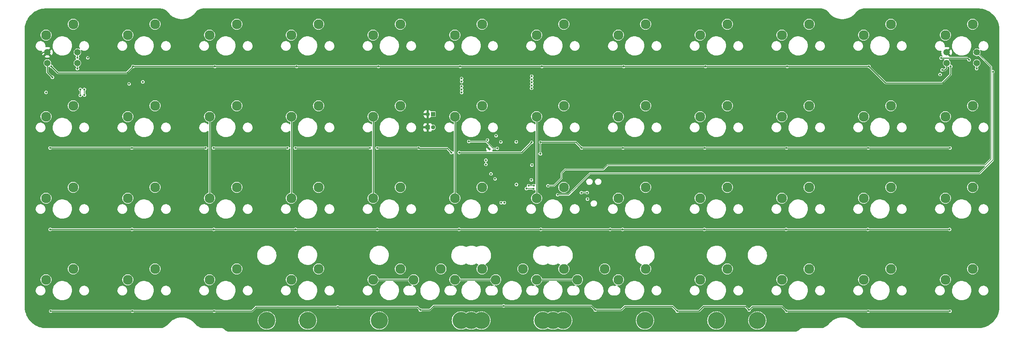
<source format=gbr>
%TF.GenerationSoftware,KiCad,Pcbnew,7.99.0-unknown-e01ef0a38d~172~ubuntu23.04.1*%
%TF.CreationDate,2023-10-19T19:27:51-04:00*%
%TF.ProjectId,Koneko40Ortho,4b6f6e65-6b6f-4343-904f-7274686f2e6b,rev?*%
%TF.SameCoordinates,Original*%
%TF.FileFunction,Copper,L1,Top*%
%TF.FilePolarity,Positive*%
%FSLAX46Y46*%
G04 Gerber Fmt 4.6, Leading zero omitted, Abs format (unit mm)*
G04 Created by KiCad (PCBNEW 7.99.0-unknown-e01ef0a38d~172~ubuntu23.04.1) date 2023-10-19 19:27:51*
%MOMM*%
%LPD*%
G01*
G04 APERTURE LIST*
%TA.AperFunction,ComponentPad*%
%ADD10C,2.300000*%
%TD*%
%TA.AperFunction,ComponentPad*%
%ADD11C,4.000000*%
%TD*%
%TA.AperFunction,SMDPad,CuDef*%
%ADD12C,1.500000*%
%TD*%
%TA.AperFunction,ComponentPad*%
%ADD13R,1.000000X1.000000*%
%TD*%
%TA.AperFunction,ComponentPad*%
%ADD14O,1.000000X1.000000*%
%TD*%
%TA.AperFunction,ComponentPad*%
%ADD15C,0.500000*%
%TD*%
%TA.AperFunction,ViaPad*%
%ADD16C,0.500000*%
%TD*%
%TA.AperFunction,Conductor*%
%ADD17C,0.254000*%
%TD*%
%TA.AperFunction,Conductor*%
%ADD18C,0.150000*%
%TD*%
G04 APERTURE END LIST*
D10*
%TO.P,SW32,1,1*%
%TO.N,COL8*%
X176847500Y-72469375D03*
%TO.P,SW32,2,2*%
%TO.N,Net-(D32-A)*%
X183197500Y-69929375D03*
%TD*%
%TO.P,SW39,1,1*%
%TO.N,COL3*%
X81597500Y-91519375D03*
%TO.P,SW39,2,2*%
%TO.N,Net-(D39-A)*%
X87947500Y-88979375D03*
%TD*%
D11*
%TO.P,S2,*%
%TO.N,*%
X199707500Y-101044375D03*
X104457500Y-101044375D03*
%TD*%
D10*
%TO.P,SW16,1,1*%
%TO.N,COL4*%
X100647500Y-53419375D03*
%TO.P,SW16,2,2*%
%TO.N,Net-(D16-A)*%
X106997500Y-50879375D03*
%TD*%
%TO.P,SW44,1,1*%
%TO.N,COL8*%
X176847500Y-91519375D03*
%TO.P,SW44,2,2*%
%TO.N,Net-(D44-A)*%
X183197500Y-88979375D03*
%TD*%
%TO.P,SW11,1,1*%
%TO.N,COL11*%
X233997500Y-34369375D03*
%TO.P,SW11,2,2*%
%TO.N,Net-(D11-A)*%
X240347500Y-31829375D03*
%TD*%
D12*
%TO.P,SW53,A,A*%
%TO.N,ENC2A*%
X260357500Y-40909375D03*
%TO.P,SW53,B,B*%
%TO.N,ENC2B*%
X260357500Y-38409375D03*
%TO.P,SW53,C,C*%
%TO.N,GND*%
X253357500Y-38409375D03*
%TO.P,SW53,S,S*%
%TO.N,Net-(Q2-G)*%
X253357500Y-40909375D03*
%TD*%
D10*
%TO.P,SW8,1,1*%
%TO.N,COL8*%
X176847500Y-34369375D03*
%TO.P,SW8,2,2*%
%TO.N,Net-(D8-A)*%
X183197500Y-31829375D03*
%TD*%
%TO.P,SW51,1,1*%
%TO.N,COL7*%
X167322500Y-91519375D03*
%TO.P,SW51,2,2*%
%TO.N,Net-(D43-A)*%
X173672500Y-88979375D03*
%TD*%
%TO.P,SW22,1,1*%
%TO.N,COL10*%
X214947500Y-53419375D03*
%TO.P,SW22,2,2*%
%TO.N,Net-(D22-A)*%
X221297500Y-50879375D03*
%TD*%
%TO.P,SW28,1,1*%
%TO.N,COL4*%
X100647500Y-72469375D03*
%TO.P,SW28,2,2*%
%TO.N,Net-(D28-A)*%
X106997500Y-69929375D03*
%TD*%
%TO.P,SW47,1,1*%
%TO.N,COL11*%
X233997500Y-91519375D03*
%TO.P,SW47,2,2*%
%TO.N,Net-(D47-A)*%
X240347500Y-88979375D03*
%TD*%
%TO.P,SW46,1,1*%
%TO.N,COL10*%
X214947500Y-91519375D03*
%TO.P,SW46,2,2*%
%TO.N,Net-(D46-A)*%
X221297500Y-88979375D03*
%TD*%
D11*
%TO.P,S1,*%
%TO.N,*%
X163988750Y-101044375D03*
X140176250Y-101044375D03*
%TD*%
D10*
%TO.P,SW43,1,1*%
%TO.N,COL7*%
X157797500Y-91519375D03*
%TO.P,SW43,2,2*%
%TO.N,Net-(D43-A)*%
X164147500Y-88979375D03*
%TD*%
%TO.P,SW10,1,1*%
%TO.N,COL10*%
X214947500Y-34369375D03*
%TO.P,SW10,2,2*%
%TO.N,Net-(D10-A)*%
X221297500Y-31829375D03*
%TD*%
D11*
%TO.P,S3,*%
%TO.N,*%
X142557500Y-101044375D03*
X104457500Y-101044375D03*
%TD*%
D10*
%TO.P,SW34,1,1*%
%TO.N,COL10*%
X214947500Y-72469375D03*
%TO.P,SW34,2,2*%
%TO.N,Net-(D34-A)*%
X221297500Y-69929375D03*
%TD*%
%TO.P,SW29,1,1*%
%TO.N,COL5*%
X119697500Y-72469375D03*
%TO.P,SW29,2,2*%
%TO.N,Net-(D29-A)*%
X126047500Y-69929375D03*
%TD*%
%TO.P,SW19,1,1*%
%TO.N,COL7*%
X157797500Y-53419375D03*
%TO.P,SW19,2,2*%
%TO.N,Net-(D19-A)*%
X164147500Y-50879375D03*
%TD*%
%TO.P,SW4,1,1*%
%TO.N,COL4*%
X100647500Y-34369375D03*
%TO.P,SW4,2,2*%
%TO.N,Net-(D4-A)*%
X106997500Y-31829375D03*
%TD*%
%TO.P,SW49,1,1*%
%TO.N,COL5*%
X129151875Y-91519375D03*
%TO.P,SW49,2,2*%
%TO.N,Net-(D41-A)*%
X135501875Y-88979375D03*
%TD*%
%TO.P,SW45,1,1*%
%TO.N,COL9*%
X195897500Y-91519375D03*
%TO.P,SW45,2,2*%
%TO.N,Net-(D45-A)*%
X202247500Y-88979375D03*
%TD*%
%TO.P,SW9,1,1*%
%TO.N,COL9*%
X195897500Y-34369375D03*
%TO.P,SW9,2,2*%
%TO.N,Net-(D9-A)*%
X202247500Y-31829375D03*
%TD*%
D11*
%TO.P,S4,*%
%TO.N,*%
X199707500Y-101044375D03*
X161607500Y-101044375D03*
%TD*%
D10*
%TO.P,SW1,1,1*%
%TO.N,COL1*%
X43497500Y-34369375D03*
%TO.P,SW1,2,2*%
%TO.N,/Switch Matrix/D1*%
X49847500Y-31829375D03*
%TD*%
%TO.P,SW36,1,1*%
%TO.N,COL12*%
X253047500Y-72469375D03*
%TO.P,SW36,2,2*%
%TO.N,Net-(D36-A)*%
X259397500Y-69929375D03*
%TD*%
%TO.P,SW33,1,1*%
%TO.N,COL9*%
X195897500Y-72469375D03*
%TO.P,SW33,2,2*%
%TO.N,Net-(D33-A)*%
X202247500Y-69929375D03*
%TD*%
%TO.P,SW3,1,1*%
%TO.N,COL3*%
X81597500Y-34369375D03*
%TO.P,SW3,2,2*%
%TO.N,Net-(D3-A)*%
X87947500Y-31829375D03*
%TD*%
%TO.P,SW27,1,1*%
%TO.N,COL3*%
X81597500Y-72469375D03*
%TO.P,SW27,2,2*%
%TO.N,Net-(D27-A)*%
X87947500Y-69929375D03*
%TD*%
%TO.P,SW12,1,1*%
%TO.N,COL12*%
X253047500Y-34369375D03*
%TO.P,SW12,2,2*%
%TO.N,/Switch Matrix/D12*%
X259397500Y-31829375D03*
%TD*%
%TO.P,SW48,1,1*%
%TO.N,COL12*%
X253047500Y-91519375D03*
%TO.P,SW48,2,2*%
%TO.N,Net-(D48-A)*%
X259397500Y-88979375D03*
%TD*%
D11*
%TO.P,S7,*%
%TO.N,*%
X209232500Y-101044375D03*
X94932500Y-101044375D03*
%TD*%
D10*
%TO.P,SW35,1,1*%
%TO.N,COL11*%
X233997500Y-72469375D03*
%TO.P,SW35,2,2*%
%TO.N,Net-(D35-A)*%
X240347500Y-69929375D03*
%TD*%
%TO.P,SW13,1,1*%
%TO.N,COL1*%
X43497500Y-53419375D03*
%TO.P,SW13,2,2*%
%TO.N,Net-(D13-A)*%
X49847500Y-50879375D03*
%TD*%
%TO.P,SW38,1,1*%
%TO.N,COL2*%
X62547500Y-91519375D03*
%TO.P,SW38,2,2*%
%TO.N,Net-(D38-A)*%
X68897500Y-88979375D03*
%TD*%
%TO.P,SW31,1,1*%
%TO.N,COL7*%
X157797500Y-72469375D03*
%TO.P,SW31,2,2*%
%TO.N,Net-(D31-A)*%
X164147500Y-69929375D03*
%TD*%
%TO.P,SW50,1,1*%
%TO.N,COL6*%
X148272500Y-91519375D03*
%TO.P,SW50,2,2*%
%TO.N,Net-(D42-A)*%
X154622500Y-88979375D03*
%TD*%
%TO.P,SW23,1,1*%
%TO.N,COL11*%
X233997500Y-53419375D03*
%TO.P,SW23,2,2*%
%TO.N,Net-(D23-A)*%
X240347500Y-50879375D03*
%TD*%
%TO.P,SW17,1,1*%
%TO.N,COL5*%
X119697500Y-53419375D03*
%TO.P,SW17,2,2*%
%TO.N,Net-(D17-A)*%
X126047500Y-50879375D03*
%TD*%
%TO.P,SW25,1,1*%
%TO.N,COL1*%
X43497500Y-72469375D03*
%TO.P,SW25,2,2*%
%TO.N,Net-(D25-A)*%
X49847500Y-69929375D03*
%TD*%
D11*
%TO.P,S6,*%
%TO.N,*%
X183038750Y-101044375D03*
X159226250Y-101044375D03*
%TD*%
D10*
%TO.P,SW5,1,1*%
%TO.N,COL5*%
X119697500Y-34369375D03*
%TO.P,SW5,2,2*%
%TO.N,Net-(D5-A)*%
X126047500Y-31829375D03*
%TD*%
D12*
%TO.P,SW52,A,A*%
%TO.N,ENC1A*%
X50807500Y-40909375D03*
%TO.P,SW52,B,B*%
%TO.N,ENC1B*%
X50807500Y-38409375D03*
%TO.P,SW52,C,C*%
%TO.N,GND*%
X43807500Y-38409375D03*
%TO.P,SW52,S,S*%
%TO.N,Net-(Q3-G)*%
X43807500Y-40909375D03*
%TD*%
D10*
%TO.P,SW7,1,1*%
%TO.N,COL7*%
X157797500Y-34369375D03*
%TO.P,SW7,2,2*%
%TO.N,Net-(D7-A)*%
X164147500Y-31829375D03*
%TD*%
%TO.P,SW30,1,1*%
%TO.N,COL6*%
X138747500Y-72469375D03*
%TO.P,SW30,2,2*%
%TO.N,Net-(D30-A)*%
X145097500Y-69929375D03*
%TD*%
%TO.P,SW2,1,1*%
%TO.N,COL2*%
X62547500Y-34369375D03*
%TO.P,SW2,2,2*%
%TO.N,Net-(D2-A)*%
X68897500Y-31829375D03*
%TD*%
%TO.P,SW42,1,1*%
%TO.N,COL6*%
X138747500Y-91519375D03*
%TO.P,SW42,2,2*%
%TO.N,Net-(D42-A)*%
X145097500Y-88979375D03*
%TD*%
%TO.P,SW15,1,1*%
%TO.N,COL3*%
X81597500Y-53419375D03*
%TO.P,SW15,2,2*%
%TO.N,Net-(D15-A)*%
X87947500Y-50879375D03*
%TD*%
%TO.P,SW24,1,1*%
%TO.N,COL12*%
X253047500Y-53419375D03*
%TO.P,SW24,2,2*%
%TO.N,Net-(D24-A)*%
X259397500Y-50879375D03*
%TD*%
%TO.P,SW18,1,1*%
%TO.N,COL6*%
X138747500Y-53419375D03*
%TO.P,SW18,2,2*%
%TO.N,Net-(D18-A)*%
X145097500Y-50879375D03*
%TD*%
%TO.P,SW21,1,1*%
%TO.N,COL9*%
X195897500Y-53419375D03*
%TO.P,SW21,2,2*%
%TO.N,Net-(D21-A)*%
X202247500Y-50879375D03*
%TD*%
%TO.P,SW40,1,1*%
%TO.N,COL4*%
X100647500Y-91519375D03*
%TO.P,SW40,2,2*%
%TO.N,Net-(D40-A)*%
X106997500Y-88979375D03*
%TD*%
%TO.P,SW26,1,1*%
%TO.N,COL2*%
X62547500Y-72469375D03*
%TO.P,SW26,2,2*%
%TO.N,Net-(D26-A)*%
X68897500Y-69929375D03*
%TD*%
%TO.P,SW41,1,1*%
%TO.N,COL5*%
X119697500Y-91519375D03*
%TO.P,SW41,2,2*%
%TO.N,Net-(D41-A)*%
X126047500Y-88979375D03*
%TD*%
%TO.P,SW37,1,1*%
%TO.N,COL1*%
X43497500Y-91519375D03*
%TO.P,SW37,2,2*%
%TO.N,Net-(D37-A)*%
X49847500Y-88979375D03*
%TD*%
%TO.P,SW20,1,1*%
%TO.N,COL8*%
X176847500Y-53419375D03*
%TO.P,SW20,2,2*%
%TO.N,Net-(D20-A)*%
X183197500Y-50879375D03*
%TD*%
%TO.P,SW6,1,1*%
%TO.N,COL6*%
X138747500Y-34369375D03*
%TO.P,SW6,2,2*%
%TO.N,Net-(D6-A)*%
X145097500Y-31829375D03*
%TD*%
%TO.P,SW14,1,1*%
%TO.N,COL2*%
X62547500Y-53419375D03*
%TO.P,SW14,2,2*%
%TO.N,Net-(D14-A)*%
X68897500Y-50879375D03*
%TD*%
D11*
%TO.P,S5,*%
%TO.N,*%
X144938750Y-101044375D03*
X121126250Y-101044375D03*
%TD*%
D13*
%TO.P,JP2,1,A*%
%TO.N,GND*%
X132407500Y-55934375D03*
D14*
%TO.P,JP2,2,B*%
%TO.N,/~{RUN}*%
X133677500Y-55934375D03*
%TD*%
D15*
%TO.P,U1,9,PAD/V_{SS}*%
%TO.N,GND*%
X146832232Y-60988026D03*
%TD*%
D13*
%TO.P,JP1,1,A*%
%TO.N,/FLASH_~{CS}*%
X133682500Y-52834375D03*
D14*
%TO.P,JP1,2,B*%
%TO.N,GND*%
X132412500Y-52834375D03*
%TD*%
D16*
%TO.N,GND*%
X162662500Y-62394375D03*
X147312500Y-58874375D03*
X168632500Y-66584375D03*
X169682500Y-66234375D03*
X62862500Y-46734375D03*
X169607500Y-69784375D03*
X175607500Y-84559375D03*
X173782500Y-63734375D03*
X165652500Y-64594375D03*
X164357500Y-66559375D03*
X72632500Y-45544375D03*
X143682500Y-63584375D03*
X75082500Y-45544375D03*
X143682500Y-62584375D03*
X65162500Y-48564375D03*
X162262500Y-61174375D03*
X169882500Y-73734375D03*
X165607500Y-62059375D03*
X66072500Y-47214375D03*
X166382500Y-66484375D03*
X154632500Y-63284375D03*
X149472500Y-57034375D03*
X143682500Y-64584375D03*
X168957500Y-64534375D03*
X175532500Y-69609375D03*
X167282500Y-64309375D03*
X153052500Y-57034375D03*
X146482500Y-68674375D03*
X159422500Y-64734375D03*
X153082500Y-71554375D03*
X163522500Y-63194375D03*
X159422500Y-65744375D03*
X143712500Y-67384375D03*
X174907500Y-65459375D03*
X172332500Y-73934375D03*
X143712500Y-66374375D03*
X42157500Y-38984375D03*
X172707500Y-71909375D03*
X175532500Y-77784375D03*
%TO.N,+3.3V*%
X153072500Y-59314375D03*
X148122500Y-67964375D03*
X148362500Y-57884375D03*
X251807500Y-43584375D03*
X53232500Y-39684375D03*
X169657500Y-72684375D03*
X153092500Y-69276250D03*
X149472500Y-59324375D03*
X147172500Y-66784375D03*
X62862500Y-45774375D03*
X66052500Y-45294375D03*
X145982500Y-64584375D03*
X156702500Y-64734375D03*
X146352500Y-58874375D03*
X145982500Y-63584375D03*
%TO.N,/~{RUN}*%
X168232500Y-71184375D03*
X156582500Y-68209375D03*
X169582500Y-71184375D03*
%TO.N,/FLASH_~{CS}*%
X148645000Y-60836875D03*
X142007500Y-59234375D03*
%TO.N,/Switch Matrix/D12*%
X252057500Y-39734375D03*
X258557500Y-40134375D03*
%TO.N,Net-(Q2-G)*%
X252282500Y-42509375D03*
%TO.N,Net-(Q3-G)*%
X44982500Y-44234375D03*
%TO.N,ROW1*%
X178082500Y-41684375D03*
X44732500Y-41684375D03*
X139982500Y-41684375D03*
X197132500Y-41684375D03*
X254282500Y-41684375D03*
X216182500Y-41684375D03*
X159032500Y-41684375D03*
X120932500Y-41684375D03*
X101882500Y-41684375D03*
X235232500Y-41684375D03*
X63782500Y-41684375D03*
X82832500Y-41684375D03*
%TO.N,ROW2*%
X177932500Y-60734375D03*
X101607500Y-60734375D03*
X119007500Y-60734375D03*
X80707500Y-60734375D03*
X82557500Y-60734375D03*
X130332500Y-60734375D03*
X216032500Y-60734375D03*
X158707500Y-59384375D03*
X235082500Y-60734375D03*
X44457500Y-60734375D03*
X139757500Y-61809375D03*
X158682500Y-62109375D03*
X137957500Y-61809375D03*
X99782500Y-60734375D03*
X168282500Y-60734375D03*
X63507500Y-60734375D03*
X254132500Y-60734375D03*
X156657500Y-59409375D03*
X120657500Y-60734375D03*
X196982500Y-60734375D03*
%TO.N,ROW3*%
X82582500Y-79759375D03*
X177832500Y-79759375D03*
X158782500Y-79759375D03*
X44482500Y-79759375D03*
X196882500Y-79759375D03*
X174932500Y-79759375D03*
X101632500Y-79759375D03*
X254032500Y-79759375D03*
X63532500Y-79759375D03*
X215932500Y-79759375D03*
X139732500Y-79759375D03*
X120682500Y-79759375D03*
X234982500Y-79759375D03*
%TO.N,ROW4*%
X235082500Y-98834375D03*
X82682500Y-98834375D03*
X111482500Y-97859375D03*
X63632500Y-98834375D03*
X130732500Y-98584375D03*
X44582500Y-98834375D03*
X216032500Y-98834375D03*
X207307500Y-98584375D03*
X254132500Y-98834375D03*
X190557500Y-98834375D03*
X171482500Y-98584375D03*
X150107500Y-97634375D03*
%TO.N,COL1*%
X140332500Y-47784375D03*
X43497500Y-47759375D03*
%TO.N,COL2*%
X140332500Y-47109375D03*
%TO.N,COL3*%
X140332500Y-46309375D03*
%TO.N,COL4*%
X140332500Y-45234375D03*
%TO.N,COL5*%
X140332500Y-44509375D03*
%TO.N,COL8*%
X156632500Y-46809375D03*
%TO.N,COL9*%
X156657500Y-46134375D03*
%TO.N,COL10*%
X156657500Y-45409375D03*
%TO.N,COL11*%
X156657500Y-44709375D03*
%TO.N,COL12*%
X156657500Y-43984375D03*
%TO.N,ENC1A*%
X51507500Y-48434375D03*
X150282500Y-73534375D03*
X51507500Y-47059375D03*
X50807500Y-42209375D03*
%TO.N,ENC1B*%
X52457500Y-48384375D03*
X50807500Y-39634375D03*
X52457500Y-47059375D03*
X149557500Y-73534375D03*
%TO.N,ENC2A*%
X155432500Y-70234375D03*
X260332500Y-42184375D03*
X264132500Y-42934375D03*
X162707500Y-71684375D03*
X157107500Y-70259375D03*
%TO.N,ENC2B*%
X155932500Y-69559375D03*
X157132500Y-69559375D03*
X160457500Y-69584375D03*
%TD*%
D17*
%TO.N,GND*%
X43807500Y-38409375D02*
X42732500Y-38409375D01*
X42732500Y-38409375D02*
X42157500Y-38984375D01*
D18*
%TO.N,/~{RUN}*%
X168232500Y-71184375D02*
X169582500Y-71184375D01*
%TO.N,/FLASH_~{CS}*%
X146040748Y-59234375D02*
X147643248Y-60836875D01*
X147643248Y-60836875D02*
X148645000Y-60836875D01*
X142007500Y-59234375D02*
X146040748Y-59234375D01*
D17*
%TO.N,/Switch Matrix/D12*%
X258157500Y-39734375D02*
X258557500Y-40134375D01*
X252057500Y-39734375D02*
X258157500Y-39734375D01*
%TO.N,Net-(Q2-G)*%
X252957500Y-42459375D02*
X252907500Y-42509375D01*
X253357500Y-40909375D02*
X253357500Y-42059375D01*
X252907500Y-42509375D02*
X252282500Y-42509375D01*
X253357500Y-42059375D02*
X252957500Y-42459375D01*
%TO.N,Net-(Q3-G)*%
X43807500Y-43059375D02*
X44982500Y-44234375D01*
X43807500Y-40909375D02*
X43807500Y-43059375D01*
%TO.N,ROW1*%
X239082500Y-45534375D02*
X235232500Y-41684375D01*
X254282500Y-41684375D02*
X254282500Y-43559375D01*
X63782500Y-41684375D02*
X62282500Y-43184375D01*
X62282500Y-43184375D02*
X46232500Y-43184375D01*
X254282500Y-43559375D02*
X252307500Y-45534375D01*
X46232500Y-43184375D02*
X44732500Y-41684375D01*
X235232500Y-41684375D02*
X216182500Y-41684375D01*
X216182500Y-41684375D02*
X63782500Y-41684375D01*
X252307500Y-45534375D02*
X239082500Y-45534375D01*
%TO.N,ROW2*%
X139757500Y-61809375D02*
X154257500Y-61809375D01*
X120657500Y-60734375D02*
X130332500Y-60734375D01*
X136966500Y-60818375D02*
X137957500Y-61809375D01*
D18*
X158682500Y-59409375D02*
X158707500Y-59384375D01*
X158682500Y-62109375D02*
X158682500Y-59409375D01*
D17*
X130416500Y-60818375D02*
X136966500Y-60818375D01*
X158707500Y-59384375D02*
X166932500Y-59384375D01*
X101607500Y-60734375D02*
X119007500Y-60734375D01*
X166932500Y-59384375D02*
X168282500Y-60734375D01*
X82557500Y-60734375D02*
X99782500Y-60734375D01*
X168282500Y-60734375D02*
X254132500Y-60734375D01*
X154257500Y-61809375D02*
X156657500Y-59409375D01*
X44457500Y-60734375D02*
X80707500Y-60734375D01*
X130332500Y-60734375D02*
X130416500Y-60818375D01*
%TO.N,ROW3*%
X174932500Y-79759375D02*
X44482500Y-79759375D01*
X254032500Y-79759375D02*
X174932500Y-79759375D01*
%TO.N,ROW4*%
X130732500Y-98584375D02*
X132882500Y-98584375D01*
X189432500Y-97709375D02*
X190557500Y-98834375D01*
X207307500Y-98584375D02*
X208107500Y-97784375D01*
X150107500Y-97634375D02*
X170532500Y-97634375D01*
X44582500Y-98834375D02*
X82682500Y-98834375D01*
X195607500Y-98834375D02*
X196682500Y-97759375D01*
X133832500Y-97634375D02*
X150107500Y-97634375D01*
X170532500Y-97634375D02*
X171482500Y-98584375D01*
X177507500Y-98584375D02*
X178382500Y-97709375D01*
X132882500Y-98584375D02*
X133832500Y-97634375D01*
X92432500Y-97859375D02*
X111482500Y-97859375D01*
X214982500Y-97784375D02*
X216032500Y-98834375D01*
X82682500Y-98834375D02*
X91457500Y-98834375D01*
X111482500Y-97859375D02*
X130007500Y-97859375D01*
X196682500Y-97759375D02*
X206482500Y-97759375D01*
X171482500Y-98584375D02*
X177507500Y-98584375D01*
X130007500Y-97859375D02*
X130732500Y-98584375D01*
X178382500Y-97709375D02*
X189432500Y-97709375D01*
X208107500Y-97784375D02*
X214982500Y-97784375D01*
X91457500Y-98834375D02*
X92432500Y-97859375D01*
X206482500Y-97759375D02*
X207307500Y-98584375D01*
X190557500Y-98834375D02*
X195607500Y-98834375D01*
X216032500Y-98834375D02*
X254132500Y-98834375D01*
%TO.N,COL3*%
X81597500Y-72469375D02*
X81597500Y-53419375D01*
%TO.N,COL4*%
X100647500Y-72469375D02*
X100647500Y-53419375D01*
%TO.N,COL5*%
X129151875Y-91519375D02*
X119697500Y-91519375D01*
X119697500Y-53419375D02*
X119697500Y-72469375D01*
%TO.N,COL6*%
X138747500Y-72469375D02*
X138747500Y-53419375D01*
X148272500Y-91519375D02*
X138747500Y-91519375D01*
%TO.N,COL7*%
X157797500Y-72469375D02*
X157797500Y-53419375D01*
X167322500Y-91519375D02*
X157797500Y-91519375D01*
D18*
%TO.N,ENC1A*%
X51507500Y-47059375D02*
X51507500Y-48434375D01*
X50807500Y-40909375D02*
X50807500Y-42209375D01*
%TO.N,ENC1B*%
X52457500Y-47059375D02*
X52457500Y-48384375D01*
X50807500Y-38409375D02*
X50807500Y-39634375D01*
%TO.N,ENC2A*%
X157082500Y-70234375D02*
X157107500Y-70259375D01*
X260332500Y-42184375D02*
X260332500Y-40934375D01*
X264132500Y-63559375D02*
X264132500Y-42934375D01*
X166607500Y-70309375D02*
X170207500Y-66709375D01*
X155432500Y-70234375D02*
X157082500Y-70234375D01*
X165232500Y-71684375D02*
X166607500Y-70309375D01*
X170207500Y-66709375D02*
X173332500Y-66709375D01*
X162707500Y-71684375D02*
X165232500Y-71684375D01*
X260982500Y-66709375D02*
X264132500Y-63559375D01*
X260332500Y-40934375D02*
X260357500Y-40909375D01*
X173332500Y-66709375D02*
X260982500Y-66709375D01*
%TO.N,ENC2B*%
X263657500Y-42737623D02*
X263682500Y-42712623D01*
X263682500Y-42712623D02*
X263682500Y-41734375D01*
X263657500Y-43131127D02*
X263657500Y-42737623D01*
X173332500Y-65759375D02*
X174357500Y-64734375D01*
X263682500Y-41734375D02*
X260357500Y-38409375D01*
X164485748Y-65759375D02*
X173332500Y-65759375D01*
X163657500Y-67759375D02*
X163657500Y-66587623D01*
X160457500Y-69584375D02*
X161832500Y-69584375D01*
X161832500Y-69584375D02*
X163657500Y-67759375D01*
X263682500Y-63334375D02*
X263682500Y-43156127D01*
X174357500Y-64734375D02*
X262282500Y-64734375D01*
X157132500Y-69559375D02*
X157157500Y-69559375D01*
X163657500Y-66587623D02*
X164485748Y-65759375D01*
X262282500Y-64734375D02*
X263682500Y-63334375D01*
X263682500Y-43156127D02*
X263657500Y-43131127D01*
X155932500Y-69559375D02*
X157132500Y-69559375D01*
%TD*%
%TA.AperFunction,Conductor*%
%TO.N,GND*%
G36*
X70012097Y-28134423D02*
G01*
X70167688Y-28136893D01*
X70174708Y-28137404D01*
X70488883Y-28178378D01*
X70496766Y-28179932D01*
X70496872Y-28179960D01*
X70765312Y-28251197D01*
X70802502Y-28261066D01*
X70810127Y-28263629D01*
X71102802Y-28383630D01*
X71110029Y-28387156D01*
X71384727Y-28544008D01*
X71391433Y-28548438D01*
X71643538Y-28739506D01*
X71649611Y-28744762D01*
X71875235Y-28967182D01*
X71879958Y-28972399D01*
X71979592Y-29095913D01*
X72105771Y-29253436D01*
X72288648Y-29444406D01*
X72384917Y-29544935D01*
X72692007Y-29806844D01*
X72692011Y-29806847D01*
X72692020Y-29806853D01*
X73023901Y-30036489D01*
X73023908Y-30036493D01*
X73023911Y-30036495D01*
X73377257Y-30231553D01*
X73748450Y-30390034D01*
X74133716Y-30510327D01*
X74529138Y-30591208D01*
X74930695Y-30631855D01*
X75334303Y-30631855D01*
X75334305Y-30631855D01*
X75735862Y-30591208D01*
X76131284Y-30510327D01*
X76516550Y-30390034D01*
X76887743Y-30231553D01*
X77241089Y-30036495D01*
X77572993Y-29806844D01*
X77880083Y-29544935D01*
X78030620Y-29387735D01*
X78159229Y-29253436D01*
X78285408Y-29095913D01*
X78385028Y-28972412D01*
X78385036Y-28972402D01*
X78389762Y-28967182D01*
X78615398Y-28744762D01*
X78621454Y-28739520D01*
X78873587Y-28548440D01*
X78880268Y-28544027D01*
X79154992Y-28387167D01*
X79162184Y-28383658D01*
X79454881Y-28263653D01*
X79462500Y-28261093D01*
X79499829Y-28251187D01*
X79768249Y-28179957D01*
X79776118Y-28178407D01*
X80090292Y-28137435D01*
X80097309Y-28136923D01*
X80248368Y-28134497D01*
X80255976Y-28134375D01*
X223909025Y-28134375D01*
X224067686Y-28136904D01*
X224074714Y-28137418D01*
X224223141Y-28156782D01*
X224388868Y-28178404D01*
X224396756Y-28179960D01*
X224642858Y-28245275D01*
X224702495Y-28261103D01*
X224710116Y-28263665D01*
X225002789Y-28383664D01*
X225010018Y-28387191D01*
X225284722Y-28544036D01*
X225291419Y-28548459D01*
X225449146Y-28667986D01*
X225543526Y-28739509D01*
X225549608Y-28744772D01*
X225775246Y-28967167D01*
X225779982Y-28972399D01*
X225828265Y-29032269D01*
X225879592Y-29095914D01*
X226005771Y-29253436D01*
X226188648Y-29444406D01*
X226284917Y-29544935D01*
X226592007Y-29806844D01*
X226592011Y-29806847D01*
X226592020Y-29806853D01*
X226923901Y-30036489D01*
X226923908Y-30036493D01*
X226923911Y-30036495D01*
X227277257Y-30231553D01*
X227648450Y-30390034D01*
X228033716Y-30510327D01*
X228429138Y-30591208D01*
X228830695Y-30631855D01*
X229234303Y-30631855D01*
X229234305Y-30631855D01*
X229635862Y-30591208D01*
X230031284Y-30510327D01*
X230416550Y-30390034D01*
X230787743Y-30231553D01*
X231141089Y-30036495D01*
X231472993Y-29806844D01*
X231780083Y-29544935D01*
X231930620Y-29387735D01*
X232059229Y-29253436D01*
X232185408Y-29095914D01*
X232285020Y-28972412D01*
X232285034Y-28972394D01*
X232289756Y-28967178D01*
X232515378Y-28744760D01*
X232521460Y-28739497D01*
X232575590Y-28698473D01*
X232773573Y-28548425D01*
X232780269Y-28544004D01*
X233054976Y-28387151D01*
X233062180Y-28383636D01*
X233354882Y-28263632D01*
X233362483Y-28261077D01*
X233668238Y-28179946D01*
X233676119Y-28178393D01*
X233990309Y-28137429D01*
X233997286Y-28136919D01*
X234155975Y-28134375D01*
X260632500Y-28134375D01*
X260848351Y-28136658D01*
X260853063Y-28136889D01*
X261282773Y-28174475D01*
X261288114Y-28175179D01*
X261712577Y-28250016D01*
X261717848Y-28251184D01*
X262134172Y-28362732D01*
X262139313Y-28364352D01*
X262544348Y-28511767D01*
X262549319Y-28513827D01*
X262939945Y-28695975D01*
X262944745Y-28698473D01*
X263318000Y-28913968D01*
X263322564Y-28916876D01*
X263675611Y-29164079D01*
X263679901Y-29167370D01*
X264010069Y-29444412D01*
X264014053Y-29448062D01*
X264318820Y-29752828D01*
X264322471Y-29756812D01*
X264599521Y-30086986D01*
X264602797Y-30091256D01*
X264850012Y-30444316D01*
X264852912Y-30448868D01*
X264958559Y-30631855D01*
X265068417Y-30822137D01*
X265070913Y-30826931D01*
X265253062Y-31217556D01*
X265255126Y-31222540D01*
X265316357Y-31390773D01*
X265402536Y-31627552D01*
X265404163Y-31632713D01*
X265515708Y-32049023D01*
X265516877Y-32054293D01*
X265516881Y-32054314D01*
X265591715Y-32478750D01*
X265592422Y-32484115D01*
X265630008Y-32913795D01*
X265630240Y-32918550D01*
X265632500Y-33134375D01*
X265632500Y-97834375D01*
X265630143Y-98050210D01*
X265629910Y-98054939D01*
X265592313Y-98484615D01*
X265591607Y-98489980D01*
X265516762Y-98914412D01*
X265515591Y-98919695D01*
X265404039Y-99336001D01*
X265402412Y-99341162D01*
X265255003Y-99746154D01*
X265252932Y-99751153D01*
X265070789Y-100141754D01*
X265068291Y-100146554D01*
X264852801Y-100519790D01*
X264849894Y-100524354D01*
X264602684Y-100877406D01*
X264599390Y-100881699D01*
X264322366Y-101211842D01*
X264318711Y-101215832D01*
X264013951Y-101520593D01*
X264009962Y-101524249D01*
X263679812Y-101801279D01*
X263675520Y-101804573D01*
X263322489Y-102051772D01*
X263317925Y-102054680D01*
X262944675Y-102270179D01*
X262939875Y-102272677D01*
X262549265Y-102454827D01*
X262544265Y-102456898D01*
X262139282Y-102604306D01*
X262134121Y-102605933D01*
X261950886Y-102655033D01*
X261717822Y-102717486D01*
X261712547Y-102718656D01*
X261288106Y-102793503D01*
X261282741Y-102794209D01*
X260868034Y-102830500D01*
X260853306Y-102831789D01*
X260853066Y-102831810D01*
X260848329Y-102832042D01*
X260632500Y-102834375D01*
X234155975Y-102834375D01*
X234149578Y-102834273D01*
X233997323Y-102831845D01*
X233990285Y-102831331D01*
X233756823Y-102800872D01*
X233676129Y-102790343D01*
X233668243Y-102788789D01*
X233362506Y-102707644D01*
X233354881Y-102705081D01*
X233062209Y-102585080D01*
X233054986Y-102581555D01*
X233039954Y-102572972D01*
X232780295Y-102424713D01*
X232773587Y-102420284D01*
X232521474Y-102229226D01*
X232515401Y-102223971D01*
X232289762Y-102001567D01*
X232285033Y-101996343D01*
X232232656Y-101931411D01*
X232185408Y-101872836D01*
X232059229Y-101715314D01*
X231780085Y-101423817D01*
X231536221Y-101215832D01*
X231472993Y-101161906D01*
X231472991Y-101161904D01*
X231472988Y-101161902D01*
X231472979Y-101161896D01*
X231141098Y-100932260D01*
X231141084Y-100932252D01*
X230787740Y-100737195D01*
X230600667Y-100657324D01*
X230416550Y-100578716D01*
X230235359Y-100522142D01*
X230031292Y-100458425D01*
X230031287Y-100458424D01*
X230031284Y-100458423D01*
X229635862Y-100377542D01*
X229234306Y-100336895D01*
X229234305Y-100336895D01*
X228830695Y-100336895D01*
X228830693Y-100336895D01*
X228429137Y-100377542D01*
X228206719Y-100423036D01*
X228033716Y-100458423D01*
X228033714Y-100458423D01*
X228033707Y-100458425D01*
X227648453Y-100578715D01*
X227648450Y-100578716D01*
X227575394Y-100609906D01*
X227277259Y-100737195D01*
X226923915Y-100932252D01*
X226923901Y-100932260D01*
X226592020Y-101161896D01*
X226592011Y-101161902D01*
X226284914Y-101423817D01*
X226005771Y-101715314D01*
X226005767Y-101715318D01*
X226005766Y-101715320D01*
X225934273Y-101804573D01*
X225879592Y-101872837D01*
X225779971Y-101996341D01*
X225775235Y-102001573D01*
X225549614Y-102223984D01*
X225543531Y-102229248D01*
X225291431Y-102420311D01*
X225284718Y-102424745D01*
X225010026Y-102581594D01*
X225002796Y-102585122D01*
X224710126Y-102705125D01*
X224702501Y-102707688D01*
X224448115Y-102775202D01*
X224396760Y-102788832D01*
X224388873Y-102790386D01*
X224268215Y-102806125D01*
X224074731Y-102831364D01*
X224067681Y-102831878D01*
X223913039Y-102834311D01*
X223909025Y-102834375D01*
X219796714Y-102834375D01*
X219698456Y-102836781D01*
X219554901Y-102865333D01*
X219505724Y-102875115D01*
X219505723Y-102875115D01*
X219505720Y-102875116D01*
X219324177Y-102950309D01*
X219324173Y-102950311D01*
X219324171Y-102950312D01*
X219324168Y-102950313D01*
X219324166Y-102950315D01*
X219160776Y-103059481D01*
X219160774Y-103059483D01*
X219089607Y-103127268D01*
X218875393Y-103341482D01*
X218812108Y-103401933D01*
X218795348Y-103415370D01*
X218651052Y-103511786D01*
X218629613Y-103523245D01*
X218470605Y-103589107D01*
X218447343Y-103596164D01*
X218277124Y-103630021D01*
X218255774Y-103632370D01*
X218168286Y-103634375D01*
X85996714Y-103634375D01*
X85993248Y-103634295D01*
X85909222Y-103632373D01*
X85887869Y-103630023D01*
X85717657Y-103596168D01*
X85694394Y-103589111D01*
X85535382Y-103523246D01*
X85513944Y-103511787D01*
X85369646Y-103415370D01*
X85352890Y-103401936D01*
X85289607Y-103341482D01*
X85075393Y-103127268D01*
X85039855Y-103093318D01*
X85004318Y-103059368D01*
X84841113Y-102950312D01*
X84840902Y-102950171D01*
X84840900Y-102950170D01*
X84840897Y-102950168D01*
X84659327Y-102874956D01*
X84659315Y-102874953D01*
X84466561Y-102836611D01*
X84466564Y-102836611D01*
X84368286Y-102834375D01*
X80255975Y-102834375D01*
X80097325Y-102831856D01*
X80090285Y-102831343D01*
X79776122Y-102790371D01*
X79768229Y-102788815D01*
X79653378Y-102758336D01*
X79462490Y-102707679D01*
X79454876Y-102705119D01*
X79162208Y-102585119D01*
X79154978Y-102581591D01*
X78880280Y-102424736D01*
X78873573Y-102420306D01*
X78621476Y-102229239D01*
X78615400Y-102223980D01*
X78500925Y-102111129D01*
X78389772Y-102001552D01*
X78385049Y-101996334D01*
X78285408Y-101872837D01*
X78159234Y-101715320D01*
X78159232Y-101715318D01*
X78159229Y-101715314D01*
X77880085Y-101423817D01*
X77636221Y-101215832D01*
X77572993Y-101161906D01*
X77572991Y-101161904D01*
X77572988Y-101161902D01*
X77572979Y-101161896D01*
X77403132Y-101044375D01*
X92800029Y-101044375D01*
X92819890Y-101334746D01*
X92819891Y-101334748D01*
X92879103Y-101619694D01*
X92879108Y-101619713D01*
X92969068Y-101872837D01*
X92976573Y-101893954D01*
X93110475Y-102152373D01*
X93278318Y-102390152D01*
X93278322Y-102390156D01*
X93278322Y-102390157D01*
X93476978Y-102602864D01*
X93602620Y-102705081D01*
X93702746Y-102786540D01*
X93702748Y-102786541D01*
X93702749Y-102786542D01*
X93951426Y-102937765D01*
X94218374Y-103053717D01*
X94218379Y-103053719D01*
X94498636Y-103132243D01*
X94752131Y-103167085D01*
X94786974Y-103171875D01*
X94786975Y-103171875D01*
X95078026Y-103171875D01*
X95109112Y-103167602D01*
X95366364Y-103132243D01*
X95646621Y-103053719D01*
X95884680Y-102950315D01*
X95913573Y-102937765D01*
X95913575Y-102937764D01*
X96162254Y-102786540D01*
X96388025Y-102602861D01*
X96586682Y-102390152D01*
X96754525Y-102152373D01*
X96888427Y-101893954D01*
X96985893Y-101619709D01*
X97045109Y-101334746D01*
X97064971Y-101044375D01*
X102325029Y-101044375D01*
X102344890Y-101334746D01*
X102344891Y-101334748D01*
X102404103Y-101619694D01*
X102404108Y-101619713D01*
X102494068Y-101872837D01*
X102501573Y-101893954D01*
X102635475Y-102152373D01*
X102803318Y-102390152D01*
X102803322Y-102390156D01*
X102803322Y-102390157D01*
X103001978Y-102602864D01*
X103127620Y-102705081D01*
X103227746Y-102786540D01*
X103227748Y-102786541D01*
X103227749Y-102786542D01*
X103476426Y-102937765D01*
X103743374Y-103053717D01*
X103743379Y-103053719D01*
X104023636Y-103132243D01*
X104277131Y-103167085D01*
X104311974Y-103171875D01*
X104311975Y-103171875D01*
X104603026Y-103171875D01*
X104634112Y-103167602D01*
X104891364Y-103132243D01*
X105171621Y-103053719D01*
X105409680Y-102950315D01*
X105438573Y-102937765D01*
X105438575Y-102937764D01*
X105687254Y-102786540D01*
X105913025Y-102602861D01*
X106111682Y-102390152D01*
X106279525Y-102152373D01*
X106413427Y-101893954D01*
X106510893Y-101619709D01*
X106570109Y-101334746D01*
X106589971Y-101044375D01*
X118993779Y-101044375D01*
X119013640Y-101334746D01*
X119013641Y-101334748D01*
X119072853Y-101619694D01*
X119072858Y-101619713D01*
X119162818Y-101872837D01*
X119170323Y-101893954D01*
X119304225Y-102152373D01*
X119472068Y-102390152D01*
X119472072Y-102390156D01*
X119472072Y-102390157D01*
X119670728Y-102602864D01*
X119796370Y-102705081D01*
X119896496Y-102786540D01*
X119896498Y-102786541D01*
X119896499Y-102786542D01*
X120145176Y-102937765D01*
X120412124Y-103053717D01*
X120412129Y-103053719D01*
X120692386Y-103132243D01*
X120945881Y-103167085D01*
X120980724Y-103171875D01*
X120980725Y-103171875D01*
X121271776Y-103171875D01*
X121302862Y-103167602D01*
X121560114Y-103132243D01*
X121840371Y-103053719D01*
X122078430Y-102950315D01*
X122107323Y-102937765D01*
X122107325Y-102937764D01*
X122356004Y-102786540D01*
X122581775Y-102602861D01*
X122780432Y-102390152D01*
X122948275Y-102152373D01*
X123082177Y-101893954D01*
X123179643Y-101619709D01*
X123238859Y-101334746D01*
X123258721Y-101044375D01*
X138043779Y-101044375D01*
X138063640Y-101334746D01*
X138063641Y-101334748D01*
X138122853Y-101619694D01*
X138122858Y-101619713D01*
X138212818Y-101872837D01*
X138220323Y-101893954D01*
X138354225Y-102152373D01*
X138522068Y-102390152D01*
X138522072Y-102390156D01*
X138522072Y-102390157D01*
X138720728Y-102602864D01*
X138846370Y-102705081D01*
X138946496Y-102786540D01*
X138946498Y-102786541D01*
X138946499Y-102786542D01*
X139195176Y-102937765D01*
X139462124Y-103053717D01*
X139462129Y-103053719D01*
X139742386Y-103132243D01*
X139995881Y-103167085D01*
X140030724Y-103171875D01*
X140030725Y-103171875D01*
X140321776Y-103171875D01*
X140352862Y-103167602D01*
X140610114Y-103132243D01*
X140890371Y-103053719D01*
X141157325Y-102937764D01*
X141302449Y-102849512D01*
X141369954Y-102831499D01*
X141431300Y-102849511D01*
X141576425Y-102937764D01*
X141843379Y-103053719D01*
X142123636Y-103132243D01*
X142377131Y-103167085D01*
X142411974Y-103171875D01*
X142411975Y-103171875D01*
X142703026Y-103171875D01*
X142734112Y-103167602D01*
X142991364Y-103132243D01*
X143271621Y-103053719D01*
X143538575Y-102937764D01*
X143683699Y-102849512D01*
X143751204Y-102831499D01*
X143812550Y-102849511D01*
X143957675Y-102937764D01*
X144224629Y-103053719D01*
X144504886Y-103132243D01*
X144758381Y-103167085D01*
X144793224Y-103171875D01*
X144793225Y-103171875D01*
X145084276Y-103171875D01*
X145115362Y-103167602D01*
X145372614Y-103132243D01*
X145652871Y-103053719D01*
X145890930Y-102950315D01*
X145919823Y-102937765D01*
X145919825Y-102937764D01*
X146168504Y-102786540D01*
X146394275Y-102602861D01*
X146592932Y-102390152D01*
X146760775Y-102152373D01*
X146894677Y-101893954D01*
X146992143Y-101619709D01*
X147051359Y-101334746D01*
X147071221Y-101044375D01*
X157093779Y-101044375D01*
X157113640Y-101334746D01*
X157113641Y-101334748D01*
X157172853Y-101619694D01*
X157172858Y-101619713D01*
X157262818Y-101872837D01*
X157270323Y-101893954D01*
X157404225Y-102152373D01*
X157572068Y-102390152D01*
X157572072Y-102390156D01*
X157572072Y-102390157D01*
X157770728Y-102602864D01*
X157896370Y-102705081D01*
X157996496Y-102786540D01*
X157996498Y-102786541D01*
X157996499Y-102786542D01*
X158245176Y-102937765D01*
X158512124Y-103053717D01*
X158512129Y-103053719D01*
X158792386Y-103132243D01*
X159045881Y-103167085D01*
X159080724Y-103171875D01*
X159080725Y-103171875D01*
X159371776Y-103171875D01*
X159402862Y-103167602D01*
X159660114Y-103132243D01*
X159940371Y-103053719D01*
X160207325Y-102937764D01*
X160352449Y-102849512D01*
X160419954Y-102831499D01*
X160481300Y-102849511D01*
X160626425Y-102937764D01*
X160893379Y-103053719D01*
X161173636Y-103132243D01*
X161427131Y-103167085D01*
X161461974Y-103171875D01*
X161461975Y-103171875D01*
X161753026Y-103171875D01*
X161784112Y-103167602D01*
X162041364Y-103132243D01*
X162321621Y-103053719D01*
X162588575Y-102937764D01*
X162733699Y-102849512D01*
X162801204Y-102831499D01*
X162862550Y-102849511D01*
X163007675Y-102937764D01*
X163274629Y-103053719D01*
X163554886Y-103132243D01*
X163808381Y-103167085D01*
X163843224Y-103171875D01*
X163843225Y-103171875D01*
X164134276Y-103171875D01*
X164165362Y-103167602D01*
X164422614Y-103132243D01*
X164702871Y-103053719D01*
X164940930Y-102950315D01*
X164969823Y-102937765D01*
X164969825Y-102937764D01*
X165218504Y-102786540D01*
X165444275Y-102602861D01*
X165642932Y-102390152D01*
X165810775Y-102152373D01*
X165944677Y-101893954D01*
X166042143Y-101619709D01*
X166101359Y-101334746D01*
X166121221Y-101044375D01*
X180906279Y-101044375D01*
X180926140Y-101334746D01*
X180926141Y-101334748D01*
X180985353Y-101619694D01*
X180985358Y-101619713D01*
X181075318Y-101872837D01*
X181082823Y-101893954D01*
X181216725Y-102152373D01*
X181384568Y-102390152D01*
X181384572Y-102390156D01*
X181384572Y-102390157D01*
X181583228Y-102602864D01*
X181708870Y-102705081D01*
X181808996Y-102786540D01*
X181808998Y-102786541D01*
X181808999Y-102786542D01*
X182057676Y-102937765D01*
X182324624Y-103053717D01*
X182324629Y-103053719D01*
X182604886Y-103132243D01*
X182858381Y-103167085D01*
X182893224Y-103171875D01*
X182893225Y-103171875D01*
X183184276Y-103171875D01*
X183215362Y-103167602D01*
X183472614Y-103132243D01*
X183752871Y-103053719D01*
X183990930Y-102950315D01*
X184019823Y-102937765D01*
X184019825Y-102937764D01*
X184268504Y-102786540D01*
X184494275Y-102602861D01*
X184692932Y-102390152D01*
X184860775Y-102152373D01*
X184994677Y-101893954D01*
X185092143Y-101619709D01*
X185151359Y-101334746D01*
X185171221Y-101044375D01*
X197575029Y-101044375D01*
X197594890Y-101334746D01*
X197594891Y-101334748D01*
X197654103Y-101619694D01*
X197654108Y-101619713D01*
X197744068Y-101872837D01*
X197751573Y-101893954D01*
X197885475Y-102152373D01*
X198053318Y-102390152D01*
X198053322Y-102390156D01*
X198053322Y-102390157D01*
X198251978Y-102602864D01*
X198377620Y-102705081D01*
X198477746Y-102786540D01*
X198477748Y-102786541D01*
X198477749Y-102786542D01*
X198726426Y-102937765D01*
X198993374Y-103053717D01*
X198993379Y-103053719D01*
X199273636Y-103132243D01*
X199527131Y-103167085D01*
X199561974Y-103171875D01*
X199561975Y-103171875D01*
X199853026Y-103171875D01*
X199884112Y-103167602D01*
X200141364Y-103132243D01*
X200421621Y-103053719D01*
X200659680Y-102950315D01*
X200688573Y-102937765D01*
X200688575Y-102937764D01*
X200937254Y-102786540D01*
X201163025Y-102602861D01*
X201361682Y-102390152D01*
X201529525Y-102152373D01*
X201663427Y-101893954D01*
X201760893Y-101619709D01*
X201820109Y-101334746D01*
X201839971Y-101044375D01*
X207100029Y-101044375D01*
X207119890Y-101334746D01*
X207119891Y-101334748D01*
X207179103Y-101619694D01*
X207179108Y-101619713D01*
X207269068Y-101872837D01*
X207276573Y-101893954D01*
X207410475Y-102152373D01*
X207578318Y-102390152D01*
X207578322Y-102390156D01*
X207578322Y-102390157D01*
X207776978Y-102602864D01*
X207902620Y-102705081D01*
X208002746Y-102786540D01*
X208002748Y-102786541D01*
X208002749Y-102786542D01*
X208251426Y-102937765D01*
X208518374Y-103053717D01*
X208518379Y-103053719D01*
X208798636Y-103132243D01*
X209052131Y-103167085D01*
X209086974Y-103171875D01*
X209086975Y-103171875D01*
X209378026Y-103171875D01*
X209409112Y-103167602D01*
X209666364Y-103132243D01*
X209946621Y-103053719D01*
X210184680Y-102950315D01*
X210213573Y-102937765D01*
X210213575Y-102937764D01*
X210462254Y-102786540D01*
X210688025Y-102602861D01*
X210886682Y-102390152D01*
X211054525Y-102152373D01*
X211188427Y-101893954D01*
X211285893Y-101619709D01*
X211345109Y-101334746D01*
X211364971Y-101044375D01*
X211345109Y-100754004D01*
X211285893Y-100469041D01*
X211188427Y-100194796D01*
X211054525Y-99936377D01*
X210886682Y-99698598D01*
X210886677Y-99698592D01*
X210688021Y-99485885D01*
X210503817Y-99336024D01*
X210462254Y-99302210D01*
X210462252Y-99302209D01*
X210462250Y-99302207D01*
X210213573Y-99150984D01*
X209946625Y-99035032D01*
X209666370Y-98956508D01*
X209666365Y-98956507D01*
X209666364Y-98956507D01*
X209522194Y-98936691D01*
X209378026Y-98916875D01*
X209378025Y-98916875D01*
X209086975Y-98916875D01*
X209086974Y-98916875D01*
X208798636Y-98956507D01*
X208798629Y-98956508D01*
X208518374Y-99035032D01*
X208251426Y-99150984D01*
X208002749Y-99302207D01*
X207776978Y-99485885D01*
X207578322Y-99698592D01*
X207578322Y-99698593D01*
X207410475Y-99936376D01*
X207276572Y-100194797D01*
X207179108Y-100469036D01*
X207179103Y-100469055D01*
X207119891Y-100754001D01*
X207119890Y-100754003D01*
X207100029Y-101044375D01*
X201839971Y-101044375D01*
X201820109Y-100754004D01*
X201760893Y-100469041D01*
X201663427Y-100194796D01*
X201529525Y-99936377D01*
X201361682Y-99698598D01*
X201361677Y-99698592D01*
X201163021Y-99485885D01*
X200978817Y-99336024D01*
X200937254Y-99302210D01*
X200937252Y-99302209D01*
X200937250Y-99302207D01*
X200688573Y-99150984D01*
X200421625Y-99035032D01*
X200141370Y-98956508D01*
X200141365Y-98956507D01*
X200141364Y-98956507D01*
X199997194Y-98936691D01*
X199853026Y-98916875D01*
X199853025Y-98916875D01*
X199561975Y-98916875D01*
X199561974Y-98916875D01*
X199273636Y-98956507D01*
X199273629Y-98956508D01*
X198993374Y-99035032D01*
X198726426Y-99150984D01*
X198477749Y-99302207D01*
X198251978Y-99485885D01*
X198053322Y-99698592D01*
X198053322Y-99698593D01*
X197885475Y-99936376D01*
X197751572Y-100194797D01*
X197654108Y-100469036D01*
X197654103Y-100469055D01*
X197594891Y-100754001D01*
X197594890Y-100754003D01*
X197575029Y-101044375D01*
X185171221Y-101044375D01*
X185151359Y-100754004D01*
X185092143Y-100469041D01*
X184994677Y-100194796D01*
X184860775Y-99936377D01*
X184692932Y-99698598D01*
X184692927Y-99698592D01*
X184494271Y-99485885D01*
X184310067Y-99336024D01*
X184268504Y-99302210D01*
X184268502Y-99302209D01*
X184268500Y-99302207D01*
X184019823Y-99150984D01*
X183752875Y-99035032D01*
X183472620Y-98956508D01*
X183472615Y-98956507D01*
X183472614Y-98956507D01*
X183328444Y-98936691D01*
X183184276Y-98916875D01*
X183184275Y-98916875D01*
X182893225Y-98916875D01*
X182893224Y-98916875D01*
X182604886Y-98956507D01*
X182604879Y-98956508D01*
X182324624Y-99035032D01*
X182057676Y-99150984D01*
X181808999Y-99302207D01*
X181583228Y-99485885D01*
X181384572Y-99698592D01*
X181384572Y-99698593D01*
X181216725Y-99936376D01*
X181082822Y-100194797D01*
X180985358Y-100469036D01*
X180985353Y-100469055D01*
X180926141Y-100754001D01*
X180926140Y-100754003D01*
X180906279Y-101044375D01*
X166121221Y-101044375D01*
X166101359Y-100754004D01*
X166042143Y-100469041D01*
X165944677Y-100194796D01*
X165810775Y-99936377D01*
X165642932Y-99698598D01*
X165642927Y-99698592D01*
X165444271Y-99485885D01*
X165260067Y-99336024D01*
X165218504Y-99302210D01*
X165218502Y-99302209D01*
X165218500Y-99302207D01*
X164969823Y-99150984D01*
X164702875Y-99035032D01*
X164422620Y-98956508D01*
X164422615Y-98956507D01*
X164422614Y-98956507D01*
X164278444Y-98936691D01*
X164134276Y-98916875D01*
X164134275Y-98916875D01*
X163843225Y-98916875D01*
X163843224Y-98916875D01*
X163554886Y-98956507D01*
X163554879Y-98956508D01*
X163274624Y-99035032D01*
X163007676Y-99150984D01*
X162862553Y-99239235D01*
X162795045Y-99257249D01*
X162733697Y-99239235D01*
X162588573Y-99150984D01*
X162321625Y-99035032D01*
X162041370Y-98956508D01*
X162041365Y-98956507D01*
X162041364Y-98956507D01*
X161897194Y-98936691D01*
X161753026Y-98916875D01*
X161753025Y-98916875D01*
X161461975Y-98916875D01*
X161461974Y-98916875D01*
X161173636Y-98956507D01*
X161173629Y-98956508D01*
X160893374Y-99035032D01*
X160626426Y-99150984D01*
X160481303Y-99239235D01*
X160413795Y-99257249D01*
X160352447Y-99239235D01*
X160207323Y-99150984D01*
X159940375Y-99035032D01*
X159660120Y-98956508D01*
X159660115Y-98956507D01*
X159660114Y-98956507D01*
X159515944Y-98936691D01*
X159371776Y-98916875D01*
X159371775Y-98916875D01*
X159080725Y-98916875D01*
X159080724Y-98916875D01*
X158792386Y-98956507D01*
X158792379Y-98956508D01*
X158512124Y-99035032D01*
X158245176Y-99150984D01*
X157996499Y-99302207D01*
X157770728Y-99485885D01*
X157572072Y-99698592D01*
X157572072Y-99698593D01*
X157404225Y-99936376D01*
X157270322Y-100194797D01*
X157172858Y-100469036D01*
X157172853Y-100469055D01*
X157113641Y-100754001D01*
X157113640Y-100754003D01*
X157093779Y-101044375D01*
X147071221Y-101044375D01*
X147051359Y-100754004D01*
X146992143Y-100469041D01*
X146894677Y-100194796D01*
X146760775Y-99936377D01*
X146592932Y-99698598D01*
X146592927Y-99698592D01*
X146394271Y-99485885D01*
X146210067Y-99336024D01*
X146168504Y-99302210D01*
X146168502Y-99302209D01*
X146168500Y-99302207D01*
X145919823Y-99150984D01*
X145652875Y-99035032D01*
X145372620Y-98956508D01*
X145372615Y-98956507D01*
X145372614Y-98956507D01*
X145228444Y-98936691D01*
X145084276Y-98916875D01*
X145084275Y-98916875D01*
X144793225Y-98916875D01*
X144793224Y-98916875D01*
X144504886Y-98956507D01*
X144504879Y-98956508D01*
X144224624Y-99035032D01*
X143957676Y-99150984D01*
X143812553Y-99239235D01*
X143745045Y-99257249D01*
X143683697Y-99239235D01*
X143538573Y-99150984D01*
X143271625Y-99035032D01*
X142991370Y-98956508D01*
X142991365Y-98956507D01*
X142991364Y-98956507D01*
X142847194Y-98936691D01*
X142703026Y-98916875D01*
X142703025Y-98916875D01*
X142411975Y-98916875D01*
X142411974Y-98916875D01*
X142123636Y-98956507D01*
X142123629Y-98956508D01*
X141843374Y-99035032D01*
X141576426Y-99150984D01*
X141431303Y-99239235D01*
X141363795Y-99257249D01*
X141302447Y-99239235D01*
X141157323Y-99150984D01*
X140890375Y-99035032D01*
X140610120Y-98956508D01*
X140610115Y-98956507D01*
X140610114Y-98956507D01*
X140465944Y-98936691D01*
X140321776Y-98916875D01*
X140321775Y-98916875D01*
X140030725Y-98916875D01*
X140030724Y-98916875D01*
X139742386Y-98956507D01*
X139742379Y-98956508D01*
X139462124Y-99035032D01*
X139195176Y-99150984D01*
X138946499Y-99302207D01*
X138720728Y-99485885D01*
X138522072Y-99698592D01*
X138522072Y-99698593D01*
X138354225Y-99936376D01*
X138220322Y-100194797D01*
X138122858Y-100469036D01*
X138122853Y-100469055D01*
X138063641Y-100754001D01*
X138063640Y-100754003D01*
X138043779Y-101044375D01*
X123258721Y-101044375D01*
X123238859Y-100754004D01*
X123179643Y-100469041D01*
X123082177Y-100194796D01*
X122948275Y-99936377D01*
X122780432Y-99698598D01*
X122780427Y-99698592D01*
X122581771Y-99485885D01*
X122397567Y-99336024D01*
X122356004Y-99302210D01*
X122356002Y-99302209D01*
X122356000Y-99302207D01*
X122107323Y-99150984D01*
X121840375Y-99035032D01*
X121560120Y-98956508D01*
X121560115Y-98956507D01*
X121560114Y-98956507D01*
X121415944Y-98936691D01*
X121271776Y-98916875D01*
X121271775Y-98916875D01*
X120980725Y-98916875D01*
X120980724Y-98916875D01*
X120692386Y-98956507D01*
X120692379Y-98956508D01*
X120412124Y-99035032D01*
X120145176Y-99150984D01*
X119896499Y-99302207D01*
X119670728Y-99485885D01*
X119472072Y-99698592D01*
X119472072Y-99698593D01*
X119304225Y-99936376D01*
X119170322Y-100194797D01*
X119072858Y-100469036D01*
X119072853Y-100469055D01*
X119013641Y-100754001D01*
X119013640Y-100754003D01*
X118993779Y-101044375D01*
X106589971Y-101044375D01*
X106570109Y-100754004D01*
X106510893Y-100469041D01*
X106413427Y-100194796D01*
X106279525Y-99936377D01*
X106111682Y-99698598D01*
X106111677Y-99698592D01*
X105913021Y-99485885D01*
X105728817Y-99336024D01*
X105687254Y-99302210D01*
X105687252Y-99302209D01*
X105687250Y-99302207D01*
X105438573Y-99150984D01*
X105171625Y-99035032D01*
X104891370Y-98956508D01*
X104891365Y-98956507D01*
X104891364Y-98956507D01*
X104747194Y-98936691D01*
X104603026Y-98916875D01*
X104603025Y-98916875D01*
X104311975Y-98916875D01*
X104311974Y-98916875D01*
X104023636Y-98956507D01*
X104023629Y-98956508D01*
X103743374Y-99035032D01*
X103476426Y-99150984D01*
X103227749Y-99302207D01*
X103001978Y-99485885D01*
X102803322Y-99698592D01*
X102803322Y-99698593D01*
X102635475Y-99936376D01*
X102501572Y-100194797D01*
X102404108Y-100469036D01*
X102404103Y-100469055D01*
X102344891Y-100754001D01*
X102344890Y-100754003D01*
X102325029Y-101044375D01*
X97064971Y-101044375D01*
X97045109Y-100754004D01*
X96985893Y-100469041D01*
X96888427Y-100194796D01*
X96754525Y-99936377D01*
X96586682Y-99698598D01*
X96586677Y-99698592D01*
X96388021Y-99485885D01*
X96203817Y-99336024D01*
X96162254Y-99302210D01*
X96162252Y-99302209D01*
X96162250Y-99302207D01*
X95913573Y-99150984D01*
X95646625Y-99035032D01*
X95366370Y-98956508D01*
X95366365Y-98956507D01*
X95366364Y-98956507D01*
X95222194Y-98936691D01*
X95078026Y-98916875D01*
X95078025Y-98916875D01*
X94786975Y-98916875D01*
X94786974Y-98916875D01*
X94498636Y-98956507D01*
X94498629Y-98956508D01*
X94218374Y-99035032D01*
X93951426Y-99150984D01*
X93702749Y-99302207D01*
X93476978Y-99485885D01*
X93278322Y-99698592D01*
X93278322Y-99698593D01*
X93110475Y-99936376D01*
X92976572Y-100194797D01*
X92879108Y-100469036D01*
X92879103Y-100469055D01*
X92819891Y-100754001D01*
X92819890Y-100754003D01*
X92800029Y-101044375D01*
X77403132Y-101044375D01*
X77241098Y-100932260D01*
X77241084Y-100932252D01*
X76887740Y-100737195D01*
X76700667Y-100657324D01*
X76516550Y-100578716D01*
X76335359Y-100522142D01*
X76131292Y-100458425D01*
X76131287Y-100458424D01*
X76131284Y-100458423D01*
X75735862Y-100377542D01*
X75334306Y-100336895D01*
X75334305Y-100336895D01*
X74930695Y-100336895D01*
X74930693Y-100336895D01*
X74529137Y-100377542D01*
X74306719Y-100423036D01*
X74133716Y-100458423D01*
X74133714Y-100458423D01*
X74133707Y-100458425D01*
X73748453Y-100578715D01*
X73748450Y-100578716D01*
X73675394Y-100609906D01*
X73377259Y-100737195D01*
X73023915Y-100932252D01*
X73023901Y-100932260D01*
X72692020Y-101161896D01*
X72692011Y-101161902D01*
X72384914Y-101423817D01*
X72105771Y-101715314D01*
X71979591Y-101872838D01*
X71879966Y-101996339D01*
X71875230Y-102001571D01*
X71649603Y-102223975D01*
X71643521Y-102229239D01*
X71391420Y-102420296D01*
X71384708Y-102424729D01*
X71110020Y-102581575D01*
X71102790Y-102585103D01*
X70810115Y-102705110D01*
X70802493Y-102707672D01*
X70496766Y-102788817D01*
X70488874Y-102790372D01*
X70174726Y-102831361D01*
X70167676Y-102831875D01*
X70009025Y-102834375D01*
X43532500Y-102834375D01*
X43316673Y-102832088D01*
X43311925Y-102831855D01*
X42882250Y-102794264D01*
X42876887Y-102793558D01*
X42804022Y-102780710D01*
X42452442Y-102718716D01*
X42447159Y-102717545D01*
X42288314Y-102674983D01*
X42030844Y-102605994D01*
X42025694Y-102604370D01*
X41620691Y-102456959D01*
X41615691Y-102454889D01*
X41551047Y-102424745D01*
X41225081Y-102272743D01*
X41220284Y-102270246D01*
X40847043Y-102054754D01*
X40842479Y-102051847D01*
X40489422Y-101804633D01*
X40485129Y-101801339D01*
X40154975Y-101524305D01*
X40150991Y-101520654D01*
X39846233Y-101215895D01*
X39842577Y-101211905D01*
X39565536Y-100881739D01*
X39562242Y-100877446D01*
X39475807Y-100754003D01*
X39315034Y-100524394D01*
X39312145Y-100519860D01*
X39096637Y-100146586D01*
X39094152Y-100141813D01*
X38911986Y-99751153D01*
X38909935Y-99746201D01*
X38831742Y-99531366D01*
X38762524Y-99341184D01*
X38760896Y-99336024D01*
X38714380Y-99162423D01*
X38649347Y-98919711D01*
X38648177Y-98914431D01*
X38634062Y-98834378D01*
X44177008Y-98834378D01*
X44196852Y-98959675D01*
X44196852Y-98959676D01*
X44211271Y-98987974D01*
X44254450Y-99072717D01*
X44254452Y-99072719D01*
X44254454Y-99072722D01*
X44344152Y-99162420D01*
X44344154Y-99162421D01*
X44344158Y-99162425D01*
X44457196Y-99220021D01*
X44457197Y-99220021D01*
X44457199Y-99220022D01*
X44582497Y-99239867D01*
X44582500Y-99239867D01*
X44582503Y-99239867D01*
X44707800Y-99220022D01*
X44707801Y-99220022D01*
X44707802Y-99220021D01*
X44707804Y-99220021D01*
X44820842Y-99162425D01*
X44858072Y-99125195D01*
X44919395Y-99091709D01*
X44945754Y-99088875D01*
X63269246Y-99088875D01*
X63336285Y-99108560D01*
X63356928Y-99125195D01*
X63394153Y-99162421D01*
X63394155Y-99162422D01*
X63394158Y-99162425D01*
X63507196Y-99220021D01*
X63507197Y-99220021D01*
X63507199Y-99220022D01*
X63632497Y-99239867D01*
X63632500Y-99239867D01*
X63632503Y-99239867D01*
X63757800Y-99220022D01*
X63757801Y-99220022D01*
X63757802Y-99220021D01*
X63757804Y-99220021D01*
X63870842Y-99162425D01*
X63908072Y-99125195D01*
X63969395Y-99091709D01*
X63995754Y-99088875D01*
X82319246Y-99088875D01*
X82386285Y-99108560D01*
X82406928Y-99125195D01*
X82444153Y-99162421D01*
X82444155Y-99162422D01*
X82444158Y-99162425D01*
X82557196Y-99220021D01*
X82557197Y-99220021D01*
X82557199Y-99220022D01*
X82682497Y-99239867D01*
X82682500Y-99239867D01*
X82682503Y-99239867D01*
X82807800Y-99220022D01*
X82807801Y-99220022D01*
X82807802Y-99220021D01*
X82807804Y-99220021D01*
X82920842Y-99162425D01*
X82958072Y-99125195D01*
X83019395Y-99091709D01*
X83045754Y-99088875D01*
X91420218Y-99088875D01*
X91444407Y-99091257D01*
X91457500Y-99093861D01*
X91457502Y-99093861D01*
X91523700Y-99080693D01*
X91556801Y-99074109D01*
X91619734Y-99032059D01*
X91619735Y-99032057D01*
X91628467Y-99026223D01*
X91628477Y-99026214D01*
X91640984Y-99017859D01*
X91648401Y-99006757D01*
X91663812Y-98987979D01*
X92501599Y-98150194D01*
X92562922Y-98116709D01*
X92589280Y-98113875D01*
X111119246Y-98113875D01*
X111186285Y-98133560D01*
X111206928Y-98150195D01*
X111244153Y-98187421D01*
X111244155Y-98187422D01*
X111244158Y-98187425D01*
X111357196Y-98245021D01*
X111357197Y-98245021D01*
X111357199Y-98245022D01*
X111482497Y-98264867D01*
X111482500Y-98264867D01*
X111482503Y-98264867D01*
X111607800Y-98245022D01*
X111607801Y-98245022D01*
X111607802Y-98245021D01*
X111607804Y-98245021D01*
X111720842Y-98187425D01*
X111758072Y-98150195D01*
X111819395Y-98116709D01*
X111845754Y-98113875D01*
X129850720Y-98113875D01*
X129917759Y-98133560D01*
X129938401Y-98150194D01*
X130290689Y-98502482D01*
X130324174Y-98563805D01*
X130325351Y-98574757D01*
X130325481Y-98574737D01*
X130346852Y-98709675D01*
X130346852Y-98709676D01*
X130346854Y-98709679D01*
X130404450Y-98822717D01*
X130404452Y-98822719D01*
X130404454Y-98822722D01*
X130494152Y-98912420D01*
X130494154Y-98912421D01*
X130494158Y-98912425D01*
X130607196Y-98970021D01*
X130607197Y-98970021D01*
X130607199Y-98970022D01*
X130732497Y-98989867D01*
X130732500Y-98989867D01*
X130732503Y-98989867D01*
X130857800Y-98970022D01*
X130857801Y-98970022D01*
X130857802Y-98970021D01*
X130857804Y-98970021D01*
X130970842Y-98912425D01*
X131008072Y-98875195D01*
X131069395Y-98841709D01*
X131095754Y-98838875D01*
X132845218Y-98838875D01*
X132869407Y-98841257D01*
X132882500Y-98843861D01*
X132882502Y-98843861D01*
X132948700Y-98830693D01*
X132981801Y-98824109D01*
X133044734Y-98782059D01*
X133044735Y-98782057D01*
X133053467Y-98776223D01*
X133053477Y-98776214D01*
X133065984Y-98767859D01*
X133073401Y-98756757D01*
X133088812Y-98737979D01*
X133901599Y-97925194D01*
X133962922Y-97891709D01*
X133989280Y-97888875D01*
X149744246Y-97888875D01*
X149811285Y-97908560D01*
X149831928Y-97925195D01*
X149869153Y-97962421D01*
X149869155Y-97962422D01*
X149869158Y-97962425D01*
X149982196Y-98020021D01*
X149982197Y-98020021D01*
X149982199Y-98020022D01*
X150107497Y-98039867D01*
X150107500Y-98039867D01*
X150107503Y-98039867D01*
X150232800Y-98020022D01*
X150232801Y-98020022D01*
X150232802Y-98020021D01*
X150232804Y-98020021D01*
X150345842Y-97962425D01*
X150383072Y-97925195D01*
X150444395Y-97891709D01*
X150470754Y-97888875D01*
X170375720Y-97888875D01*
X170442759Y-97908560D01*
X170463401Y-97925194D01*
X171040689Y-98502482D01*
X171074174Y-98563805D01*
X171075351Y-98574757D01*
X171075481Y-98574737D01*
X171096852Y-98709675D01*
X171096852Y-98709676D01*
X171096854Y-98709679D01*
X171154450Y-98822717D01*
X171154452Y-98822719D01*
X171154454Y-98822722D01*
X171244152Y-98912420D01*
X171244154Y-98912421D01*
X171244158Y-98912425D01*
X171357196Y-98970021D01*
X171357197Y-98970021D01*
X171357199Y-98970022D01*
X171482497Y-98989867D01*
X171482500Y-98989867D01*
X171482503Y-98989867D01*
X171607800Y-98970022D01*
X171607801Y-98970022D01*
X171607802Y-98970021D01*
X171607804Y-98970021D01*
X171720842Y-98912425D01*
X171758072Y-98875195D01*
X171819395Y-98841709D01*
X171845754Y-98838875D01*
X177470218Y-98838875D01*
X177494407Y-98841257D01*
X177507500Y-98843861D01*
X177507502Y-98843861D01*
X177573700Y-98830693D01*
X177606801Y-98824109D01*
X177669734Y-98782059D01*
X177669735Y-98782057D01*
X177678467Y-98776223D01*
X177678477Y-98776214D01*
X177690984Y-98767859D01*
X177698401Y-98756757D01*
X177713812Y-98737979D01*
X178451599Y-98000194D01*
X178512922Y-97966709D01*
X178539280Y-97963875D01*
X189275720Y-97963875D01*
X189342759Y-97983560D01*
X189363401Y-98000194D01*
X190115689Y-98752482D01*
X190149174Y-98813805D01*
X190150351Y-98824757D01*
X190150481Y-98824737D01*
X190171852Y-98959675D01*
X190171852Y-98959676D01*
X190186271Y-98987974D01*
X190229450Y-99072717D01*
X190229452Y-99072719D01*
X190229454Y-99072722D01*
X190319152Y-99162420D01*
X190319154Y-99162421D01*
X190319158Y-99162425D01*
X190432196Y-99220021D01*
X190432197Y-99220021D01*
X190432199Y-99220022D01*
X190557497Y-99239867D01*
X190557500Y-99239867D01*
X190557503Y-99239867D01*
X190682800Y-99220022D01*
X190682801Y-99220022D01*
X190682802Y-99220021D01*
X190682804Y-99220021D01*
X190795842Y-99162425D01*
X190833072Y-99125195D01*
X190894395Y-99091709D01*
X190920754Y-99088875D01*
X195570218Y-99088875D01*
X195594407Y-99091257D01*
X195607500Y-99093861D01*
X195607502Y-99093861D01*
X195673700Y-99080693D01*
X195706801Y-99074109D01*
X195769734Y-99032059D01*
X195769735Y-99032057D01*
X195778470Y-99026221D01*
X195778476Y-99026216D01*
X195790984Y-99017859D01*
X195798396Y-99006763D01*
X195813816Y-98987974D01*
X196751598Y-98050194D01*
X196812921Y-98016709D01*
X196839279Y-98013875D01*
X206325720Y-98013875D01*
X206392759Y-98033560D01*
X206413401Y-98050194D01*
X206865689Y-98502482D01*
X206899174Y-98563805D01*
X206900351Y-98574757D01*
X206900481Y-98574737D01*
X206921852Y-98709675D01*
X206921852Y-98709676D01*
X206921854Y-98709679D01*
X206979450Y-98822717D01*
X206979452Y-98822719D01*
X206979454Y-98822722D01*
X207069152Y-98912420D01*
X207069154Y-98912421D01*
X207069158Y-98912425D01*
X207182196Y-98970021D01*
X207182197Y-98970021D01*
X207182199Y-98970022D01*
X207307497Y-98989867D01*
X207307500Y-98989867D01*
X207307503Y-98989867D01*
X207432800Y-98970022D01*
X207432801Y-98970022D01*
X207432802Y-98970021D01*
X207432804Y-98970021D01*
X207545842Y-98912425D01*
X207635550Y-98822717D01*
X207693146Y-98709679D01*
X207693146Y-98709677D01*
X207693147Y-98709676D01*
X207693147Y-98709675D01*
X207714519Y-98574736D01*
X207717388Y-98575190D01*
X207732677Y-98523123D01*
X207749311Y-98502481D01*
X208176599Y-98075194D01*
X208237922Y-98041709D01*
X208264280Y-98038875D01*
X214825720Y-98038875D01*
X214892759Y-98058560D01*
X214913401Y-98075194D01*
X215590689Y-98752482D01*
X215624174Y-98813805D01*
X215625351Y-98824757D01*
X215625481Y-98824737D01*
X215646852Y-98959675D01*
X215646852Y-98959676D01*
X215661271Y-98987974D01*
X215704450Y-99072717D01*
X215704452Y-99072719D01*
X215704454Y-99072722D01*
X215794152Y-99162420D01*
X215794154Y-99162421D01*
X215794158Y-99162425D01*
X215907196Y-99220021D01*
X215907197Y-99220021D01*
X215907199Y-99220022D01*
X216032497Y-99239867D01*
X216032500Y-99239867D01*
X216032503Y-99239867D01*
X216157800Y-99220022D01*
X216157801Y-99220022D01*
X216157802Y-99220021D01*
X216157804Y-99220021D01*
X216270842Y-99162425D01*
X216308072Y-99125195D01*
X216369395Y-99091709D01*
X216395754Y-99088875D01*
X234719246Y-99088875D01*
X234786285Y-99108560D01*
X234806928Y-99125195D01*
X234844153Y-99162421D01*
X234844155Y-99162422D01*
X234844158Y-99162425D01*
X234957196Y-99220021D01*
X234957197Y-99220021D01*
X234957199Y-99220022D01*
X235082497Y-99239867D01*
X235082500Y-99239867D01*
X235082503Y-99239867D01*
X235207800Y-99220022D01*
X235207801Y-99220022D01*
X235207802Y-99220021D01*
X235207804Y-99220021D01*
X235320842Y-99162425D01*
X235358072Y-99125195D01*
X235419395Y-99091709D01*
X235445754Y-99088875D01*
X253769246Y-99088875D01*
X253836285Y-99108560D01*
X253856928Y-99125195D01*
X253894153Y-99162421D01*
X253894155Y-99162422D01*
X253894158Y-99162425D01*
X254007196Y-99220021D01*
X254007197Y-99220021D01*
X254007199Y-99220022D01*
X254132497Y-99239867D01*
X254132500Y-99239867D01*
X254132503Y-99239867D01*
X254257800Y-99220022D01*
X254257801Y-99220022D01*
X254257802Y-99220021D01*
X254257804Y-99220021D01*
X254370842Y-99162425D01*
X254460550Y-99072717D01*
X254518146Y-98959679D01*
X254518146Y-98959677D01*
X254518147Y-98959676D01*
X254518147Y-98959675D01*
X254537992Y-98834378D01*
X254537992Y-98834371D01*
X254518147Y-98709074D01*
X254518147Y-98709073D01*
X254518146Y-98709071D01*
X254460550Y-98596033D01*
X254460546Y-98596029D01*
X254460545Y-98596027D01*
X254370847Y-98506329D01*
X254370844Y-98506327D01*
X254370842Y-98506325D01*
X254257804Y-98448729D01*
X254257803Y-98448728D01*
X254257800Y-98448727D01*
X254132503Y-98428883D01*
X254132497Y-98428883D01*
X254007199Y-98448727D01*
X254007198Y-98448727D01*
X253931837Y-98487126D01*
X253894158Y-98506325D01*
X253894157Y-98506326D01*
X253894153Y-98506328D01*
X253856928Y-98543555D01*
X253795605Y-98577041D01*
X253769246Y-98579875D01*
X235445754Y-98579875D01*
X235378715Y-98560190D01*
X235358072Y-98543555D01*
X235320846Y-98506328D01*
X235320844Y-98506327D01*
X235320842Y-98506325D01*
X235207804Y-98448729D01*
X235207803Y-98448728D01*
X235207800Y-98448727D01*
X235082503Y-98428883D01*
X235082497Y-98428883D01*
X234957199Y-98448727D01*
X234957198Y-98448727D01*
X234881837Y-98487126D01*
X234844158Y-98506325D01*
X234844157Y-98506326D01*
X234844153Y-98506328D01*
X234806928Y-98543555D01*
X234745605Y-98577041D01*
X234719246Y-98579875D01*
X216395754Y-98579875D01*
X216328715Y-98560190D01*
X216308072Y-98543555D01*
X216270846Y-98506328D01*
X216270844Y-98506327D01*
X216270842Y-98506325D01*
X216157804Y-98448729D01*
X216157803Y-98448728D01*
X216157800Y-98448727D01*
X216022862Y-98427356D01*
X216023316Y-98424486D01*
X215971249Y-98409198D01*
X215950607Y-98392564D01*
X215188817Y-97630774D01*
X215173396Y-97611984D01*
X215165984Y-97600891D01*
X215165981Y-97600888D01*
X215148398Y-97589140D01*
X215148386Y-97589131D01*
X215081802Y-97544641D01*
X215033704Y-97535074D01*
X215007567Y-97529875D01*
X214987538Y-97525891D01*
X214982501Y-97524889D01*
X214982500Y-97524889D01*
X214969407Y-97527493D01*
X214945218Y-97529875D01*
X208144782Y-97529875D01*
X208120593Y-97527493D01*
X208107500Y-97524889D01*
X208107499Y-97524889D01*
X208102462Y-97525891D01*
X208082433Y-97529875D01*
X208056296Y-97535074D01*
X208008195Y-97544641D01*
X207943809Y-97587664D01*
X207943790Y-97587677D01*
X207924015Y-97600891D01*
X207916600Y-97611988D01*
X207901182Y-97630773D01*
X207395180Y-98136775D01*
X207333857Y-98170260D01*
X207264165Y-98165276D01*
X207219818Y-98136775D01*
X206688817Y-97605774D01*
X206673396Y-97586984D01*
X206665984Y-97575891D01*
X206665981Y-97575888D01*
X206648398Y-97564140D01*
X206648386Y-97564132D01*
X206644736Y-97561693D01*
X206644734Y-97561691D01*
X206581801Y-97519641D01*
X206541833Y-97511691D01*
X206507567Y-97504875D01*
X206495033Y-97502382D01*
X206482501Y-97499889D01*
X206482500Y-97499889D01*
X206469407Y-97502493D01*
X206445218Y-97504875D01*
X196719782Y-97504875D01*
X196695593Y-97502493D01*
X196682500Y-97499889D01*
X196682499Y-97499889D01*
X196669966Y-97502382D01*
X196657433Y-97504875D01*
X196623167Y-97511691D01*
X196594572Y-97517378D01*
X196583197Y-97519641D01*
X196525715Y-97558048D01*
X196525706Y-97558056D01*
X196499015Y-97575891D01*
X196491598Y-97586991D01*
X196476180Y-97605776D01*
X195538401Y-98543556D01*
X195477078Y-98577041D01*
X195450720Y-98579875D01*
X190920754Y-98579875D01*
X190853715Y-98560190D01*
X190833072Y-98543555D01*
X190795846Y-98506328D01*
X190795844Y-98506327D01*
X190795842Y-98506325D01*
X190682804Y-98448729D01*
X190682803Y-98448728D01*
X190682800Y-98448727D01*
X190547862Y-98427356D01*
X190548316Y-98424486D01*
X190496249Y-98409198D01*
X190475607Y-98392564D01*
X189638817Y-97555774D01*
X189623396Y-97536984D01*
X189619615Y-97531326D01*
X189615984Y-97525891D01*
X189615981Y-97525888D01*
X189598398Y-97514140D01*
X189598386Y-97514131D01*
X189531801Y-97469640D01*
X189432502Y-97449889D01*
X189432500Y-97449889D01*
X189419407Y-97452493D01*
X189395218Y-97454875D01*
X178419782Y-97454875D01*
X178395593Y-97452493D01*
X178382500Y-97449889D01*
X178382498Y-97449889D01*
X178283199Y-97469640D01*
X178283196Y-97469641D01*
X178218809Y-97512664D01*
X178218790Y-97512677D01*
X178199015Y-97525891D01*
X178191600Y-97536988D01*
X178176182Y-97555773D01*
X177438401Y-98293556D01*
X177377078Y-98327041D01*
X177350720Y-98329875D01*
X171845754Y-98329875D01*
X171778715Y-98310190D01*
X171758072Y-98293555D01*
X171720846Y-98256328D01*
X171720844Y-98256327D01*
X171720842Y-98256325D01*
X171607804Y-98198729D01*
X171607803Y-98198728D01*
X171607800Y-98198727D01*
X171472862Y-98177356D01*
X171473316Y-98174486D01*
X171421249Y-98159198D01*
X171400607Y-98142564D01*
X170738817Y-97480774D01*
X170723396Y-97461984D01*
X170715984Y-97450891D01*
X170715981Y-97450888D01*
X170698398Y-97439140D01*
X170698386Y-97439131D01*
X170631801Y-97394640D01*
X170532502Y-97374889D01*
X170532500Y-97374889D01*
X170519407Y-97377493D01*
X170495218Y-97379875D01*
X150470754Y-97379875D01*
X150403715Y-97360190D01*
X150383072Y-97343555D01*
X150345846Y-97306328D01*
X150345844Y-97306327D01*
X150345842Y-97306325D01*
X150232804Y-97248729D01*
X150232803Y-97248728D01*
X150232800Y-97248727D01*
X150107503Y-97228883D01*
X150107497Y-97228883D01*
X149982199Y-97248727D01*
X149982198Y-97248727D01*
X149906837Y-97287126D01*
X149869158Y-97306325D01*
X149869157Y-97306326D01*
X149869153Y-97306328D01*
X149831928Y-97343555D01*
X149770605Y-97377041D01*
X149744246Y-97379875D01*
X133869782Y-97379875D01*
X133845593Y-97377493D01*
X133832500Y-97374889D01*
X133832498Y-97374889D01*
X133733199Y-97394640D01*
X133733196Y-97394641D01*
X133668809Y-97437664D01*
X133668790Y-97437677D01*
X133649015Y-97450891D01*
X133641600Y-97461988D01*
X133626182Y-97480773D01*
X132813401Y-98293556D01*
X132752078Y-98327041D01*
X132725720Y-98329875D01*
X131095754Y-98329875D01*
X131028715Y-98310190D01*
X131008072Y-98293555D01*
X130970846Y-98256328D01*
X130970844Y-98256327D01*
X130970842Y-98256325D01*
X130857804Y-98198729D01*
X130857803Y-98198728D01*
X130857800Y-98198727D01*
X130722862Y-98177356D01*
X130723316Y-98174486D01*
X130671249Y-98159198D01*
X130650607Y-98142564D01*
X130213817Y-97705774D01*
X130198396Y-97686984D01*
X130190984Y-97675891D01*
X130190981Y-97675888D01*
X130173398Y-97664140D01*
X130173386Y-97664131D01*
X130106801Y-97619640D01*
X130007502Y-97599889D01*
X130007500Y-97599889D01*
X129994407Y-97602493D01*
X129970218Y-97604875D01*
X111845754Y-97604875D01*
X111778715Y-97585190D01*
X111758072Y-97568555D01*
X111720846Y-97531328D01*
X111720844Y-97531327D01*
X111720842Y-97531325D01*
X111607804Y-97473729D01*
X111607803Y-97473728D01*
X111607800Y-97473727D01*
X111482503Y-97453883D01*
X111482497Y-97453883D01*
X111357199Y-97473727D01*
X111357198Y-97473727D01*
X111282692Y-97511691D01*
X111244158Y-97531325D01*
X111244157Y-97531326D01*
X111244153Y-97531328D01*
X111206928Y-97568555D01*
X111145605Y-97602041D01*
X111119246Y-97604875D01*
X92469776Y-97604875D01*
X92445587Y-97602493D01*
X92432500Y-97599890D01*
X92432499Y-97599890D01*
X92432497Y-97599890D01*
X92411514Y-97604063D01*
X92411511Y-97604064D01*
X92333198Y-97619640D01*
X92333196Y-97619641D01*
X92268809Y-97662664D01*
X92268790Y-97662677D01*
X92249015Y-97675891D01*
X92241600Y-97686988D01*
X92226182Y-97705773D01*
X91388401Y-98543556D01*
X91327078Y-98577041D01*
X91300720Y-98579875D01*
X83045754Y-98579875D01*
X82978715Y-98560190D01*
X82958072Y-98543555D01*
X82920846Y-98506328D01*
X82920844Y-98506327D01*
X82920842Y-98506325D01*
X82807804Y-98448729D01*
X82807803Y-98448728D01*
X82807800Y-98448727D01*
X82682503Y-98428883D01*
X82682497Y-98428883D01*
X82557199Y-98448727D01*
X82557198Y-98448727D01*
X82481837Y-98487126D01*
X82444158Y-98506325D01*
X82444157Y-98506326D01*
X82444153Y-98506328D01*
X82406928Y-98543555D01*
X82345605Y-98577041D01*
X82319246Y-98579875D01*
X63995754Y-98579875D01*
X63928715Y-98560190D01*
X63908072Y-98543555D01*
X63870846Y-98506328D01*
X63870844Y-98506327D01*
X63870842Y-98506325D01*
X63757804Y-98448729D01*
X63757803Y-98448728D01*
X63757800Y-98448727D01*
X63632503Y-98428883D01*
X63632497Y-98428883D01*
X63507199Y-98448727D01*
X63507198Y-98448727D01*
X63431837Y-98487126D01*
X63394158Y-98506325D01*
X63394157Y-98506326D01*
X63394153Y-98506328D01*
X63356928Y-98543555D01*
X63295605Y-98577041D01*
X63269246Y-98579875D01*
X44945754Y-98579875D01*
X44878715Y-98560190D01*
X44858072Y-98543555D01*
X44820846Y-98506328D01*
X44820844Y-98506327D01*
X44820842Y-98506325D01*
X44707804Y-98448729D01*
X44707803Y-98448728D01*
X44707800Y-98448727D01*
X44582503Y-98428883D01*
X44582497Y-98428883D01*
X44457199Y-98448727D01*
X44457198Y-98448727D01*
X44381837Y-98487126D01*
X44344158Y-98506325D01*
X44344157Y-98506326D01*
X44344152Y-98506329D01*
X44254454Y-98596027D01*
X44254451Y-98596032D01*
X44196852Y-98709073D01*
X44196852Y-98709074D01*
X44177008Y-98834371D01*
X44177008Y-98834378D01*
X38634062Y-98834378D01*
X38634061Y-98834371D01*
X38573337Y-98489980D01*
X38572633Y-98484627D01*
X38552660Y-98256326D01*
X38535043Y-98054939D01*
X38534811Y-98050206D01*
X38532500Y-97834375D01*
X38532500Y-94005577D01*
X41098160Y-94005577D01*
X41108387Y-94220276D01*
X41159063Y-94429166D01*
X41159065Y-94429170D01*
X41161053Y-94433524D01*
X41248354Y-94624685D01*
X41373034Y-94799774D01*
X41373035Y-94799775D01*
X41373040Y-94799781D01*
X41528594Y-94948100D01*
X41528596Y-94948101D01*
X41528597Y-94948102D01*
X41709420Y-95064310D01*
X41908968Y-95144197D01*
X41985852Y-95159015D01*
X42120027Y-95184875D01*
X42120028Y-95184875D01*
X42281112Y-95184875D01*
X42281118Y-95184875D01*
X42441471Y-95169563D01*
X42647709Y-95109006D01*
X42838759Y-95010513D01*
X43007717Y-94877643D01*
X43148476Y-94715199D01*
X43255948Y-94529052D01*
X43326250Y-94325929D01*
X43353767Y-94134542D01*
X45059333Y-94134542D01*
X45089410Y-94433517D01*
X45089411Y-94433524D01*
X45159068Y-94725816D01*
X45159071Y-94725828D01*
X45267066Y-95006228D01*
X45267073Y-95006243D01*
X45411479Y-95269750D01*
X45411483Y-95269756D01*
X45502796Y-95393687D01*
X45589723Y-95511665D01*
X45798621Y-95727664D01*
X46034446Y-95913893D01*
X46292987Y-96067027D01*
X46569633Y-96184335D01*
X46569636Y-96184335D01*
X46569639Y-96184337D01*
X46714539Y-96224029D01*
X46859446Y-96263723D01*
X47157255Y-96303775D01*
X47157260Y-96303775D01*
X47382541Y-96303775D01*
X47546013Y-96292831D01*
X47607319Y-96288727D01*
X47901787Y-96228874D01*
X48185651Y-96130306D01*
X48453843Y-95994782D01*
X48701580Y-95824721D01*
X48924439Y-95623157D01*
X49118443Y-95393687D01*
X49280131Y-95140407D01*
X49406618Y-94867835D01*
X49495646Y-94580837D01*
X49545626Y-94284533D01*
X49554953Y-94005577D01*
X51258160Y-94005577D01*
X51268387Y-94220276D01*
X51319063Y-94429166D01*
X51319065Y-94429170D01*
X51321053Y-94433524D01*
X51408354Y-94624685D01*
X51533034Y-94799774D01*
X51533035Y-94799775D01*
X51533040Y-94799781D01*
X51688594Y-94948100D01*
X51688596Y-94948101D01*
X51688597Y-94948102D01*
X51869420Y-95064310D01*
X52068968Y-95144197D01*
X52145852Y-95159015D01*
X52280027Y-95184875D01*
X52280028Y-95184875D01*
X52441112Y-95184875D01*
X52441118Y-95184875D01*
X52601471Y-95169563D01*
X52807709Y-95109006D01*
X52998759Y-95010513D01*
X53167717Y-94877643D01*
X53308476Y-94715199D01*
X53415948Y-94529052D01*
X53486250Y-94325929D01*
X53516839Y-94113172D01*
X53511714Y-94005577D01*
X60148160Y-94005577D01*
X60158387Y-94220276D01*
X60209063Y-94429166D01*
X60209065Y-94429170D01*
X60211053Y-94433524D01*
X60298354Y-94624685D01*
X60423034Y-94799774D01*
X60423035Y-94799775D01*
X60423040Y-94799781D01*
X60578594Y-94948100D01*
X60578596Y-94948101D01*
X60578597Y-94948102D01*
X60759420Y-95064310D01*
X60958968Y-95144197D01*
X61035852Y-95159015D01*
X61170027Y-95184875D01*
X61170028Y-95184875D01*
X61331112Y-95184875D01*
X61331118Y-95184875D01*
X61491471Y-95169563D01*
X61697709Y-95109006D01*
X61888759Y-95010513D01*
X62057717Y-94877643D01*
X62198476Y-94715199D01*
X62305948Y-94529052D01*
X62376250Y-94325929D01*
X62403767Y-94134542D01*
X64109333Y-94134542D01*
X64139410Y-94433517D01*
X64139411Y-94433524D01*
X64209068Y-94725816D01*
X64209071Y-94725828D01*
X64317066Y-95006228D01*
X64317073Y-95006243D01*
X64461479Y-95269750D01*
X64461483Y-95269756D01*
X64552796Y-95393687D01*
X64639723Y-95511665D01*
X64848621Y-95727664D01*
X65084446Y-95913893D01*
X65342987Y-96067027D01*
X65619633Y-96184335D01*
X65619636Y-96184335D01*
X65619639Y-96184337D01*
X65764539Y-96224029D01*
X65909446Y-96263723D01*
X66207255Y-96303775D01*
X66207260Y-96303775D01*
X66432541Y-96303775D01*
X66596013Y-96292831D01*
X66657319Y-96288727D01*
X66951787Y-96228874D01*
X67235651Y-96130306D01*
X67503843Y-95994782D01*
X67751580Y-95824721D01*
X67974439Y-95623157D01*
X68168443Y-95393687D01*
X68330131Y-95140407D01*
X68456618Y-94867835D01*
X68545646Y-94580837D01*
X68595626Y-94284533D01*
X68604953Y-94005577D01*
X70308160Y-94005577D01*
X70318387Y-94220276D01*
X70369063Y-94429166D01*
X70369065Y-94429170D01*
X70371053Y-94433524D01*
X70458354Y-94624685D01*
X70583034Y-94799774D01*
X70583035Y-94799775D01*
X70583040Y-94799781D01*
X70738594Y-94948100D01*
X70738596Y-94948101D01*
X70738597Y-94948102D01*
X70919420Y-95064310D01*
X71118968Y-95144197D01*
X71195852Y-95159015D01*
X71330027Y-95184875D01*
X71330028Y-95184875D01*
X71491112Y-95184875D01*
X71491118Y-95184875D01*
X71651471Y-95169563D01*
X71857709Y-95109006D01*
X72048759Y-95010513D01*
X72217717Y-94877643D01*
X72358476Y-94715199D01*
X72465948Y-94529052D01*
X72536250Y-94325929D01*
X72566839Y-94113172D01*
X72561714Y-94005577D01*
X79198160Y-94005577D01*
X79208387Y-94220276D01*
X79259063Y-94429166D01*
X79259065Y-94429170D01*
X79261053Y-94433524D01*
X79348354Y-94624685D01*
X79473034Y-94799774D01*
X79473035Y-94799775D01*
X79473040Y-94799781D01*
X79628594Y-94948100D01*
X79628596Y-94948101D01*
X79628597Y-94948102D01*
X79809420Y-95064310D01*
X80008968Y-95144197D01*
X80085852Y-95159015D01*
X80220027Y-95184875D01*
X80220028Y-95184875D01*
X80381112Y-95184875D01*
X80381118Y-95184875D01*
X80541471Y-95169563D01*
X80747709Y-95109006D01*
X80938759Y-95010513D01*
X81107717Y-94877643D01*
X81248476Y-94715199D01*
X81355948Y-94529052D01*
X81426250Y-94325929D01*
X81453767Y-94134542D01*
X83159333Y-94134542D01*
X83189410Y-94433517D01*
X83189411Y-94433524D01*
X83259068Y-94725816D01*
X83259071Y-94725828D01*
X83367066Y-95006228D01*
X83367073Y-95006243D01*
X83511479Y-95269750D01*
X83511483Y-95269756D01*
X83602796Y-95393687D01*
X83689723Y-95511665D01*
X83898621Y-95727664D01*
X84134446Y-95913893D01*
X84392987Y-96067027D01*
X84669633Y-96184335D01*
X84669636Y-96184335D01*
X84669639Y-96184337D01*
X84814539Y-96224029D01*
X84959446Y-96263723D01*
X85257255Y-96303775D01*
X85257260Y-96303775D01*
X85482541Y-96303775D01*
X85646013Y-96292831D01*
X85707319Y-96288727D01*
X86001787Y-96228874D01*
X86285651Y-96130306D01*
X86553843Y-95994782D01*
X86801580Y-95824721D01*
X87024439Y-95623157D01*
X87218443Y-95393687D01*
X87380131Y-95140407D01*
X87506618Y-94867835D01*
X87595646Y-94580837D01*
X87645626Y-94284533D01*
X87654953Y-94005577D01*
X89358160Y-94005577D01*
X89368387Y-94220276D01*
X89419063Y-94429166D01*
X89419065Y-94429170D01*
X89421053Y-94433524D01*
X89508354Y-94624685D01*
X89633034Y-94799774D01*
X89633035Y-94799775D01*
X89633040Y-94799781D01*
X89788594Y-94948100D01*
X89788596Y-94948101D01*
X89788597Y-94948102D01*
X89969420Y-95064310D01*
X90168968Y-95144197D01*
X90245852Y-95159015D01*
X90380027Y-95184875D01*
X90380028Y-95184875D01*
X90541112Y-95184875D01*
X90541118Y-95184875D01*
X90701471Y-95169563D01*
X90907709Y-95109006D01*
X91098759Y-95010513D01*
X91267717Y-94877643D01*
X91408476Y-94715199D01*
X91515948Y-94529052D01*
X91586250Y-94325929D01*
X91616839Y-94113172D01*
X91611714Y-94005577D01*
X98248160Y-94005577D01*
X98258387Y-94220276D01*
X98309063Y-94429166D01*
X98309065Y-94429170D01*
X98311053Y-94433524D01*
X98398354Y-94624685D01*
X98523034Y-94799774D01*
X98523035Y-94799775D01*
X98523040Y-94799781D01*
X98678594Y-94948100D01*
X98678596Y-94948101D01*
X98678597Y-94948102D01*
X98859420Y-95064310D01*
X99058968Y-95144197D01*
X99135852Y-95159015D01*
X99270027Y-95184875D01*
X99270028Y-95184875D01*
X99431112Y-95184875D01*
X99431118Y-95184875D01*
X99591471Y-95169563D01*
X99797709Y-95109006D01*
X99988759Y-95010513D01*
X100157717Y-94877643D01*
X100298476Y-94715199D01*
X100405948Y-94529052D01*
X100476250Y-94325929D01*
X100503767Y-94134542D01*
X102209333Y-94134542D01*
X102239410Y-94433517D01*
X102239411Y-94433524D01*
X102309068Y-94725816D01*
X102309071Y-94725828D01*
X102417066Y-95006228D01*
X102417073Y-95006243D01*
X102561479Y-95269750D01*
X102561483Y-95269756D01*
X102652796Y-95393687D01*
X102739723Y-95511665D01*
X102948621Y-95727664D01*
X103184446Y-95913893D01*
X103442987Y-96067027D01*
X103719633Y-96184335D01*
X103719636Y-96184335D01*
X103719639Y-96184337D01*
X103864539Y-96224029D01*
X104009446Y-96263723D01*
X104307255Y-96303775D01*
X104307260Y-96303775D01*
X104532541Y-96303775D01*
X104696013Y-96292831D01*
X104757319Y-96288727D01*
X105051787Y-96228874D01*
X105335651Y-96130306D01*
X105603843Y-95994782D01*
X105851580Y-95824721D01*
X106074439Y-95623157D01*
X106268443Y-95393687D01*
X106430131Y-95140407D01*
X106556618Y-94867835D01*
X106645646Y-94580837D01*
X106695626Y-94284533D01*
X106704953Y-94005577D01*
X108408160Y-94005577D01*
X108418387Y-94220276D01*
X108469063Y-94429166D01*
X108469065Y-94429170D01*
X108471053Y-94433524D01*
X108558354Y-94624685D01*
X108683034Y-94799774D01*
X108683035Y-94799775D01*
X108683040Y-94799781D01*
X108838594Y-94948100D01*
X108838596Y-94948101D01*
X108838597Y-94948102D01*
X109019420Y-95064310D01*
X109218968Y-95144197D01*
X109295852Y-95159015D01*
X109430027Y-95184875D01*
X109430028Y-95184875D01*
X109591112Y-95184875D01*
X109591118Y-95184875D01*
X109751471Y-95169563D01*
X109957709Y-95109006D01*
X110148759Y-95010513D01*
X110317717Y-94877643D01*
X110458476Y-94715199D01*
X110565948Y-94529052D01*
X110636250Y-94325929D01*
X110666839Y-94113172D01*
X110661714Y-94005577D01*
X117298160Y-94005577D01*
X117308387Y-94220276D01*
X117359063Y-94429166D01*
X117359065Y-94429170D01*
X117361053Y-94433524D01*
X117448354Y-94624685D01*
X117573034Y-94799774D01*
X117573035Y-94799775D01*
X117573040Y-94799781D01*
X117728594Y-94948100D01*
X117728596Y-94948101D01*
X117728597Y-94948102D01*
X117909420Y-95064310D01*
X118108968Y-95144197D01*
X118185852Y-95159015D01*
X118320027Y-95184875D01*
X118320028Y-95184875D01*
X118481112Y-95184875D01*
X118481118Y-95184875D01*
X118641471Y-95169563D01*
X118847709Y-95109006D01*
X119038759Y-95010513D01*
X119207717Y-94877643D01*
X119348476Y-94715199D01*
X119455948Y-94529052D01*
X119526250Y-94325929D01*
X119556839Y-94113172D01*
X119546612Y-93898471D01*
X119495937Y-93689585D01*
X119406646Y-93494065D01*
X119281966Y-93318976D01*
X119281964Y-93318974D01*
X119281959Y-93318968D01*
X119126405Y-93170649D01*
X118945580Y-93054440D01*
X118746030Y-92974552D01*
X118534973Y-92933875D01*
X118534972Y-92933875D01*
X118373882Y-92933875D01*
X118213529Y-92949187D01*
X118213525Y-92949188D01*
X118007293Y-93009743D01*
X117816236Y-93108239D01*
X117647285Y-93241104D01*
X117647282Y-93241108D01*
X117506521Y-93403553D01*
X117399053Y-93589694D01*
X117328751Y-93792817D01*
X117328750Y-93792819D01*
X117298161Y-94005575D01*
X117298160Y-94005577D01*
X110661714Y-94005577D01*
X110656612Y-93898471D01*
X110605937Y-93689585D01*
X110516646Y-93494065D01*
X110391966Y-93318976D01*
X110391964Y-93318974D01*
X110391959Y-93318968D01*
X110236405Y-93170649D01*
X110055580Y-93054440D01*
X109856030Y-92974552D01*
X109644973Y-92933875D01*
X109644972Y-92933875D01*
X109483882Y-92933875D01*
X109323529Y-92949187D01*
X109323525Y-92949188D01*
X109117293Y-93009743D01*
X108926236Y-93108239D01*
X108757285Y-93241104D01*
X108757282Y-93241108D01*
X108616521Y-93403553D01*
X108509053Y-93589694D01*
X108438751Y-93792817D01*
X108438750Y-93792819D01*
X108408161Y-94005575D01*
X108408160Y-94005577D01*
X106704953Y-94005577D01*
X106705667Y-93984211D01*
X106675589Y-93685230D01*
X106605930Y-93392926D01*
X106497931Y-93112515D01*
X106353521Y-92849000D01*
X106350373Y-92844728D01*
X106192123Y-92629949D01*
X106175277Y-92607085D01*
X105966379Y-92391086D01*
X105966372Y-92391080D01*
X105730555Y-92204858D01*
X105730556Y-92204858D01*
X105730554Y-92204857D01*
X105472013Y-92051723D01*
X105195367Y-91934415D01*
X105195360Y-91934412D01*
X104905559Y-91855028D01*
X104905556Y-91855027D01*
X104905554Y-91855027D01*
X104607745Y-91814975D01*
X104382467Y-91814975D01*
X104382459Y-91814975D01*
X104157683Y-91830022D01*
X104157674Y-91830024D01*
X103863210Y-91889876D01*
X103579347Y-91988444D01*
X103579344Y-91988446D01*
X103311162Y-92123964D01*
X103063418Y-92294030D01*
X102840562Y-92495591D01*
X102646558Y-92725061D01*
X102646556Y-92725063D01*
X102484866Y-92978347D01*
X102395629Y-93170649D01*
X102358382Y-93250915D01*
X102337272Y-93318968D01*
X102269354Y-93537910D01*
X102219374Y-93834217D01*
X102209333Y-94134542D01*
X100503767Y-94134542D01*
X100506839Y-94113172D01*
X100496612Y-93898471D01*
X100445937Y-93689585D01*
X100356646Y-93494065D01*
X100231966Y-93318976D01*
X100231964Y-93318974D01*
X100231959Y-93318968D01*
X100076405Y-93170649D01*
X99895580Y-93054440D01*
X99696030Y-92974552D01*
X99484973Y-92933875D01*
X99484972Y-92933875D01*
X99323882Y-92933875D01*
X99163529Y-92949187D01*
X99163525Y-92949188D01*
X98957293Y-93009743D01*
X98766236Y-93108239D01*
X98597285Y-93241104D01*
X98597282Y-93241108D01*
X98456521Y-93403553D01*
X98349053Y-93589694D01*
X98278751Y-93792817D01*
X98278750Y-93792819D01*
X98248161Y-94005575D01*
X98248160Y-94005577D01*
X91611714Y-94005577D01*
X91606612Y-93898471D01*
X91555937Y-93689585D01*
X91466646Y-93494065D01*
X91341966Y-93318976D01*
X91341964Y-93318974D01*
X91341959Y-93318968D01*
X91186405Y-93170649D01*
X91005580Y-93054440D01*
X90806030Y-92974552D01*
X90594973Y-92933875D01*
X90594972Y-92933875D01*
X90433882Y-92933875D01*
X90273529Y-92949187D01*
X90273525Y-92949188D01*
X90067293Y-93009743D01*
X89876236Y-93108239D01*
X89707285Y-93241104D01*
X89707282Y-93241108D01*
X89566521Y-93403553D01*
X89459053Y-93589694D01*
X89388751Y-93792817D01*
X89388750Y-93792819D01*
X89358161Y-94005575D01*
X89358160Y-94005577D01*
X87654953Y-94005577D01*
X87655667Y-93984211D01*
X87625589Y-93685230D01*
X87555930Y-93392926D01*
X87447931Y-93112515D01*
X87303521Y-92849000D01*
X87300373Y-92844728D01*
X87142123Y-92629949D01*
X87125277Y-92607085D01*
X86916379Y-92391086D01*
X86916372Y-92391080D01*
X86680555Y-92204858D01*
X86680556Y-92204858D01*
X86680554Y-92204857D01*
X86422013Y-92051723D01*
X86145367Y-91934415D01*
X86145360Y-91934412D01*
X85855559Y-91855028D01*
X85855556Y-91855027D01*
X85855554Y-91855027D01*
X85557745Y-91814975D01*
X85332467Y-91814975D01*
X85332459Y-91814975D01*
X85107683Y-91830022D01*
X85107674Y-91830024D01*
X84813210Y-91889876D01*
X84529347Y-91988444D01*
X84529344Y-91988446D01*
X84261162Y-92123964D01*
X84013418Y-92294030D01*
X83790562Y-92495591D01*
X83596558Y-92725061D01*
X83596556Y-92725063D01*
X83434866Y-92978347D01*
X83345629Y-93170649D01*
X83308382Y-93250915D01*
X83287272Y-93318968D01*
X83219354Y-93537910D01*
X83169374Y-93834217D01*
X83159333Y-94134542D01*
X81453767Y-94134542D01*
X81456839Y-94113172D01*
X81446612Y-93898471D01*
X81395937Y-93689585D01*
X81306646Y-93494065D01*
X81181966Y-93318976D01*
X81181964Y-93318974D01*
X81181959Y-93318968D01*
X81026405Y-93170649D01*
X80845580Y-93054440D01*
X80646030Y-92974552D01*
X80434973Y-92933875D01*
X80434972Y-92933875D01*
X80273882Y-92933875D01*
X80113529Y-92949187D01*
X80113525Y-92949188D01*
X79907293Y-93009743D01*
X79716236Y-93108239D01*
X79547285Y-93241104D01*
X79547282Y-93241108D01*
X79406521Y-93403553D01*
X79299053Y-93589694D01*
X79228751Y-93792817D01*
X79228750Y-93792819D01*
X79198161Y-94005575D01*
X79198160Y-94005577D01*
X72561714Y-94005577D01*
X72556612Y-93898471D01*
X72505937Y-93689585D01*
X72416646Y-93494065D01*
X72291966Y-93318976D01*
X72291964Y-93318974D01*
X72291959Y-93318968D01*
X72136405Y-93170649D01*
X71955580Y-93054440D01*
X71756030Y-92974552D01*
X71544973Y-92933875D01*
X71544972Y-92933875D01*
X71383882Y-92933875D01*
X71223529Y-92949187D01*
X71223525Y-92949188D01*
X71017293Y-93009743D01*
X70826236Y-93108239D01*
X70657285Y-93241104D01*
X70657282Y-93241108D01*
X70516521Y-93403553D01*
X70409053Y-93589694D01*
X70338751Y-93792817D01*
X70338750Y-93792819D01*
X70308161Y-94005575D01*
X70308160Y-94005577D01*
X68604953Y-94005577D01*
X68605667Y-93984211D01*
X68575589Y-93685230D01*
X68505930Y-93392926D01*
X68397931Y-93112515D01*
X68253521Y-92849000D01*
X68250373Y-92844728D01*
X68092123Y-92629949D01*
X68075277Y-92607085D01*
X67866379Y-92391086D01*
X67866372Y-92391080D01*
X67630555Y-92204858D01*
X67630556Y-92204858D01*
X67630554Y-92204857D01*
X67372013Y-92051723D01*
X67095367Y-91934415D01*
X67095360Y-91934412D01*
X66805559Y-91855028D01*
X66805556Y-91855027D01*
X66805554Y-91855027D01*
X66507745Y-91814975D01*
X66282467Y-91814975D01*
X66282459Y-91814975D01*
X66057683Y-91830022D01*
X66057674Y-91830024D01*
X65763210Y-91889876D01*
X65479347Y-91988444D01*
X65479344Y-91988446D01*
X65211162Y-92123964D01*
X64963418Y-92294030D01*
X64740562Y-92495591D01*
X64546558Y-92725061D01*
X64546556Y-92725063D01*
X64384866Y-92978347D01*
X64295629Y-93170649D01*
X64258382Y-93250915D01*
X64237272Y-93318968D01*
X64169354Y-93537910D01*
X64119374Y-93834217D01*
X64109333Y-94134542D01*
X62403767Y-94134542D01*
X62406839Y-94113172D01*
X62396612Y-93898471D01*
X62345937Y-93689585D01*
X62256646Y-93494065D01*
X62131966Y-93318976D01*
X62131964Y-93318974D01*
X62131959Y-93318968D01*
X61976405Y-93170649D01*
X61795580Y-93054440D01*
X61596030Y-92974552D01*
X61384973Y-92933875D01*
X61384972Y-92933875D01*
X61223882Y-92933875D01*
X61063529Y-92949187D01*
X61063525Y-92949188D01*
X60857293Y-93009743D01*
X60666236Y-93108239D01*
X60497285Y-93241104D01*
X60497282Y-93241108D01*
X60356521Y-93403553D01*
X60249053Y-93589694D01*
X60178751Y-93792817D01*
X60178750Y-93792819D01*
X60148161Y-94005575D01*
X60148160Y-94005577D01*
X53511714Y-94005577D01*
X53506612Y-93898471D01*
X53455937Y-93689585D01*
X53366646Y-93494065D01*
X53241966Y-93318976D01*
X53241964Y-93318974D01*
X53241959Y-93318968D01*
X53086405Y-93170649D01*
X52905580Y-93054440D01*
X52706030Y-92974552D01*
X52494973Y-92933875D01*
X52494972Y-92933875D01*
X52333882Y-92933875D01*
X52173529Y-92949187D01*
X52173525Y-92949188D01*
X51967293Y-93009743D01*
X51776236Y-93108239D01*
X51607285Y-93241104D01*
X51607282Y-93241108D01*
X51466521Y-93403553D01*
X51359053Y-93589694D01*
X51288751Y-93792817D01*
X51288750Y-93792819D01*
X51258161Y-94005575D01*
X51258160Y-94005577D01*
X49554953Y-94005577D01*
X49555667Y-93984211D01*
X49525589Y-93685230D01*
X49455930Y-93392926D01*
X49347931Y-93112515D01*
X49203521Y-92849000D01*
X49200373Y-92844728D01*
X49042123Y-92629949D01*
X49025277Y-92607085D01*
X48816379Y-92391086D01*
X48816372Y-92391080D01*
X48580555Y-92204858D01*
X48580556Y-92204858D01*
X48580554Y-92204857D01*
X48322013Y-92051723D01*
X48045367Y-91934415D01*
X48045360Y-91934412D01*
X47755559Y-91855028D01*
X47755556Y-91855027D01*
X47755554Y-91855027D01*
X47457745Y-91814975D01*
X47232467Y-91814975D01*
X47232459Y-91814975D01*
X47007683Y-91830022D01*
X47007674Y-91830024D01*
X46713210Y-91889876D01*
X46429347Y-91988444D01*
X46429344Y-91988446D01*
X46161162Y-92123964D01*
X45913418Y-92294030D01*
X45690562Y-92495591D01*
X45496558Y-92725061D01*
X45496556Y-92725063D01*
X45334866Y-92978347D01*
X45245629Y-93170649D01*
X45208382Y-93250915D01*
X45187272Y-93318968D01*
X45119354Y-93537910D01*
X45069374Y-93834217D01*
X45059333Y-94134542D01*
X43353767Y-94134542D01*
X43356839Y-94113172D01*
X43346612Y-93898471D01*
X43295937Y-93689585D01*
X43206646Y-93494065D01*
X43081966Y-93318976D01*
X43081964Y-93318974D01*
X43081959Y-93318968D01*
X42926405Y-93170649D01*
X42745580Y-93054440D01*
X42546030Y-92974552D01*
X42334973Y-92933875D01*
X42334972Y-92933875D01*
X42173882Y-92933875D01*
X42013529Y-92949187D01*
X42013525Y-92949188D01*
X41807293Y-93009743D01*
X41616236Y-93108239D01*
X41447285Y-93241104D01*
X41447282Y-93241108D01*
X41306521Y-93403553D01*
X41199053Y-93589694D01*
X41128751Y-93792817D01*
X41128750Y-93792819D01*
X41098161Y-94005575D01*
X41098160Y-94005577D01*
X38532500Y-94005577D01*
X38532500Y-91519376D01*
X42215120Y-91519376D01*
X42234601Y-91742052D01*
X42234603Y-91742063D01*
X42292454Y-91957967D01*
X42292456Y-91957971D01*
X42292457Y-91957975D01*
X42306665Y-91988444D01*
X42386925Y-92160564D01*
X42386926Y-92160565D01*
X42515140Y-92343673D01*
X42673202Y-92501735D01*
X42856310Y-92629949D01*
X43058900Y-92724418D01*
X43058906Y-92724419D01*
X43058907Y-92724420D01*
X43061307Y-92725063D01*
X43274817Y-92782273D01*
X43433876Y-92796188D01*
X43497498Y-92801755D01*
X43497500Y-92801755D01*
X43497502Y-92801755D01*
X43557417Y-92796513D01*
X43720183Y-92782273D01*
X43936100Y-92724418D01*
X44138690Y-92629949D01*
X44321798Y-92501735D01*
X44479860Y-92343673D01*
X44608074Y-92160565D01*
X44702543Y-91957975D01*
X44760398Y-91742058D01*
X44779880Y-91519376D01*
X61265120Y-91519376D01*
X61284601Y-91742052D01*
X61284603Y-91742063D01*
X61342454Y-91957967D01*
X61342456Y-91957971D01*
X61342457Y-91957975D01*
X61356665Y-91988444D01*
X61436925Y-92160564D01*
X61436926Y-92160565D01*
X61565140Y-92343673D01*
X61723202Y-92501735D01*
X61906310Y-92629949D01*
X62108900Y-92724418D01*
X62108906Y-92724419D01*
X62108907Y-92724420D01*
X62111307Y-92725063D01*
X62324817Y-92782273D01*
X62483876Y-92796188D01*
X62547498Y-92801755D01*
X62547500Y-92801755D01*
X62547502Y-92801755D01*
X62607417Y-92796513D01*
X62770183Y-92782273D01*
X62986100Y-92724418D01*
X63188690Y-92629949D01*
X63371798Y-92501735D01*
X63529860Y-92343673D01*
X63658074Y-92160565D01*
X63752543Y-91957975D01*
X63810398Y-91742058D01*
X63829880Y-91519376D01*
X80315120Y-91519376D01*
X80334601Y-91742052D01*
X80334603Y-91742063D01*
X80392454Y-91957967D01*
X80392456Y-91957971D01*
X80392457Y-91957975D01*
X80406665Y-91988444D01*
X80486925Y-92160564D01*
X80486926Y-92160565D01*
X80615140Y-92343673D01*
X80773202Y-92501735D01*
X80956310Y-92629949D01*
X81158900Y-92724418D01*
X81158906Y-92724419D01*
X81158907Y-92724420D01*
X81161307Y-92725063D01*
X81374817Y-92782273D01*
X81533876Y-92796188D01*
X81597498Y-92801755D01*
X81597500Y-92801755D01*
X81597502Y-92801755D01*
X81657417Y-92796513D01*
X81820183Y-92782273D01*
X82036100Y-92724418D01*
X82238690Y-92629949D01*
X82421798Y-92501735D01*
X82579860Y-92343673D01*
X82708074Y-92160565D01*
X82802543Y-91957975D01*
X82860398Y-91742058D01*
X82879880Y-91519376D01*
X99365120Y-91519376D01*
X99384601Y-91742052D01*
X99384603Y-91742063D01*
X99442454Y-91957967D01*
X99442456Y-91957971D01*
X99442457Y-91957975D01*
X99456665Y-91988444D01*
X99536925Y-92160564D01*
X99536926Y-92160565D01*
X99665140Y-92343673D01*
X99823202Y-92501735D01*
X100006310Y-92629949D01*
X100208900Y-92724418D01*
X100208906Y-92724419D01*
X100208907Y-92724420D01*
X100211307Y-92725063D01*
X100424817Y-92782273D01*
X100583876Y-92796188D01*
X100647498Y-92801755D01*
X100647500Y-92801755D01*
X100647502Y-92801755D01*
X100707417Y-92796513D01*
X100870183Y-92782273D01*
X101086100Y-92724418D01*
X101288690Y-92629949D01*
X101471798Y-92501735D01*
X101629860Y-92343673D01*
X101758074Y-92160565D01*
X101852543Y-91957975D01*
X101910398Y-91742058D01*
X101929880Y-91519376D01*
X118415120Y-91519376D01*
X118434601Y-91742052D01*
X118434603Y-91742063D01*
X118492454Y-91957967D01*
X118492456Y-91957971D01*
X118492457Y-91957975D01*
X118506665Y-91988444D01*
X118586925Y-92160564D01*
X118586926Y-92160565D01*
X118715140Y-92343673D01*
X118873202Y-92501735D01*
X119056310Y-92629949D01*
X119258900Y-92724418D01*
X119258906Y-92724419D01*
X119258907Y-92724420D01*
X119261307Y-92725063D01*
X119474817Y-92782273D01*
X119633876Y-92796188D01*
X119697498Y-92801755D01*
X119697500Y-92801755D01*
X119697502Y-92801755D01*
X119757417Y-92796513D01*
X119920183Y-92782273D01*
X120136100Y-92724418D01*
X120338690Y-92629949D01*
X120521798Y-92501735D01*
X120679860Y-92343673D01*
X120808074Y-92160565D01*
X120902543Y-91957975D01*
X120927247Y-91865779D01*
X120963612Y-91806121D01*
X121026459Y-91775592D01*
X121047021Y-91773875D01*
X122533641Y-91773875D01*
X122600680Y-91793560D01*
X122646435Y-91846364D01*
X122656379Y-91915522D01*
X122627354Y-91979078D01*
X122589566Y-92008547D01*
X122361162Y-92123964D01*
X122113418Y-92294030D01*
X121890562Y-92495591D01*
X121696558Y-92725061D01*
X121696556Y-92725063D01*
X121534866Y-92978347D01*
X121445629Y-93170649D01*
X121408382Y-93250915D01*
X121387272Y-93318968D01*
X121319354Y-93537910D01*
X121269374Y-93834217D01*
X121259333Y-94134542D01*
X121289410Y-94433517D01*
X121289411Y-94433524D01*
X121359068Y-94725816D01*
X121359071Y-94725828D01*
X121467066Y-95006228D01*
X121467073Y-95006243D01*
X121611479Y-95269750D01*
X121611483Y-95269756D01*
X121702796Y-95393687D01*
X121789723Y-95511665D01*
X121998621Y-95727664D01*
X122234446Y-95913893D01*
X122492987Y-96067027D01*
X122769633Y-96184335D01*
X122769636Y-96184335D01*
X122769639Y-96184337D01*
X122914539Y-96224029D01*
X123059446Y-96263723D01*
X123357255Y-96303775D01*
X123357260Y-96303775D01*
X123582541Y-96303775D01*
X123746013Y-96292831D01*
X123807319Y-96288727D01*
X124101787Y-96228874D01*
X124385651Y-96130306D01*
X124653843Y-95994782D01*
X124901580Y-95824721D01*
X125124439Y-95623157D01*
X125318443Y-95393687D01*
X125480131Y-95140407D01*
X125606618Y-94867835D01*
X125695646Y-94580837D01*
X125745626Y-94284533D01*
X125755667Y-93984211D01*
X125725589Y-93685230D01*
X125655930Y-93392926D01*
X125547931Y-93112515D01*
X125403521Y-92849000D01*
X125400373Y-92844728D01*
X125242123Y-92629949D01*
X125225277Y-92607085D01*
X125016379Y-92391086D01*
X125016372Y-92391080D01*
X124780555Y-92204858D01*
X124780556Y-92204858D01*
X124780554Y-92204857D01*
X124522013Y-92051723D01*
X124428416Y-92012034D01*
X124374383Y-91967742D01*
X124352872Y-91901266D01*
X124370716Y-91833713D01*
X124422250Y-91786531D01*
X124476826Y-91773875D01*
X127802354Y-91773875D01*
X127869393Y-91793560D01*
X127915148Y-91846364D01*
X127922126Y-91865774D01*
X127940519Y-91934415D01*
X127946833Y-91957978D01*
X128041300Y-92160564D01*
X128041301Y-92160565D01*
X128169515Y-92343673D01*
X128327577Y-92501735D01*
X128478032Y-92607085D01*
X128510685Y-92629949D01*
X128655534Y-92697493D01*
X128707973Y-92743665D01*
X128727125Y-92810859D01*
X128706909Y-92877740D01*
X128653744Y-92923074D01*
X128603129Y-92933875D01*
X128533882Y-92933875D01*
X128373529Y-92949187D01*
X128278280Y-92977154D01*
X128208411Y-92977153D01*
X128203654Y-92975506D01*
X128200405Y-92974552D01*
X127989348Y-92933875D01*
X127989347Y-92933875D01*
X127828257Y-92933875D01*
X127667904Y-92949187D01*
X127667900Y-92949188D01*
X127461668Y-93009743D01*
X127270611Y-93108239D01*
X127101660Y-93241104D01*
X127101657Y-93241108D01*
X126960896Y-93403553D01*
X126853428Y-93589694D01*
X126783126Y-93792817D01*
X126783125Y-93792819D01*
X126752536Y-94005575D01*
X126752535Y-94005577D01*
X126762762Y-94220276D01*
X126813438Y-94429166D01*
X126813440Y-94429170D01*
X126815428Y-94433524D01*
X126902729Y-94624685D01*
X127027409Y-94799774D01*
X127027410Y-94799775D01*
X127027415Y-94799781D01*
X127182969Y-94948100D01*
X127182971Y-94948101D01*
X127182972Y-94948102D01*
X127363795Y-95064310D01*
X127563343Y-95144197D01*
X127640227Y-95159015D01*
X127774402Y-95184875D01*
X127774403Y-95184875D01*
X127935487Y-95184875D01*
X127935493Y-95184875D01*
X128095846Y-95169563D01*
X128191091Y-95141596D01*
X128260959Y-95141596D01*
X128265714Y-95143241D01*
X128268965Y-95144195D01*
X128268968Y-95144197D01*
X128345852Y-95159015D01*
X128480027Y-95184875D01*
X128480028Y-95184875D01*
X128641112Y-95184875D01*
X128641118Y-95184875D01*
X128801471Y-95169563D01*
X129007709Y-95109006D01*
X129198759Y-95010513D01*
X129367717Y-94877643D01*
X129508476Y-94715199D01*
X129615948Y-94529052D01*
X129686250Y-94325929D01*
X129713767Y-94134542D01*
X130713708Y-94134542D01*
X130743785Y-94433517D01*
X130743786Y-94433524D01*
X130813443Y-94725816D01*
X130813446Y-94725828D01*
X130921441Y-95006228D01*
X130921448Y-95006243D01*
X131065854Y-95269750D01*
X131065858Y-95269756D01*
X131157171Y-95393687D01*
X131244098Y-95511665D01*
X131452996Y-95727664D01*
X131688821Y-95913893D01*
X131947362Y-96067027D01*
X132224008Y-96184335D01*
X132224011Y-96184335D01*
X132224014Y-96184337D01*
X132368914Y-96224029D01*
X132513821Y-96263723D01*
X132811630Y-96303775D01*
X132811635Y-96303775D01*
X133036916Y-96303775D01*
X133200388Y-96292831D01*
X133261694Y-96288727D01*
X133556162Y-96228874D01*
X133840026Y-96130306D01*
X134108218Y-95994782D01*
X134355955Y-95824721D01*
X134578814Y-95623157D01*
X134772818Y-95393687D01*
X134934506Y-95140407D01*
X135060993Y-94867835D01*
X135150021Y-94580837D01*
X135200001Y-94284533D01*
X135209328Y-94005577D01*
X136348160Y-94005577D01*
X136358387Y-94220276D01*
X136409063Y-94429166D01*
X136409065Y-94429170D01*
X136411053Y-94433524D01*
X136498354Y-94624685D01*
X136623034Y-94799774D01*
X136623035Y-94799775D01*
X136623040Y-94799781D01*
X136778594Y-94948100D01*
X136778596Y-94948101D01*
X136778597Y-94948102D01*
X136959420Y-95064310D01*
X137158968Y-95144197D01*
X137235852Y-95159015D01*
X137370027Y-95184875D01*
X137370028Y-95184875D01*
X137531112Y-95184875D01*
X137531118Y-95184875D01*
X137691471Y-95169563D01*
X137727393Y-95159014D01*
X137785794Y-95156233D01*
X137800229Y-95159015D01*
X137934402Y-95184875D01*
X137934403Y-95184875D01*
X138095487Y-95184875D01*
X138095493Y-95184875D01*
X138255846Y-95169563D01*
X138462084Y-95109006D01*
X138653134Y-95010513D01*
X138822092Y-94877643D01*
X138962851Y-94715199D01*
X139070323Y-94529052D01*
X139140625Y-94325929D01*
X139171214Y-94113172D01*
X139160987Y-93898471D01*
X139110312Y-93689585D01*
X139021021Y-93494065D01*
X138896341Y-93318976D01*
X138896339Y-93318974D01*
X138896334Y-93318968D01*
X138740780Y-93170649D01*
X138559953Y-93054439D01*
X138478541Y-93021846D01*
X138423620Y-92978655D01*
X138400768Y-92912628D01*
X138417241Y-92844728D01*
X138467809Y-92796513D01*
X138535432Y-92783201D01*
X138730908Y-92800303D01*
X138747499Y-92801755D01*
X138747500Y-92801755D01*
X138747502Y-92801755D01*
X138807417Y-92796513D01*
X138970183Y-92782273D01*
X139186100Y-92724418D01*
X139388690Y-92629949D01*
X139571798Y-92501735D01*
X139729860Y-92343673D01*
X139858074Y-92160565D01*
X139952543Y-91957975D01*
X139977247Y-91865779D01*
X140013612Y-91806121D01*
X140076459Y-91775592D01*
X140097021Y-91773875D01*
X141583641Y-91773875D01*
X141650680Y-91793560D01*
X141696435Y-91846364D01*
X141706379Y-91915522D01*
X141677354Y-91979078D01*
X141639566Y-92008547D01*
X141411162Y-92123964D01*
X141163418Y-92294030D01*
X140940562Y-92495591D01*
X140746558Y-92725061D01*
X140746556Y-92725063D01*
X140584866Y-92978347D01*
X140495629Y-93170649D01*
X140458382Y-93250915D01*
X140437272Y-93318968D01*
X140369354Y-93537910D01*
X140319374Y-93834217D01*
X140309333Y-94134542D01*
X140339410Y-94433517D01*
X140339411Y-94433524D01*
X140409068Y-94725816D01*
X140409071Y-94725828D01*
X140517066Y-95006228D01*
X140517073Y-95006243D01*
X140661479Y-95269750D01*
X140661483Y-95269756D01*
X140752796Y-95393687D01*
X140839723Y-95511665D01*
X141048621Y-95727664D01*
X141284446Y-95913893D01*
X141542987Y-96067027D01*
X141819633Y-96184335D01*
X141819636Y-96184335D01*
X141819639Y-96184337D01*
X141964539Y-96224029D01*
X142109446Y-96263723D01*
X142407255Y-96303775D01*
X142407260Y-96303775D01*
X142632541Y-96303775D01*
X142796013Y-96292831D01*
X142857319Y-96288727D01*
X143151787Y-96228874D01*
X143435651Y-96130306D01*
X143703843Y-95994782D01*
X143951580Y-95824721D01*
X144174439Y-95623157D01*
X144368443Y-95393687D01*
X144530131Y-95140407D01*
X144656618Y-94867835D01*
X144745646Y-94580837D01*
X144795626Y-94284533D01*
X144805667Y-93984211D01*
X144775589Y-93685230D01*
X144705930Y-93392926D01*
X144597931Y-93112515D01*
X144453521Y-92849000D01*
X144450373Y-92844728D01*
X144292123Y-92629949D01*
X144275277Y-92607085D01*
X144066379Y-92391086D01*
X144066372Y-92391080D01*
X143830555Y-92204858D01*
X143830556Y-92204858D01*
X143830554Y-92204857D01*
X143572013Y-92051723D01*
X143478416Y-92012034D01*
X143424383Y-91967742D01*
X143402872Y-91901266D01*
X143420716Y-91833713D01*
X143472250Y-91786531D01*
X143526826Y-91773875D01*
X146922979Y-91773875D01*
X146990018Y-91793560D01*
X147035773Y-91846364D01*
X147042751Y-91865774D01*
X147061144Y-91934415D01*
X147067458Y-91957978D01*
X147161925Y-92160564D01*
X147161926Y-92160565D01*
X147290140Y-92343673D01*
X147448202Y-92501735D01*
X147598657Y-92607085D01*
X147631310Y-92629949D01*
X147776159Y-92697493D01*
X147828598Y-92743665D01*
X147847750Y-92810859D01*
X147827534Y-92877740D01*
X147774369Y-92923074D01*
X147723754Y-92933875D01*
X147583882Y-92933875D01*
X147423529Y-92949187D01*
X147423528Y-92949187D01*
X147359619Y-92967952D01*
X147301220Y-92970733D01*
X147109974Y-92933875D01*
X147109972Y-92933875D01*
X146948882Y-92933875D01*
X146788529Y-92949187D01*
X146788525Y-92949188D01*
X146582293Y-93009743D01*
X146391236Y-93108239D01*
X146222285Y-93241104D01*
X146222282Y-93241108D01*
X146081521Y-93403553D01*
X145974053Y-93589694D01*
X145903751Y-93792817D01*
X145903750Y-93792819D01*
X145873161Y-94005575D01*
X145873160Y-94005577D01*
X145883387Y-94220276D01*
X145934063Y-94429166D01*
X145934065Y-94429170D01*
X145936053Y-94433524D01*
X146023354Y-94624685D01*
X146148034Y-94799774D01*
X146148035Y-94799775D01*
X146148040Y-94799781D01*
X146303594Y-94948100D01*
X146303596Y-94948101D01*
X146303597Y-94948102D01*
X146484420Y-95064310D01*
X146683968Y-95144197D01*
X146760852Y-95159015D01*
X146895027Y-95184875D01*
X146895028Y-95184875D01*
X147056112Y-95184875D01*
X147056118Y-95184875D01*
X147216471Y-95169563D01*
X147280381Y-95150796D01*
X147338778Y-95148015D01*
X147450576Y-95169562D01*
X147530027Y-95184875D01*
X147530028Y-95184875D01*
X147691112Y-95184875D01*
X147691118Y-95184875D01*
X147851471Y-95169563D01*
X148057709Y-95109006D01*
X148248759Y-95010513D01*
X148417717Y-94877643D01*
X148558476Y-94715199D01*
X148665948Y-94529052D01*
X148736250Y-94325929D01*
X148763767Y-94134542D01*
X149834333Y-94134542D01*
X149864410Y-94433517D01*
X149864411Y-94433524D01*
X149934068Y-94725816D01*
X149934071Y-94725828D01*
X150042066Y-95006228D01*
X150042073Y-95006243D01*
X150186479Y-95269750D01*
X150186483Y-95269756D01*
X150277796Y-95393687D01*
X150364723Y-95511665D01*
X150573621Y-95727664D01*
X150809446Y-95913893D01*
X151067987Y-96067027D01*
X151344633Y-96184335D01*
X151344636Y-96184335D01*
X151344639Y-96184337D01*
X151489539Y-96224029D01*
X151634446Y-96263723D01*
X151932255Y-96303775D01*
X151932260Y-96303775D01*
X152157541Y-96303775D01*
X152321013Y-96292831D01*
X152382319Y-96288727D01*
X152676787Y-96228874D01*
X152960651Y-96130306D01*
X153228843Y-95994782D01*
X153476580Y-95824721D01*
X153699439Y-95623157D01*
X153893443Y-95393687D01*
X154055131Y-95140407D01*
X154181618Y-94867835D01*
X154270646Y-94580837D01*
X154320626Y-94284533D01*
X154329953Y-94005577D01*
X155398160Y-94005577D01*
X155408387Y-94220276D01*
X155459063Y-94429166D01*
X155459065Y-94429170D01*
X155461053Y-94433524D01*
X155548354Y-94624685D01*
X155673034Y-94799774D01*
X155673035Y-94799775D01*
X155673040Y-94799781D01*
X155828594Y-94948100D01*
X155828596Y-94948101D01*
X155828597Y-94948102D01*
X156009420Y-95064310D01*
X156208968Y-95144197D01*
X156285852Y-95159015D01*
X156420027Y-95184875D01*
X156420028Y-95184875D01*
X156581112Y-95184875D01*
X156581118Y-95184875D01*
X156741471Y-95169563D01*
X156805381Y-95150796D01*
X156863778Y-95148015D01*
X156975576Y-95169562D01*
X157055027Y-95184875D01*
X157055028Y-95184875D01*
X157216112Y-95184875D01*
X157216118Y-95184875D01*
X157376471Y-95169563D01*
X157582709Y-95109006D01*
X157773759Y-95010513D01*
X157942717Y-94877643D01*
X158083476Y-94715199D01*
X158190948Y-94529052D01*
X158261250Y-94325929D01*
X158291839Y-94113172D01*
X158281612Y-93898471D01*
X158230937Y-93689585D01*
X158141646Y-93494065D01*
X158016966Y-93318976D01*
X158016964Y-93318974D01*
X158016959Y-93318968D01*
X157861405Y-93170649D01*
X157680578Y-93054439D01*
X157618916Y-93029753D01*
X157563995Y-92986563D01*
X157541143Y-92920536D01*
X157557616Y-92852635D01*
X157608183Y-92804420D01*
X157675808Y-92791108D01*
X157784349Y-92800604D01*
X157797499Y-92801755D01*
X157797500Y-92801755D01*
X157797502Y-92801755D01*
X157857417Y-92796513D01*
X158020183Y-92782273D01*
X158236100Y-92724418D01*
X158438690Y-92629949D01*
X158621798Y-92501735D01*
X158779860Y-92343673D01*
X158908074Y-92160565D01*
X159002543Y-91957975D01*
X159027247Y-91865779D01*
X159063612Y-91806121D01*
X159126459Y-91775592D01*
X159147021Y-91773875D01*
X160633641Y-91773875D01*
X160700680Y-91793560D01*
X160746435Y-91846364D01*
X160756379Y-91915522D01*
X160727354Y-91979078D01*
X160689566Y-92008547D01*
X160461162Y-92123964D01*
X160213418Y-92294030D01*
X159990562Y-92495591D01*
X159796558Y-92725061D01*
X159796556Y-92725063D01*
X159634866Y-92978347D01*
X159545629Y-93170649D01*
X159508382Y-93250915D01*
X159487272Y-93318968D01*
X159419354Y-93537910D01*
X159369374Y-93834217D01*
X159359333Y-94134542D01*
X159389410Y-94433517D01*
X159389411Y-94433524D01*
X159459068Y-94725816D01*
X159459071Y-94725828D01*
X159567066Y-95006228D01*
X159567073Y-95006243D01*
X159711479Y-95269750D01*
X159711483Y-95269756D01*
X159802796Y-95393687D01*
X159889723Y-95511665D01*
X160098621Y-95727664D01*
X160334446Y-95913893D01*
X160592987Y-96067027D01*
X160869633Y-96184335D01*
X160869636Y-96184335D01*
X160869639Y-96184337D01*
X161014539Y-96224029D01*
X161159446Y-96263723D01*
X161457255Y-96303775D01*
X161457260Y-96303775D01*
X161682541Y-96303775D01*
X161846013Y-96292831D01*
X161907319Y-96288727D01*
X162201787Y-96228874D01*
X162485651Y-96130306D01*
X162753843Y-95994782D01*
X163001580Y-95824721D01*
X163224439Y-95623157D01*
X163418443Y-95393687D01*
X163580131Y-95140407D01*
X163706618Y-94867835D01*
X163795646Y-94580837D01*
X163845626Y-94284533D01*
X163855667Y-93984211D01*
X163825589Y-93685230D01*
X163755930Y-93392926D01*
X163647931Y-93112515D01*
X163503521Y-92849000D01*
X163500373Y-92844728D01*
X163342123Y-92629949D01*
X163325277Y-92607085D01*
X163116379Y-92391086D01*
X163116372Y-92391080D01*
X162880555Y-92204858D01*
X162880556Y-92204858D01*
X162880554Y-92204857D01*
X162622013Y-92051723D01*
X162528416Y-92012034D01*
X162474383Y-91967742D01*
X162452872Y-91901266D01*
X162470716Y-91833713D01*
X162522250Y-91786531D01*
X162576826Y-91773875D01*
X165972979Y-91773875D01*
X166040018Y-91793560D01*
X166085773Y-91846364D01*
X166092751Y-91865774D01*
X166111144Y-91934415D01*
X166117458Y-91957978D01*
X166211925Y-92160564D01*
X166211926Y-92160565D01*
X166340140Y-92343673D01*
X166498202Y-92501735D01*
X166648657Y-92607085D01*
X166681310Y-92629949D01*
X166826159Y-92697493D01*
X166878598Y-92743665D01*
X166897750Y-92810859D01*
X166877534Y-92877740D01*
X166824369Y-92923074D01*
X166773754Y-92933875D01*
X166633882Y-92933875D01*
X166473529Y-92949187D01*
X166473528Y-92949187D01*
X166409619Y-92967952D01*
X166351220Y-92970733D01*
X166159974Y-92933875D01*
X166159972Y-92933875D01*
X165998882Y-92933875D01*
X165838529Y-92949187D01*
X165838525Y-92949188D01*
X165632293Y-93009743D01*
X165441236Y-93108239D01*
X165272285Y-93241104D01*
X165272282Y-93241108D01*
X165131521Y-93403553D01*
X165024053Y-93589694D01*
X164953751Y-93792817D01*
X164953750Y-93792819D01*
X164923161Y-94005575D01*
X164923160Y-94005577D01*
X164933387Y-94220276D01*
X164984063Y-94429166D01*
X164984065Y-94429170D01*
X164986053Y-94433524D01*
X165073354Y-94624685D01*
X165198034Y-94799774D01*
X165198035Y-94799775D01*
X165198040Y-94799781D01*
X165353594Y-94948100D01*
X165353596Y-94948101D01*
X165353597Y-94948102D01*
X165534420Y-95064310D01*
X165733968Y-95144197D01*
X165810852Y-95159015D01*
X165945027Y-95184875D01*
X165945028Y-95184875D01*
X166106112Y-95184875D01*
X166106118Y-95184875D01*
X166266471Y-95169563D01*
X166330381Y-95150796D01*
X166388778Y-95148015D01*
X166500576Y-95169562D01*
X166580027Y-95184875D01*
X166580028Y-95184875D01*
X166741112Y-95184875D01*
X166741118Y-95184875D01*
X166901471Y-95169563D01*
X167107709Y-95109006D01*
X167298759Y-95010513D01*
X167467717Y-94877643D01*
X167608476Y-94715199D01*
X167715948Y-94529052D01*
X167786250Y-94325929D01*
X167813767Y-94134542D01*
X168884333Y-94134542D01*
X168914410Y-94433517D01*
X168914411Y-94433524D01*
X168984068Y-94725816D01*
X168984071Y-94725828D01*
X169092066Y-95006228D01*
X169092073Y-95006243D01*
X169236479Y-95269750D01*
X169236483Y-95269756D01*
X169327796Y-95393687D01*
X169414723Y-95511665D01*
X169623621Y-95727664D01*
X169859446Y-95913893D01*
X170117987Y-96067027D01*
X170394633Y-96184335D01*
X170394636Y-96184335D01*
X170394639Y-96184337D01*
X170539539Y-96224029D01*
X170684446Y-96263723D01*
X170982255Y-96303775D01*
X170982260Y-96303775D01*
X171207541Y-96303775D01*
X171371013Y-96292831D01*
X171432319Y-96288727D01*
X171726787Y-96228874D01*
X172010651Y-96130306D01*
X172278843Y-95994782D01*
X172526580Y-95824721D01*
X172749439Y-95623157D01*
X172943443Y-95393687D01*
X173105131Y-95140407D01*
X173231618Y-94867835D01*
X173320646Y-94580837D01*
X173370626Y-94284533D01*
X173379953Y-94005577D01*
X174448160Y-94005577D01*
X174458387Y-94220276D01*
X174509063Y-94429166D01*
X174509065Y-94429170D01*
X174511053Y-94433524D01*
X174598354Y-94624685D01*
X174723034Y-94799774D01*
X174723035Y-94799775D01*
X174723040Y-94799781D01*
X174878594Y-94948100D01*
X174878596Y-94948101D01*
X174878597Y-94948102D01*
X175059420Y-95064310D01*
X175258968Y-95144197D01*
X175335852Y-95159015D01*
X175470027Y-95184875D01*
X175470028Y-95184875D01*
X175631112Y-95184875D01*
X175631118Y-95184875D01*
X175791471Y-95169563D01*
X175855381Y-95150796D01*
X175913778Y-95148015D01*
X176025576Y-95169562D01*
X176105027Y-95184875D01*
X176105028Y-95184875D01*
X176266112Y-95184875D01*
X176266118Y-95184875D01*
X176426471Y-95169563D01*
X176632709Y-95109006D01*
X176823759Y-95010513D01*
X176992717Y-94877643D01*
X177133476Y-94715199D01*
X177240948Y-94529052D01*
X177311250Y-94325929D01*
X177338767Y-94134542D01*
X178409333Y-94134542D01*
X178439410Y-94433517D01*
X178439411Y-94433524D01*
X178509068Y-94725816D01*
X178509071Y-94725828D01*
X178617066Y-95006228D01*
X178617073Y-95006243D01*
X178761479Y-95269750D01*
X178761483Y-95269756D01*
X178852796Y-95393687D01*
X178939723Y-95511665D01*
X179148621Y-95727664D01*
X179384446Y-95913893D01*
X179642987Y-96067027D01*
X179919633Y-96184335D01*
X179919636Y-96184335D01*
X179919639Y-96184337D01*
X180064539Y-96224029D01*
X180209446Y-96263723D01*
X180507255Y-96303775D01*
X180507260Y-96303775D01*
X180732541Y-96303775D01*
X180896013Y-96292831D01*
X180957319Y-96288727D01*
X181251787Y-96228874D01*
X181535651Y-96130306D01*
X181803843Y-95994782D01*
X182051580Y-95824721D01*
X182274439Y-95623157D01*
X182468443Y-95393687D01*
X182630131Y-95140407D01*
X182756618Y-94867835D01*
X182845646Y-94580837D01*
X182895626Y-94284533D01*
X182904953Y-94005577D01*
X184608160Y-94005577D01*
X184618387Y-94220276D01*
X184669063Y-94429166D01*
X184669065Y-94429170D01*
X184671053Y-94433524D01*
X184758354Y-94624685D01*
X184883034Y-94799774D01*
X184883035Y-94799775D01*
X184883040Y-94799781D01*
X185038594Y-94948100D01*
X185038596Y-94948101D01*
X185038597Y-94948102D01*
X185219420Y-95064310D01*
X185418968Y-95144197D01*
X185495852Y-95159015D01*
X185630027Y-95184875D01*
X185630028Y-95184875D01*
X185791112Y-95184875D01*
X185791118Y-95184875D01*
X185951471Y-95169563D01*
X186157709Y-95109006D01*
X186348759Y-95010513D01*
X186517717Y-94877643D01*
X186658476Y-94715199D01*
X186765948Y-94529052D01*
X186836250Y-94325929D01*
X186866839Y-94113172D01*
X186861714Y-94005577D01*
X193498160Y-94005577D01*
X193508387Y-94220276D01*
X193559063Y-94429166D01*
X193559065Y-94429170D01*
X193561053Y-94433524D01*
X193648354Y-94624685D01*
X193773034Y-94799774D01*
X193773035Y-94799775D01*
X193773040Y-94799781D01*
X193928594Y-94948100D01*
X193928596Y-94948101D01*
X193928597Y-94948102D01*
X194109420Y-95064310D01*
X194308968Y-95144197D01*
X194385852Y-95159015D01*
X194520027Y-95184875D01*
X194520028Y-95184875D01*
X194681112Y-95184875D01*
X194681118Y-95184875D01*
X194841471Y-95169563D01*
X195047709Y-95109006D01*
X195238759Y-95010513D01*
X195407717Y-94877643D01*
X195548476Y-94715199D01*
X195655948Y-94529052D01*
X195726250Y-94325929D01*
X195753767Y-94134542D01*
X197459333Y-94134542D01*
X197489410Y-94433517D01*
X197489411Y-94433524D01*
X197559068Y-94725816D01*
X197559071Y-94725828D01*
X197667066Y-95006228D01*
X197667073Y-95006243D01*
X197811479Y-95269750D01*
X197811483Y-95269756D01*
X197902796Y-95393687D01*
X197989723Y-95511665D01*
X198198621Y-95727664D01*
X198434446Y-95913893D01*
X198692987Y-96067027D01*
X198969633Y-96184335D01*
X198969636Y-96184335D01*
X198969639Y-96184337D01*
X199114539Y-96224029D01*
X199259446Y-96263723D01*
X199557255Y-96303775D01*
X199557260Y-96303775D01*
X199782541Y-96303775D01*
X199946013Y-96292831D01*
X200007319Y-96288727D01*
X200301787Y-96228874D01*
X200585651Y-96130306D01*
X200853843Y-95994782D01*
X201101580Y-95824721D01*
X201324439Y-95623157D01*
X201518443Y-95393687D01*
X201680131Y-95140407D01*
X201806618Y-94867835D01*
X201895646Y-94580837D01*
X201945626Y-94284533D01*
X201954953Y-94005577D01*
X203658160Y-94005577D01*
X203668387Y-94220276D01*
X203719063Y-94429166D01*
X203719065Y-94429170D01*
X203721053Y-94433524D01*
X203808354Y-94624685D01*
X203933034Y-94799774D01*
X203933035Y-94799775D01*
X203933040Y-94799781D01*
X204088594Y-94948100D01*
X204088596Y-94948101D01*
X204088597Y-94948102D01*
X204269420Y-95064310D01*
X204468968Y-95144197D01*
X204545852Y-95159015D01*
X204680027Y-95184875D01*
X204680028Y-95184875D01*
X204841112Y-95184875D01*
X204841118Y-95184875D01*
X205001471Y-95169563D01*
X205207709Y-95109006D01*
X205398759Y-95010513D01*
X205567717Y-94877643D01*
X205708476Y-94715199D01*
X205815948Y-94529052D01*
X205886250Y-94325929D01*
X205916839Y-94113172D01*
X205911714Y-94005577D01*
X212548160Y-94005577D01*
X212558387Y-94220276D01*
X212609063Y-94429166D01*
X212609065Y-94429170D01*
X212611053Y-94433524D01*
X212698354Y-94624685D01*
X212823034Y-94799774D01*
X212823035Y-94799775D01*
X212823040Y-94799781D01*
X212978594Y-94948100D01*
X212978596Y-94948101D01*
X212978597Y-94948102D01*
X213159420Y-95064310D01*
X213358968Y-95144197D01*
X213435852Y-95159015D01*
X213570027Y-95184875D01*
X213570028Y-95184875D01*
X213731112Y-95184875D01*
X213731118Y-95184875D01*
X213891471Y-95169563D01*
X214097709Y-95109006D01*
X214288759Y-95010513D01*
X214457717Y-94877643D01*
X214598476Y-94715199D01*
X214705948Y-94529052D01*
X214776250Y-94325929D01*
X214803767Y-94134542D01*
X216509333Y-94134542D01*
X216539410Y-94433517D01*
X216539411Y-94433524D01*
X216609068Y-94725816D01*
X216609071Y-94725828D01*
X216717066Y-95006228D01*
X216717073Y-95006243D01*
X216861479Y-95269750D01*
X216861483Y-95269756D01*
X216952796Y-95393687D01*
X217039723Y-95511665D01*
X217248621Y-95727664D01*
X217484446Y-95913893D01*
X217742987Y-96067027D01*
X218019633Y-96184335D01*
X218019636Y-96184335D01*
X218019639Y-96184337D01*
X218164539Y-96224029D01*
X218309446Y-96263723D01*
X218607255Y-96303775D01*
X218607260Y-96303775D01*
X218832541Y-96303775D01*
X218996013Y-96292831D01*
X219057319Y-96288727D01*
X219351787Y-96228874D01*
X219635651Y-96130306D01*
X219903843Y-95994782D01*
X220151580Y-95824721D01*
X220374439Y-95623157D01*
X220568443Y-95393687D01*
X220730131Y-95140407D01*
X220856618Y-94867835D01*
X220945646Y-94580837D01*
X220995626Y-94284533D01*
X221004953Y-94005577D01*
X222708160Y-94005577D01*
X222718387Y-94220276D01*
X222769063Y-94429166D01*
X222769065Y-94429170D01*
X222771053Y-94433524D01*
X222858354Y-94624685D01*
X222983034Y-94799774D01*
X222983035Y-94799775D01*
X222983040Y-94799781D01*
X223138594Y-94948100D01*
X223138596Y-94948101D01*
X223138597Y-94948102D01*
X223319420Y-95064310D01*
X223518968Y-95144197D01*
X223595852Y-95159015D01*
X223730027Y-95184875D01*
X223730028Y-95184875D01*
X223891112Y-95184875D01*
X223891118Y-95184875D01*
X224051471Y-95169563D01*
X224257709Y-95109006D01*
X224448759Y-95010513D01*
X224617717Y-94877643D01*
X224758476Y-94715199D01*
X224865948Y-94529052D01*
X224936250Y-94325929D01*
X224966839Y-94113172D01*
X224961714Y-94005577D01*
X231598160Y-94005577D01*
X231608387Y-94220276D01*
X231659063Y-94429166D01*
X231659065Y-94429170D01*
X231661053Y-94433524D01*
X231748354Y-94624685D01*
X231873034Y-94799774D01*
X231873035Y-94799775D01*
X231873040Y-94799781D01*
X232028594Y-94948100D01*
X232028596Y-94948101D01*
X232028597Y-94948102D01*
X232209420Y-95064310D01*
X232408968Y-95144197D01*
X232485852Y-95159015D01*
X232620027Y-95184875D01*
X232620028Y-95184875D01*
X232781112Y-95184875D01*
X232781118Y-95184875D01*
X232941471Y-95169563D01*
X233147709Y-95109006D01*
X233338759Y-95010513D01*
X233507717Y-94877643D01*
X233648476Y-94715199D01*
X233755948Y-94529052D01*
X233826250Y-94325929D01*
X233853767Y-94134542D01*
X235559333Y-94134542D01*
X235589410Y-94433517D01*
X235589411Y-94433524D01*
X235659068Y-94725816D01*
X235659071Y-94725828D01*
X235767066Y-95006228D01*
X235767073Y-95006243D01*
X235911479Y-95269750D01*
X235911483Y-95269756D01*
X236002796Y-95393687D01*
X236089723Y-95511665D01*
X236298621Y-95727664D01*
X236534446Y-95913893D01*
X236792987Y-96067027D01*
X237069633Y-96184335D01*
X237069636Y-96184335D01*
X237069639Y-96184337D01*
X237214539Y-96224029D01*
X237359446Y-96263723D01*
X237657255Y-96303775D01*
X237657260Y-96303775D01*
X237882541Y-96303775D01*
X238046013Y-96292831D01*
X238107319Y-96288727D01*
X238401787Y-96228874D01*
X238685651Y-96130306D01*
X238953843Y-95994782D01*
X239201580Y-95824721D01*
X239424439Y-95623157D01*
X239618443Y-95393687D01*
X239780131Y-95140407D01*
X239906618Y-94867835D01*
X239995646Y-94580837D01*
X240045626Y-94284533D01*
X240054953Y-94005577D01*
X241758160Y-94005577D01*
X241768387Y-94220276D01*
X241819063Y-94429166D01*
X241819065Y-94429170D01*
X241821053Y-94433524D01*
X241908354Y-94624685D01*
X242033034Y-94799774D01*
X242033035Y-94799775D01*
X242033040Y-94799781D01*
X242188594Y-94948100D01*
X242188596Y-94948101D01*
X242188597Y-94948102D01*
X242369420Y-95064310D01*
X242568968Y-95144197D01*
X242645852Y-95159015D01*
X242780027Y-95184875D01*
X242780028Y-95184875D01*
X242941112Y-95184875D01*
X242941118Y-95184875D01*
X243101471Y-95169563D01*
X243307709Y-95109006D01*
X243498759Y-95010513D01*
X243667717Y-94877643D01*
X243808476Y-94715199D01*
X243915948Y-94529052D01*
X243986250Y-94325929D01*
X244016839Y-94113172D01*
X244011714Y-94005577D01*
X250648160Y-94005577D01*
X250658387Y-94220276D01*
X250709063Y-94429166D01*
X250709065Y-94429170D01*
X250711053Y-94433524D01*
X250798354Y-94624685D01*
X250923034Y-94799774D01*
X250923035Y-94799775D01*
X250923040Y-94799781D01*
X251078594Y-94948100D01*
X251078596Y-94948101D01*
X251078597Y-94948102D01*
X251259420Y-95064310D01*
X251458968Y-95144197D01*
X251535852Y-95159015D01*
X251670027Y-95184875D01*
X251670028Y-95184875D01*
X251831112Y-95184875D01*
X251831118Y-95184875D01*
X251991471Y-95169563D01*
X252197709Y-95109006D01*
X252388759Y-95010513D01*
X252557717Y-94877643D01*
X252698476Y-94715199D01*
X252805948Y-94529052D01*
X252876250Y-94325929D01*
X252903767Y-94134542D01*
X254609333Y-94134542D01*
X254639410Y-94433517D01*
X254639411Y-94433524D01*
X254709068Y-94725816D01*
X254709071Y-94725828D01*
X254817066Y-95006228D01*
X254817073Y-95006243D01*
X254961479Y-95269750D01*
X254961483Y-95269756D01*
X255052796Y-95393687D01*
X255139723Y-95511665D01*
X255348621Y-95727664D01*
X255584446Y-95913893D01*
X255842987Y-96067027D01*
X256119633Y-96184335D01*
X256119636Y-96184335D01*
X256119639Y-96184337D01*
X256264539Y-96224029D01*
X256409446Y-96263723D01*
X256707255Y-96303775D01*
X256707260Y-96303775D01*
X256932541Y-96303775D01*
X257096013Y-96292831D01*
X257157319Y-96288727D01*
X257451787Y-96228874D01*
X257735651Y-96130306D01*
X258003843Y-95994782D01*
X258251580Y-95824721D01*
X258474439Y-95623157D01*
X258668443Y-95393687D01*
X258830131Y-95140407D01*
X258956618Y-94867835D01*
X259045646Y-94580837D01*
X259095626Y-94284533D01*
X259104953Y-94005577D01*
X260808160Y-94005577D01*
X260818387Y-94220276D01*
X260869063Y-94429166D01*
X260869065Y-94429170D01*
X260871053Y-94433524D01*
X260958354Y-94624685D01*
X261083034Y-94799774D01*
X261083035Y-94799775D01*
X261083040Y-94799781D01*
X261238594Y-94948100D01*
X261238596Y-94948101D01*
X261238597Y-94948102D01*
X261419420Y-95064310D01*
X261618968Y-95144197D01*
X261695852Y-95159015D01*
X261830027Y-95184875D01*
X261830028Y-95184875D01*
X261991112Y-95184875D01*
X261991118Y-95184875D01*
X262151471Y-95169563D01*
X262357709Y-95109006D01*
X262548759Y-95010513D01*
X262717717Y-94877643D01*
X262858476Y-94715199D01*
X262965948Y-94529052D01*
X263036250Y-94325929D01*
X263066839Y-94113172D01*
X263056612Y-93898471D01*
X263005937Y-93689585D01*
X262916646Y-93494065D01*
X262791966Y-93318976D01*
X262791964Y-93318974D01*
X262791959Y-93318968D01*
X262636405Y-93170649D01*
X262455580Y-93054440D01*
X262256030Y-92974552D01*
X262044973Y-92933875D01*
X262044972Y-92933875D01*
X261883882Y-92933875D01*
X261723529Y-92949187D01*
X261723525Y-92949188D01*
X261517293Y-93009743D01*
X261326236Y-93108239D01*
X261157285Y-93241104D01*
X261157282Y-93241108D01*
X261016521Y-93403553D01*
X260909053Y-93589694D01*
X260838751Y-93792817D01*
X260838750Y-93792819D01*
X260808161Y-94005575D01*
X260808160Y-94005577D01*
X259104953Y-94005577D01*
X259105667Y-93984211D01*
X259075589Y-93685230D01*
X259005930Y-93392926D01*
X258897931Y-93112515D01*
X258753521Y-92849000D01*
X258750373Y-92844728D01*
X258592123Y-92629949D01*
X258575277Y-92607085D01*
X258366379Y-92391086D01*
X258366372Y-92391080D01*
X258130555Y-92204858D01*
X258130556Y-92204858D01*
X258130554Y-92204857D01*
X257872013Y-92051723D01*
X257595367Y-91934415D01*
X257595360Y-91934412D01*
X257305559Y-91855028D01*
X257305556Y-91855027D01*
X257305554Y-91855027D01*
X257007745Y-91814975D01*
X256782467Y-91814975D01*
X256782459Y-91814975D01*
X256557683Y-91830022D01*
X256557674Y-91830024D01*
X256263210Y-91889876D01*
X255979347Y-91988444D01*
X255979344Y-91988446D01*
X255711162Y-92123964D01*
X255463418Y-92294030D01*
X255240562Y-92495591D01*
X255046558Y-92725061D01*
X255046556Y-92725063D01*
X254884866Y-92978347D01*
X254795629Y-93170649D01*
X254758382Y-93250915D01*
X254737272Y-93318968D01*
X254669354Y-93537910D01*
X254619374Y-93834217D01*
X254609333Y-94134542D01*
X252903767Y-94134542D01*
X252906839Y-94113172D01*
X252896612Y-93898471D01*
X252845937Y-93689585D01*
X252756646Y-93494065D01*
X252631966Y-93318976D01*
X252631964Y-93318974D01*
X252631959Y-93318968D01*
X252476405Y-93170649D01*
X252295580Y-93054440D01*
X252096030Y-92974552D01*
X251884973Y-92933875D01*
X251884972Y-92933875D01*
X251723882Y-92933875D01*
X251563529Y-92949187D01*
X251563525Y-92949188D01*
X251357293Y-93009743D01*
X251166236Y-93108239D01*
X250997285Y-93241104D01*
X250997282Y-93241108D01*
X250856521Y-93403553D01*
X250749053Y-93589694D01*
X250678751Y-93792817D01*
X250678750Y-93792819D01*
X250648161Y-94005575D01*
X250648160Y-94005577D01*
X244011714Y-94005577D01*
X244006612Y-93898471D01*
X243955937Y-93689585D01*
X243866646Y-93494065D01*
X243741966Y-93318976D01*
X243741964Y-93318974D01*
X243741959Y-93318968D01*
X243586405Y-93170649D01*
X243405580Y-93054440D01*
X243206030Y-92974552D01*
X242994973Y-92933875D01*
X242994972Y-92933875D01*
X242833882Y-92933875D01*
X242673529Y-92949187D01*
X242673525Y-92949188D01*
X242467293Y-93009743D01*
X242276236Y-93108239D01*
X242107285Y-93241104D01*
X242107282Y-93241108D01*
X241966521Y-93403553D01*
X241859053Y-93589694D01*
X241788751Y-93792817D01*
X241788750Y-93792819D01*
X241758161Y-94005575D01*
X241758160Y-94005577D01*
X240054953Y-94005577D01*
X240055667Y-93984211D01*
X240025589Y-93685230D01*
X239955930Y-93392926D01*
X239847931Y-93112515D01*
X239703521Y-92849000D01*
X239700373Y-92844728D01*
X239542123Y-92629949D01*
X239525277Y-92607085D01*
X239316379Y-92391086D01*
X239316372Y-92391080D01*
X239080555Y-92204858D01*
X239080556Y-92204858D01*
X239080554Y-92204857D01*
X238822013Y-92051723D01*
X238545367Y-91934415D01*
X238545360Y-91934412D01*
X238255559Y-91855028D01*
X238255556Y-91855027D01*
X238255554Y-91855027D01*
X237957745Y-91814975D01*
X237732467Y-91814975D01*
X237732459Y-91814975D01*
X237507683Y-91830022D01*
X237507674Y-91830024D01*
X237213210Y-91889876D01*
X236929347Y-91988444D01*
X236929344Y-91988446D01*
X236661162Y-92123964D01*
X236413418Y-92294030D01*
X236190562Y-92495591D01*
X235996558Y-92725061D01*
X235996556Y-92725063D01*
X235834866Y-92978347D01*
X235745629Y-93170649D01*
X235708382Y-93250915D01*
X235687272Y-93318968D01*
X235619354Y-93537910D01*
X235569374Y-93834217D01*
X235559333Y-94134542D01*
X233853767Y-94134542D01*
X233856839Y-94113172D01*
X233846612Y-93898471D01*
X233795937Y-93689585D01*
X233706646Y-93494065D01*
X233581966Y-93318976D01*
X233581964Y-93318974D01*
X233581959Y-93318968D01*
X233426405Y-93170649D01*
X233245580Y-93054440D01*
X233046030Y-92974552D01*
X232834973Y-92933875D01*
X232834972Y-92933875D01*
X232673882Y-92933875D01*
X232513529Y-92949187D01*
X232513525Y-92949188D01*
X232307293Y-93009743D01*
X232116236Y-93108239D01*
X231947285Y-93241104D01*
X231947282Y-93241108D01*
X231806521Y-93403553D01*
X231699053Y-93589694D01*
X231628751Y-93792817D01*
X231628750Y-93792819D01*
X231598161Y-94005575D01*
X231598160Y-94005577D01*
X224961714Y-94005577D01*
X224956612Y-93898471D01*
X224905937Y-93689585D01*
X224816646Y-93494065D01*
X224691966Y-93318976D01*
X224691964Y-93318974D01*
X224691959Y-93318968D01*
X224536405Y-93170649D01*
X224355580Y-93054440D01*
X224156030Y-92974552D01*
X223944973Y-92933875D01*
X223944972Y-92933875D01*
X223783882Y-92933875D01*
X223623529Y-92949187D01*
X223623525Y-92949188D01*
X223417293Y-93009743D01*
X223226236Y-93108239D01*
X223057285Y-93241104D01*
X223057282Y-93241108D01*
X222916521Y-93403553D01*
X222809053Y-93589694D01*
X222738751Y-93792817D01*
X222738750Y-93792819D01*
X222708161Y-94005575D01*
X222708160Y-94005577D01*
X221004953Y-94005577D01*
X221005667Y-93984211D01*
X220975589Y-93685230D01*
X220905930Y-93392926D01*
X220797931Y-93112515D01*
X220653521Y-92849000D01*
X220650373Y-92844728D01*
X220492123Y-92629949D01*
X220475277Y-92607085D01*
X220266379Y-92391086D01*
X220266372Y-92391080D01*
X220030555Y-92204858D01*
X220030556Y-92204858D01*
X220030554Y-92204857D01*
X219772013Y-92051723D01*
X219495367Y-91934415D01*
X219495360Y-91934412D01*
X219205559Y-91855028D01*
X219205556Y-91855027D01*
X219205554Y-91855027D01*
X218907745Y-91814975D01*
X218682467Y-91814975D01*
X218682459Y-91814975D01*
X218457683Y-91830022D01*
X218457674Y-91830024D01*
X218163210Y-91889876D01*
X217879347Y-91988444D01*
X217879344Y-91988446D01*
X217611162Y-92123964D01*
X217363418Y-92294030D01*
X217140562Y-92495591D01*
X216946558Y-92725061D01*
X216946556Y-92725063D01*
X216784866Y-92978347D01*
X216695629Y-93170649D01*
X216658382Y-93250915D01*
X216637272Y-93318968D01*
X216569354Y-93537910D01*
X216519374Y-93834217D01*
X216509333Y-94134542D01*
X214803767Y-94134542D01*
X214806839Y-94113172D01*
X214796612Y-93898471D01*
X214745937Y-93689585D01*
X214656646Y-93494065D01*
X214531966Y-93318976D01*
X214531964Y-93318974D01*
X214531959Y-93318968D01*
X214376405Y-93170649D01*
X214195580Y-93054440D01*
X213996030Y-92974552D01*
X213784973Y-92933875D01*
X213784972Y-92933875D01*
X213623882Y-92933875D01*
X213463529Y-92949187D01*
X213463525Y-92949188D01*
X213257293Y-93009743D01*
X213066236Y-93108239D01*
X212897285Y-93241104D01*
X212897282Y-93241108D01*
X212756521Y-93403553D01*
X212649053Y-93589694D01*
X212578751Y-93792817D01*
X212578750Y-93792819D01*
X212548161Y-94005575D01*
X212548160Y-94005577D01*
X205911714Y-94005577D01*
X205906612Y-93898471D01*
X205855937Y-93689585D01*
X205766646Y-93494065D01*
X205641966Y-93318976D01*
X205641964Y-93318974D01*
X205641959Y-93318968D01*
X205486405Y-93170649D01*
X205305580Y-93054440D01*
X205106030Y-92974552D01*
X204894973Y-92933875D01*
X204894972Y-92933875D01*
X204733882Y-92933875D01*
X204573529Y-92949187D01*
X204573525Y-92949188D01*
X204367293Y-93009743D01*
X204176236Y-93108239D01*
X204007285Y-93241104D01*
X204007282Y-93241108D01*
X203866521Y-93403553D01*
X203759053Y-93589694D01*
X203688751Y-93792817D01*
X203688750Y-93792819D01*
X203658161Y-94005575D01*
X203658160Y-94005577D01*
X201954953Y-94005577D01*
X201955667Y-93984211D01*
X201925589Y-93685230D01*
X201855930Y-93392926D01*
X201747931Y-93112515D01*
X201603521Y-92849000D01*
X201600373Y-92844728D01*
X201442123Y-92629949D01*
X201425277Y-92607085D01*
X201216379Y-92391086D01*
X201216372Y-92391080D01*
X200980555Y-92204858D01*
X200980556Y-92204858D01*
X200980554Y-92204857D01*
X200722013Y-92051723D01*
X200445367Y-91934415D01*
X200445360Y-91934412D01*
X200155559Y-91855028D01*
X200155556Y-91855027D01*
X200155554Y-91855027D01*
X199857745Y-91814975D01*
X199632467Y-91814975D01*
X199632459Y-91814975D01*
X199407683Y-91830022D01*
X199407674Y-91830024D01*
X199113210Y-91889876D01*
X198829347Y-91988444D01*
X198829344Y-91988446D01*
X198561162Y-92123964D01*
X198313418Y-92294030D01*
X198090562Y-92495591D01*
X197896558Y-92725061D01*
X197896556Y-92725063D01*
X197734866Y-92978347D01*
X197645629Y-93170649D01*
X197608382Y-93250915D01*
X197587272Y-93318968D01*
X197519354Y-93537910D01*
X197469374Y-93834217D01*
X197459333Y-94134542D01*
X195753767Y-94134542D01*
X195756839Y-94113172D01*
X195746612Y-93898471D01*
X195695937Y-93689585D01*
X195606646Y-93494065D01*
X195481966Y-93318976D01*
X195481964Y-93318974D01*
X195481959Y-93318968D01*
X195326405Y-93170649D01*
X195145580Y-93054440D01*
X194946030Y-92974552D01*
X194734973Y-92933875D01*
X194734972Y-92933875D01*
X194573882Y-92933875D01*
X194413529Y-92949187D01*
X194413525Y-92949188D01*
X194207293Y-93009743D01*
X194016236Y-93108239D01*
X193847285Y-93241104D01*
X193847282Y-93241108D01*
X193706521Y-93403553D01*
X193599053Y-93589694D01*
X193528751Y-93792817D01*
X193528750Y-93792819D01*
X193498161Y-94005575D01*
X193498160Y-94005577D01*
X186861714Y-94005577D01*
X186856612Y-93898471D01*
X186805937Y-93689585D01*
X186716646Y-93494065D01*
X186591966Y-93318976D01*
X186591964Y-93318974D01*
X186591959Y-93318968D01*
X186436405Y-93170649D01*
X186255580Y-93054440D01*
X186056030Y-92974552D01*
X185844973Y-92933875D01*
X185844972Y-92933875D01*
X185683882Y-92933875D01*
X185523529Y-92949187D01*
X185523525Y-92949188D01*
X185317293Y-93009743D01*
X185126236Y-93108239D01*
X184957285Y-93241104D01*
X184957282Y-93241108D01*
X184816521Y-93403553D01*
X184709053Y-93589694D01*
X184638751Y-93792817D01*
X184638750Y-93792819D01*
X184608161Y-94005575D01*
X184608160Y-94005577D01*
X182904953Y-94005577D01*
X182905667Y-93984211D01*
X182875589Y-93685230D01*
X182805930Y-93392926D01*
X182697931Y-93112515D01*
X182553521Y-92849000D01*
X182550373Y-92844728D01*
X182392123Y-92629949D01*
X182375277Y-92607085D01*
X182166379Y-92391086D01*
X182166372Y-92391080D01*
X181930555Y-92204858D01*
X181930556Y-92204858D01*
X181930554Y-92204857D01*
X181672013Y-92051723D01*
X181395367Y-91934415D01*
X181395360Y-91934412D01*
X181105559Y-91855028D01*
X181105556Y-91855027D01*
X181105554Y-91855027D01*
X180807745Y-91814975D01*
X180582467Y-91814975D01*
X180582459Y-91814975D01*
X180357683Y-91830022D01*
X180357674Y-91830024D01*
X180063210Y-91889876D01*
X179779347Y-91988444D01*
X179779344Y-91988446D01*
X179511162Y-92123964D01*
X179263418Y-92294030D01*
X179040562Y-92495591D01*
X178846558Y-92725061D01*
X178846556Y-92725063D01*
X178684866Y-92978347D01*
X178595629Y-93170649D01*
X178558382Y-93250915D01*
X178537272Y-93318968D01*
X178469354Y-93537910D01*
X178419374Y-93834217D01*
X178409333Y-94134542D01*
X177338767Y-94134542D01*
X177341839Y-94113172D01*
X177331612Y-93898471D01*
X177280937Y-93689585D01*
X177191646Y-93494065D01*
X177066966Y-93318976D01*
X177066964Y-93318974D01*
X177066959Y-93318968D01*
X176911405Y-93170649D01*
X176730578Y-93054439D01*
X176668916Y-93029753D01*
X176613995Y-92986563D01*
X176591143Y-92920536D01*
X176607616Y-92852635D01*
X176658183Y-92804420D01*
X176725808Y-92791108D01*
X176834349Y-92800604D01*
X176847499Y-92801755D01*
X176847500Y-92801755D01*
X176847502Y-92801755D01*
X176907417Y-92796513D01*
X177070183Y-92782273D01*
X177286100Y-92724418D01*
X177488690Y-92629949D01*
X177671798Y-92501735D01*
X177829860Y-92343673D01*
X177958074Y-92160565D01*
X178052543Y-91957975D01*
X178110398Y-91742058D01*
X178129880Y-91519376D01*
X194615120Y-91519376D01*
X194634601Y-91742052D01*
X194634603Y-91742063D01*
X194692454Y-91957967D01*
X194692456Y-91957971D01*
X194692457Y-91957975D01*
X194706665Y-91988444D01*
X194786925Y-92160564D01*
X194786926Y-92160565D01*
X194915140Y-92343673D01*
X195073202Y-92501735D01*
X195256310Y-92629949D01*
X195458900Y-92724418D01*
X195458906Y-92724419D01*
X195458907Y-92724420D01*
X195461307Y-92725063D01*
X195674817Y-92782273D01*
X195833876Y-92796188D01*
X195897498Y-92801755D01*
X195897500Y-92801755D01*
X195897502Y-92801755D01*
X195957417Y-92796513D01*
X196120183Y-92782273D01*
X196336100Y-92724418D01*
X196538690Y-92629949D01*
X196721798Y-92501735D01*
X196879860Y-92343673D01*
X197008074Y-92160565D01*
X197102543Y-91957975D01*
X197160398Y-91742058D01*
X197179880Y-91519376D01*
X213665120Y-91519376D01*
X213684601Y-91742052D01*
X213684603Y-91742063D01*
X213742454Y-91957967D01*
X213742456Y-91957971D01*
X213742457Y-91957975D01*
X213756665Y-91988444D01*
X213836925Y-92160564D01*
X213836926Y-92160565D01*
X213965140Y-92343673D01*
X214123202Y-92501735D01*
X214306310Y-92629949D01*
X214508900Y-92724418D01*
X214508906Y-92724419D01*
X214508907Y-92724420D01*
X214511307Y-92725063D01*
X214724817Y-92782273D01*
X214883876Y-92796188D01*
X214947498Y-92801755D01*
X214947500Y-92801755D01*
X214947502Y-92801755D01*
X215007417Y-92796513D01*
X215170183Y-92782273D01*
X215386100Y-92724418D01*
X215588690Y-92629949D01*
X215771798Y-92501735D01*
X215929860Y-92343673D01*
X216058074Y-92160565D01*
X216152543Y-91957975D01*
X216210398Y-91742058D01*
X216229880Y-91519376D01*
X232715120Y-91519376D01*
X232734601Y-91742052D01*
X232734603Y-91742063D01*
X232792454Y-91957967D01*
X232792456Y-91957971D01*
X232792457Y-91957975D01*
X232806665Y-91988444D01*
X232886925Y-92160564D01*
X232886926Y-92160565D01*
X233015140Y-92343673D01*
X233173202Y-92501735D01*
X233356310Y-92629949D01*
X233558900Y-92724418D01*
X233558906Y-92724419D01*
X233558907Y-92724420D01*
X233561307Y-92725063D01*
X233774817Y-92782273D01*
X233933876Y-92796188D01*
X233997498Y-92801755D01*
X233997500Y-92801755D01*
X233997502Y-92801755D01*
X234057417Y-92796513D01*
X234220183Y-92782273D01*
X234436100Y-92724418D01*
X234638690Y-92629949D01*
X234821798Y-92501735D01*
X234979860Y-92343673D01*
X235108074Y-92160565D01*
X235202543Y-91957975D01*
X235260398Y-91742058D01*
X235279880Y-91519376D01*
X251765120Y-91519376D01*
X251784601Y-91742052D01*
X251784603Y-91742063D01*
X251842454Y-91957967D01*
X251842456Y-91957971D01*
X251842457Y-91957975D01*
X251856665Y-91988444D01*
X251936925Y-92160564D01*
X251936926Y-92160565D01*
X252065140Y-92343673D01*
X252223202Y-92501735D01*
X252406310Y-92629949D01*
X252608900Y-92724418D01*
X252608906Y-92724419D01*
X252608907Y-92724420D01*
X252611307Y-92725063D01*
X252824817Y-92782273D01*
X252983876Y-92796188D01*
X253047498Y-92801755D01*
X253047500Y-92801755D01*
X253047502Y-92801755D01*
X253107417Y-92796513D01*
X253270183Y-92782273D01*
X253486100Y-92724418D01*
X253688690Y-92629949D01*
X253871798Y-92501735D01*
X254029860Y-92343673D01*
X254158074Y-92160565D01*
X254252543Y-91957975D01*
X254310398Y-91742058D01*
X254329880Y-91519375D01*
X254310398Y-91296692D01*
X254252543Y-91080775D01*
X254158074Y-90878185D01*
X254029860Y-90695077D01*
X253871798Y-90537015D01*
X253688690Y-90408801D01*
X253688691Y-90408801D01*
X253688689Y-90408800D01*
X253587395Y-90361566D01*
X253486100Y-90314332D01*
X253486096Y-90314331D01*
X253486092Y-90314329D01*
X253270188Y-90256478D01*
X253270184Y-90256477D01*
X253270183Y-90256477D01*
X253270182Y-90256476D01*
X253270177Y-90256476D01*
X253047502Y-90236995D01*
X253047498Y-90236995D01*
X252824822Y-90256476D01*
X252824811Y-90256478D01*
X252608907Y-90314329D01*
X252608898Y-90314333D01*
X252406310Y-90408800D01*
X252284149Y-90494339D01*
X252223202Y-90537015D01*
X252223200Y-90537016D01*
X252223197Y-90537019D01*
X252065144Y-90695072D01*
X251936925Y-90878185D01*
X251842458Y-91080773D01*
X251842454Y-91080782D01*
X251784603Y-91296686D01*
X251784601Y-91296697D01*
X251765120Y-91519373D01*
X251765120Y-91519376D01*
X235279880Y-91519376D01*
X235279880Y-91519375D01*
X235260398Y-91296692D01*
X235202543Y-91080775D01*
X235108074Y-90878185D01*
X234979860Y-90695077D01*
X234821798Y-90537015D01*
X234638690Y-90408801D01*
X234638691Y-90408801D01*
X234638689Y-90408800D01*
X234537395Y-90361566D01*
X234436100Y-90314332D01*
X234436096Y-90314331D01*
X234436092Y-90314329D01*
X234220188Y-90256478D01*
X234220184Y-90256477D01*
X234220183Y-90256477D01*
X234220182Y-90256476D01*
X234220177Y-90256476D01*
X233997502Y-90236995D01*
X233997498Y-90236995D01*
X233774822Y-90256476D01*
X233774811Y-90256478D01*
X233558907Y-90314329D01*
X233558898Y-90314333D01*
X233356310Y-90408800D01*
X233234149Y-90494339D01*
X233173202Y-90537015D01*
X233173200Y-90537016D01*
X233173197Y-90537019D01*
X233015144Y-90695072D01*
X232886925Y-90878185D01*
X232792458Y-91080773D01*
X232792454Y-91080782D01*
X232734603Y-91296686D01*
X232734601Y-91296697D01*
X232715120Y-91519373D01*
X232715120Y-91519376D01*
X216229880Y-91519376D01*
X216229880Y-91519375D01*
X216210398Y-91296692D01*
X216152543Y-91080775D01*
X216058074Y-90878185D01*
X215929860Y-90695077D01*
X215771798Y-90537015D01*
X215588690Y-90408801D01*
X215588691Y-90408801D01*
X215588689Y-90408800D01*
X215487395Y-90361566D01*
X215386100Y-90314332D01*
X215386096Y-90314331D01*
X215386092Y-90314329D01*
X215170188Y-90256478D01*
X215170184Y-90256477D01*
X215170183Y-90256477D01*
X215170182Y-90256476D01*
X215170177Y-90256476D01*
X214947502Y-90236995D01*
X214947498Y-90236995D01*
X214724822Y-90256476D01*
X214724811Y-90256478D01*
X214508907Y-90314329D01*
X214508898Y-90314333D01*
X214306310Y-90408800D01*
X214184149Y-90494339D01*
X214123202Y-90537015D01*
X214123200Y-90537016D01*
X214123197Y-90537019D01*
X213965144Y-90695072D01*
X213836925Y-90878185D01*
X213742458Y-91080773D01*
X213742454Y-91080782D01*
X213684603Y-91296686D01*
X213684601Y-91296697D01*
X213665120Y-91519373D01*
X213665120Y-91519376D01*
X197179880Y-91519376D01*
X197179880Y-91519375D01*
X197160398Y-91296692D01*
X197102543Y-91080775D01*
X197008074Y-90878185D01*
X196879860Y-90695077D01*
X196721798Y-90537015D01*
X196538690Y-90408801D01*
X196538691Y-90408801D01*
X196538689Y-90408800D01*
X196437395Y-90361566D01*
X196336100Y-90314332D01*
X196336096Y-90314331D01*
X196336092Y-90314329D01*
X196120188Y-90256478D01*
X196120184Y-90256477D01*
X196120183Y-90256477D01*
X196120182Y-90256476D01*
X196120177Y-90256476D01*
X195897502Y-90236995D01*
X195897498Y-90236995D01*
X195674822Y-90256476D01*
X195674811Y-90256478D01*
X195458907Y-90314329D01*
X195458898Y-90314333D01*
X195256310Y-90408800D01*
X195134149Y-90494339D01*
X195073202Y-90537015D01*
X195073200Y-90537016D01*
X195073197Y-90537019D01*
X194915144Y-90695072D01*
X194786925Y-90878185D01*
X194692458Y-91080773D01*
X194692454Y-91080782D01*
X194634603Y-91296686D01*
X194634601Y-91296697D01*
X194615120Y-91519373D01*
X194615120Y-91519376D01*
X178129880Y-91519376D01*
X178129880Y-91519375D01*
X178110398Y-91296692D01*
X178052543Y-91080775D01*
X177958074Y-90878185D01*
X177829860Y-90695077D01*
X177671798Y-90537015D01*
X177488690Y-90408801D01*
X177488691Y-90408801D01*
X177488689Y-90408800D01*
X177387395Y-90361566D01*
X177286100Y-90314332D01*
X177286096Y-90314331D01*
X177286092Y-90314329D01*
X177070188Y-90256478D01*
X177070184Y-90256477D01*
X177070183Y-90256477D01*
X177070182Y-90256476D01*
X177070177Y-90256476D01*
X176847502Y-90236995D01*
X176847498Y-90236995D01*
X176624822Y-90256476D01*
X176624811Y-90256478D01*
X176408907Y-90314329D01*
X176408898Y-90314333D01*
X176206310Y-90408800D01*
X176084149Y-90494339D01*
X176023202Y-90537015D01*
X176023200Y-90537016D01*
X176023197Y-90537019D01*
X175865144Y-90695072D01*
X175736925Y-90878185D01*
X175642458Y-91080773D01*
X175642454Y-91080782D01*
X175584603Y-91296686D01*
X175584601Y-91296697D01*
X175565120Y-91519373D01*
X175565120Y-91519376D01*
X175584601Y-91742052D01*
X175584603Y-91742063D01*
X175642454Y-91957967D01*
X175642456Y-91957971D01*
X175642457Y-91957975D01*
X175656665Y-91988444D01*
X175736925Y-92160564D01*
X175736926Y-92160565D01*
X175865140Y-92343673D01*
X176023202Y-92501735D01*
X176173657Y-92607085D01*
X176206310Y-92629949D01*
X176351159Y-92697493D01*
X176403598Y-92743665D01*
X176422750Y-92810859D01*
X176402534Y-92877740D01*
X176349369Y-92923074D01*
X176298754Y-92933875D01*
X176158882Y-92933875D01*
X175998529Y-92949187D01*
X175998528Y-92949187D01*
X175934619Y-92967952D01*
X175876220Y-92970733D01*
X175684974Y-92933875D01*
X175684972Y-92933875D01*
X175523882Y-92933875D01*
X175363529Y-92949187D01*
X175363525Y-92949188D01*
X175157293Y-93009743D01*
X174966236Y-93108239D01*
X174797285Y-93241104D01*
X174797282Y-93241108D01*
X174656521Y-93403553D01*
X174549053Y-93589694D01*
X174478751Y-93792817D01*
X174478750Y-93792819D01*
X174448161Y-94005575D01*
X174448160Y-94005577D01*
X173379953Y-94005577D01*
X173380667Y-93984211D01*
X173350589Y-93685230D01*
X173280930Y-93392926D01*
X173172931Y-93112515D01*
X173028521Y-92849000D01*
X173025373Y-92844728D01*
X172867123Y-92629949D01*
X172850277Y-92607085D01*
X172641379Y-92391086D01*
X172641372Y-92391080D01*
X172405555Y-92204858D01*
X172405556Y-92204858D01*
X172405554Y-92204857D01*
X172147013Y-92051723D01*
X171870367Y-91934415D01*
X171870360Y-91934412D01*
X171580559Y-91855028D01*
X171580556Y-91855027D01*
X171580554Y-91855027D01*
X171282745Y-91814975D01*
X171057467Y-91814975D01*
X171057459Y-91814975D01*
X170832683Y-91830022D01*
X170832674Y-91830024D01*
X170538210Y-91889876D01*
X170254347Y-91988444D01*
X170254344Y-91988446D01*
X169986162Y-92123964D01*
X169738418Y-92294030D01*
X169515562Y-92495591D01*
X169321558Y-92725061D01*
X169321556Y-92725063D01*
X169159866Y-92978347D01*
X169070629Y-93170649D01*
X169033382Y-93250915D01*
X169012272Y-93318968D01*
X168944354Y-93537910D01*
X168894374Y-93834217D01*
X168884333Y-94134542D01*
X167813767Y-94134542D01*
X167816839Y-94113172D01*
X167806612Y-93898471D01*
X167755937Y-93689585D01*
X167666646Y-93494065D01*
X167541966Y-93318976D01*
X167541964Y-93318974D01*
X167541959Y-93318968D01*
X167386405Y-93170649D01*
X167205578Y-93054439D01*
X167143916Y-93029753D01*
X167088995Y-92986563D01*
X167066143Y-92920536D01*
X167082616Y-92852635D01*
X167133183Y-92804420D01*
X167200808Y-92791108D01*
X167309349Y-92800604D01*
X167322499Y-92801755D01*
X167322500Y-92801755D01*
X167322502Y-92801755D01*
X167382417Y-92796513D01*
X167545183Y-92782273D01*
X167761100Y-92724418D01*
X167963690Y-92629949D01*
X168146798Y-92501735D01*
X168304860Y-92343673D01*
X168433074Y-92160565D01*
X168527543Y-91957975D01*
X168585398Y-91742058D01*
X168604880Y-91519375D01*
X168585398Y-91296692D01*
X168527543Y-91080775D01*
X168433074Y-90878185D01*
X168304860Y-90695077D01*
X168146798Y-90537015D01*
X167963690Y-90408801D01*
X167963691Y-90408801D01*
X167963689Y-90408800D01*
X167862395Y-90361566D01*
X167761100Y-90314332D01*
X167761096Y-90314331D01*
X167761092Y-90314329D01*
X167545188Y-90256478D01*
X167545184Y-90256477D01*
X167545183Y-90256477D01*
X167545182Y-90256476D01*
X167545177Y-90256476D01*
X167322502Y-90236995D01*
X167322498Y-90236995D01*
X167099822Y-90256476D01*
X167099811Y-90256478D01*
X166883907Y-90314329D01*
X166883898Y-90314333D01*
X166681310Y-90408800D01*
X166559149Y-90494339D01*
X166498202Y-90537015D01*
X166498200Y-90537016D01*
X166498197Y-90537019D01*
X166340144Y-90695072D01*
X166211925Y-90878185D01*
X166117458Y-91080771D01*
X166117457Y-91080775D01*
X166092752Y-91172970D01*
X166056388Y-91232629D01*
X165993541Y-91263158D01*
X165972979Y-91264875D01*
X159147021Y-91264875D01*
X159079982Y-91245190D01*
X159034227Y-91192386D01*
X159027248Y-91172975D01*
X159002543Y-91080775D01*
X158908074Y-90878185D01*
X158779860Y-90695077D01*
X158621798Y-90537015D01*
X158438690Y-90408801D01*
X158438691Y-90408801D01*
X158438689Y-90408800D01*
X158337395Y-90361566D01*
X158236100Y-90314332D01*
X158236096Y-90314331D01*
X158236092Y-90314329D01*
X158020188Y-90256478D01*
X158020184Y-90256477D01*
X158020183Y-90256477D01*
X158020182Y-90256476D01*
X158020177Y-90256476D01*
X157797502Y-90236995D01*
X157797498Y-90236995D01*
X157574822Y-90256476D01*
X157574811Y-90256478D01*
X157358907Y-90314329D01*
X157358898Y-90314333D01*
X157156310Y-90408800D01*
X157034149Y-90494339D01*
X156973202Y-90537015D01*
X156973200Y-90537016D01*
X156973197Y-90537019D01*
X156815144Y-90695072D01*
X156686925Y-90878185D01*
X156592458Y-91080773D01*
X156592454Y-91080782D01*
X156534603Y-91296686D01*
X156534601Y-91296697D01*
X156515120Y-91519373D01*
X156515120Y-91519376D01*
X156534601Y-91742052D01*
X156534603Y-91742063D01*
X156592454Y-91957967D01*
X156592456Y-91957971D01*
X156592457Y-91957975D01*
X156606665Y-91988444D01*
X156686925Y-92160564D01*
X156686926Y-92160565D01*
X156815140Y-92343673D01*
X156973202Y-92501735D01*
X157123657Y-92607085D01*
X157156310Y-92629949D01*
X157301159Y-92697493D01*
X157353598Y-92743665D01*
X157372750Y-92810859D01*
X157352534Y-92877740D01*
X157299369Y-92923074D01*
X157248754Y-92933875D01*
X157108882Y-92933875D01*
X156948529Y-92949187D01*
X156948528Y-92949187D01*
X156884619Y-92967952D01*
X156826220Y-92970733D01*
X156634974Y-92933875D01*
X156634972Y-92933875D01*
X156473882Y-92933875D01*
X156313529Y-92949187D01*
X156313525Y-92949188D01*
X156107293Y-93009743D01*
X155916236Y-93108239D01*
X155747285Y-93241104D01*
X155747282Y-93241108D01*
X155606521Y-93403553D01*
X155499053Y-93589694D01*
X155428751Y-93792817D01*
X155428750Y-93792819D01*
X155398161Y-94005575D01*
X155398160Y-94005577D01*
X154329953Y-94005577D01*
X154330667Y-93984211D01*
X154300589Y-93685230D01*
X154230930Y-93392926D01*
X154122931Y-93112515D01*
X153978521Y-92849000D01*
X153975373Y-92844728D01*
X153817123Y-92629949D01*
X153800277Y-92607085D01*
X153591379Y-92391086D01*
X153591372Y-92391080D01*
X153355555Y-92204858D01*
X153355556Y-92204858D01*
X153355554Y-92204857D01*
X153097013Y-92051723D01*
X152820367Y-91934415D01*
X152820360Y-91934412D01*
X152530559Y-91855028D01*
X152530556Y-91855027D01*
X152530554Y-91855027D01*
X152232745Y-91814975D01*
X152007467Y-91814975D01*
X152007459Y-91814975D01*
X151782683Y-91830022D01*
X151782674Y-91830024D01*
X151488210Y-91889876D01*
X151204347Y-91988444D01*
X151204344Y-91988446D01*
X150936162Y-92123964D01*
X150688418Y-92294030D01*
X150465562Y-92495591D01*
X150271558Y-92725061D01*
X150271556Y-92725063D01*
X150109866Y-92978347D01*
X150020629Y-93170649D01*
X149983382Y-93250915D01*
X149962272Y-93318968D01*
X149894354Y-93537910D01*
X149844374Y-93834217D01*
X149834333Y-94134542D01*
X148763767Y-94134542D01*
X148766839Y-94113172D01*
X148756612Y-93898471D01*
X148705937Y-93689585D01*
X148616646Y-93494065D01*
X148491966Y-93318976D01*
X148491964Y-93318974D01*
X148491959Y-93318968D01*
X148336405Y-93170649D01*
X148155578Y-93054439D01*
X148093916Y-93029753D01*
X148038995Y-92986563D01*
X148016143Y-92920536D01*
X148032616Y-92852635D01*
X148083183Y-92804420D01*
X148150808Y-92791108D01*
X148259349Y-92800604D01*
X148272499Y-92801755D01*
X148272500Y-92801755D01*
X148272502Y-92801755D01*
X148332417Y-92796513D01*
X148495183Y-92782273D01*
X148711100Y-92724418D01*
X148913690Y-92629949D01*
X149096798Y-92501735D01*
X149254860Y-92343673D01*
X149383074Y-92160565D01*
X149477543Y-91957975D01*
X149535398Y-91742058D01*
X149554880Y-91519375D01*
X149535398Y-91296692D01*
X149477543Y-91080775D01*
X149383074Y-90878185D01*
X149254860Y-90695077D01*
X149096798Y-90537015D01*
X148913690Y-90408801D01*
X148913691Y-90408801D01*
X148913689Y-90408800D01*
X148812395Y-90361566D01*
X148711100Y-90314332D01*
X148711096Y-90314331D01*
X148711092Y-90314329D01*
X148495188Y-90256478D01*
X148495184Y-90256477D01*
X148495183Y-90256477D01*
X148495182Y-90256476D01*
X148495177Y-90256476D01*
X148272502Y-90236995D01*
X148272498Y-90236995D01*
X148049822Y-90256476D01*
X148049811Y-90256478D01*
X147833907Y-90314329D01*
X147833898Y-90314333D01*
X147631310Y-90408800D01*
X147509149Y-90494339D01*
X147448202Y-90537015D01*
X147448200Y-90537016D01*
X147448197Y-90537019D01*
X147290144Y-90695072D01*
X147161925Y-90878185D01*
X147067458Y-91080771D01*
X147067457Y-91080775D01*
X147042752Y-91172970D01*
X147006388Y-91232629D01*
X146943541Y-91263158D01*
X146922979Y-91264875D01*
X140097021Y-91264875D01*
X140029982Y-91245190D01*
X139984227Y-91192386D01*
X139977248Y-91172975D01*
X139952543Y-91080775D01*
X139858074Y-90878185D01*
X139729860Y-90695077D01*
X139571798Y-90537015D01*
X139388690Y-90408801D01*
X139388691Y-90408801D01*
X139388689Y-90408800D01*
X139287395Y-90361566D01*
X139186100Y-90314332D01*
X139186096Y-90314331D01*
X139186092Y-90314329D01*
X138970188Y-90256478D01*
X138970184Y-90256477D01*
X138970183Y-90256477D01*
X138970182Y-90256476D01*
X138970177Y-90256476D01*
X138747502Y-90236995D01*
X138747498Y-90236995D01*
X138524822Y-90256476D01*
X138524811Y-90256478D01*
X138308907Y-90314329D01*
X138308898Y-90314333D01*
X138106310Y-90408800D01*
X137984149Y-90494339D01*
X137923202Y-90537015D01*
X137923200Y-90537016D01*
X137923197Y-90537019D01*
X137765144Y-90695072D01*
X137636925Y-90878185D01*
X137542458Y-91080773D01*
X137542454Y-91080782D01*
X137484603Y-91296686D01*
X137484601Y-91296697D01*
X137465120Y-91519373D01*
X137465120Y-91519376D01*
X137484601Y-91742052D01*
X137484603Y-91742063D01*
X137542454Y-91957967D01*
X137542456Y-91957971D01*
X137542457Y-91957975D01*
X137556665Y-91988444D01*
X137636925Y-92160564D01*
X137636926Y-92160565D01*
X137765140Y-92343673D01*
X137923202Y-92501735D01*
X138106310Y-92629949D01*
X138277625Y-92709834D01*
X138330064Y-92756006D01*
X138349216Y-92823200D01*
X138329000Y-92890081D01*
X138275835Y-92935415D01*
X138206600Y-92944810D01*
X138201753Y-92943975D01*
X138149348Y-92933875D01*
X138149347Y-92933875D01*
X137988257Y-92933875D01*
X137827904Y-92949187D01*
X137827902Y-92949187D01*
X137827897Y-92949188D01*
X137791977Y-92959734D01*
X137733580Y-92962515D01*
X137584974Y-92933875D01*
X137584972Y-92933875D01*
X137423882Y-92933875D01*
X137263529Y-92949187D01*
X137263525Y-92949188D01*
X137057293Y-93009743D01*
X136866236Y-93108239D01*
X136697285Y-93241104D01*
X136697282Y-93241108D01*
X136556521Y-93403553D01*
X136449053Y-93589694D01*
X136378751Y-93792817D01*
X136378750Y-93792819D01*
X136348161Y-94005575D01*
X136348160Y-94005577D01*
X135209328Y-94005577D01*
X135210042Y-93984211D01*
X135179964Y-93685230D01*
X135110305Y-93392926D01*
X135002306Y-93112515D01*
X134857896Y-92849000D01*
X134854748Y-92844728D01*
X134696498Y-92629949D01*
X134679652Y-92607085D01*
X134470754Y-92391086D01*
X134470747Y-92391080D01*
X134234930Y-92204858D01*
X134234931Y-92204858D01*
X134234929Y-92204857D01*
X133976388Y-92051723D01*
X133699742Y-91934415D01*
X133699735Y-91934412D01*
X133409934Y-91855028D01*
X133409931Y-91855027D01*
X133409929Y-91855027D01*
X133112120Y-91814975D01*
X132886842Y-91814975D01*
X132886834Y-91814975D01*
X132662058Y-91830022D01*
X132662049Y-91830024D01*
X132367585Y-91889876D01*
X132083722Y-91988444D01*
X132083719Y-91988446D01*
X131815537Y-92123964D01*
X131567793Y-92294030D01*
X131344937Y-92495591D01*
X131150933Y-92725061D01*
X131150931Y-92725063D01*
X130989241Y-92978347D01*
X130900004Y-93170649D01*
X130862757Y-93250915D01*
X130841647Y-93318968D01*
X130773729Y-93537910D01*
X130723749Y-93834217D01*
X130713708Y-94134542D01*
X129713767Y-94134542D01*
X129716839Y-94113172D01*
X129706612Y-93898471D01*
X129655937Y-93689585D01*
X129566646Y-93494065D01*
X129441966Y-93318976D01*
X129441964Y-93318974D01*
X129441959Y-93318968D01*
X129286405Y-93170649D01*
X129243881Y-93143320D01*
X129105580Y-93054440D01*
X129094496Y-93050002D01*
X129063667Y-93037660D01*
X129008746Y-92994469D01*
X128985894Y-92928442D01*
X129002367Y-92860542D01*
X129052935Y-92812327D01*
X129120560Y-92799015D01*
X129151875Y-92801755D01*
X129151875Y-92801754D01*
X129151876Y-92801755D01*
X129151877Y-92801755D01*
X129211792Y-92796513D01*
X129374558Y-92782273D01*
X129590475Y-92724418D01*
X129793065Y-92629949D01*
X129976173Y-92501735D01*
X130134235Y-92343673D01*
X130262449Y-92160565D01*
X130356918Y-91957975D01*
X130414773Y-91742058D01*
X130434255Y-91519375D01*
X130414773Y-91296692D01*
X130356918Y-91080775D01*
X130262449Y-90878185D01*
X130134235Y-90695077D01*
X129976173Y-90537015D01*
X129793065Y-90408801D01*
X129793066Y-90408801D01*
X129793064Y-90408800D01*
X129691770Y-90361566D01*
X129590475Y-90314332D01*
X129590471Y-90314331D01*
X129590467Y-90314329D01*
X129374563Y-90256478D01*
X129374559Y-90256477D01*
X129374558Y-90256477D01*
X129374557Y-90256476D01*
X129374552Y-90256476D01*
X129151877Y-90236995D01*
X129151873Y-90236995D01*
X128929197Y-90256476D01*
X128929186Y-90256478D01*
X128713282Y-90314329D01*
X128713273Y-90314333D01*
X128510685Y-90408800D01*
X128388524Y-90494339D01*
X128327577Y-90537015D01*
X128327575Y-90537016D01*
X128327572Y-90537019D01*
X128169519Y-90695072D01*
X128041300Y-90878185D01*
X127946833Y-91080771D01*
X127946832Y-91080775D01*
X127922127Y-91172970D01*
X127885763Y-91232629D01*
X127822916Y-91263158D01*
X127802354Y-91264875D01*
X121047021Y-91264875D01*
X120979982Y-91245190D01*
X120934227Y-91192386D01*
X120927248Y-91172975D01*
X120902543Y-91080775D01*
X120808074Y-90878185D01*
X120679860Y-90695077D01*
X120521798Y-90537015D01*
X120338690Y-90408801D01*
X120338691Y-90408801D01*
X120338689Y-90408800D01*
X120237395Y-90361566D01*
X120136100Y-90314332D01*
X120136096Y-90314331D01*
X120136092Y-90314329D01*
X119920188Y-90256478D01*
X119920184Y-90256477D01*
X119920183Y-90256477D01*
X119920182Y-90256476D01*
X119920177Y-90256476D01*
X119697502Y-90236995D01*
X119697498Y-90236995D01*
X119474822Y-90256476D01*
X119474811Y-90256478D01*
X119258907Y-90314329D01*
X119258898Y-90314333D01*
X119056310Y-90408800D01*
X118934149Y-90494339D01*
X118873202Y-90537015D01*
X118873200Y-90537016D01*
X118873197Y-90537019D01*
X118715144Y-90695072D01*
X118586925Y-90878185D01*
X118492458Y-91080773D01*
X118492454Y-91080782D01*
X118434603Y-91296686D01*
X118434601Y-91296697D01*
X118415120Y-91519373D01*
X118415120Y-91519376D01*
X101929880Y-91519376D01*
X101929880Y-91519375D01*
X101910398Y-91296692D01*
X101852543Y-91080775D01*
X101758074Y-90878185D01*
X101629860Y-90695077D01*
X101471798Y-90537015D01*
X101288690Y-90408801D01*
X101288691Y-90408801D01*
X101288689Y-90408800D01*
X101187395Y-90361566D01*
X101086100Y-90314332D01*
X101086096Y-90314331D01*
X101086092Y-90314329D01*
X100870188Y-90256478D01*
X100870184Y-90256477D01*
X100870183Y-90256477D01*
X100870182Y-90256476D01*
X100870177Y-90256476D01*
X100647502Y-90236995D01*
X100647498Y-90236995D01*
X100424822Y-90256476D01*
X100424811Y-90256478D01*
X100208907Y-90314329D01*
X100208898Y-90314333D01*
X100006310Y-90408800D01*
X99884149Y-90494339D01*
X99823202Y-90537015D01*
X99823200Y-90537016D01*
X99823197Y-90537019D01*
X99665144Y-90695072D01*
X99536925Y-90878185D01*
X99442458Y-91080773D01*
X99442454Y-91080782D01*
X99384603Y-91296686D01*
X99384601Y-91296697D01*
X99365120Y-91519373D01*
X99365120Y-91519376D01*
X82879880Y-91519376D01*
X82879880Y-91519375D01*
X82860398Y-91296692D01*
X82802543Y-91080775D01*
X82708074Y-90878185D01*
X82579860Y-90695077D01*
X82421798Y-90537015D01*
X82238690Y-90408801D01*
X82238691Y-90408801D01*
X82238689Y-90408800D01*
X82137395Y-90361566D01*
X82036100Y-90314332D01*
X82036096Y-90314331D01*
X82036092Y-90314329D01*
X81820188Y-90256478D01*
X81820184Y-90256477D01*
X81820183Y-90256477D01*
X81820182Y-90256476D01*
X81820177Y-90256476D01*
X81597502Y-90236995D01*
X81597498Y-90236995D01*
X81374822Y-90256476D01*
X81374811Y-90256478D01*
X81158907Y-90314329D01*
X81158898Y-90314333D01*
X80956310Y-90408800D01*
X80834149Y-90494339D01*
X80773202Y-90537015D01*
X80773200Y-90537016D01*
X80773197Y-90537019D01*
X80615144Y-90695072D01*
X80486925Y-90878185D01*
X80392458Y-91080773D01*
X80392454Y-91080782D01*
X80334603Y-91296686D01*
X80334601Y-91296697D01*
X80315120Y-91519373D01*
X80315120Y-91519376D01*
X63829880Y-91519376D01*
X63829880Y-91519375D01*
X63810398Y-91296692D01*
X63752543Y-91080775D01*
X63658074Y-90878185D01*
X63529860Y-90695077D01*
X63371798Y-90537015D01*
X63188690Y-90408801D01*
X63188691Y-90408801D01*
X63188689Y-90408800D01*
X63087395Y-90361566D01*
X62986100Y-90314332D01*
X62986096Y-90314331D01*
X62986092Y-90314329D01*
X62770188Y-90256478D01*
X62770184Y-90256477D01*
X62770183Y-90256477D01*
X62770182Y-90256476D01*
X62770177Y-90256476D01*
X62547502Y-90236995D01*
X62547498Y-90236995D01*
X62324822Y-90256476D01*
X62324811Y-90256478D01*
X62108907Y-90314329D01*
X62108898Y-90314333D01*
X61906310Y-90408800D01*
X61784149Y-90494339D01*
X61723202Y-90537015D01*
X61723200Y-90537016D01*
X61723197Y-90537019D01*
X61565144Y-90695072D01*
X61436925Y-90878185D01*
X61342458Y-91080773D01*
X61342454Y-91080782D01*
X61284603Y-91296686D01*
X61284601Y-91296697D01*
X61265120Y-91519373D01*
X61265120Y-91519376D01*
X44779880Y-91519376D01*
X44779880Y-91519375D01*
X44760398Y-91296692D01*
X44702543Y-91080775D01*
X44608074Y-90878185D01*
X44479860Y-90695077D01*
X44321798Y-90537015D01*
X44138690Y-90408801D01*
X44138691Y-90408801D01*
X44138689Y-90408800D01*
X44037395Y-90361566D01*
X43936100Y-90314332D01*
X43936096Y-90314331D01*
X43936092Y-90314329D01*
X43720188Y-90256478D01*
X43720184Y-90256477D01*
X43720183Y-90256477D01*
X43720182Y-90256476D01*
X43720177Y-90256476D01*
X43497502Y-90236995D01*
X43497498Y-90236995D01*
X43274822Y-90256476D01*
X43274811Y-90256478D01*
X43058907Y-90314329D01*
X43058898Y-90314333D01*
X42856310Y-90408800D01*
X42734149Y-90494339D01*
X42673202Y-90537015D01*
X42673200Y-90537016D01*
X42673197Y-90537019D01*
X42515144Y-90695072D01*
X42386925Y-90878185D01*
X42292458Y-91080773D01*
X42292454Y-91080782D01*
X42234603Y-91296686D01*
X42234601Y-91296697D01*
X42215120Y-91519373D01*
X42215120Y-91519376D01*
X38532500Y-91519376D01*
X38532500Y-88979376D01*
X48565120Y-88979376D01*
X48584601Y-89202052D01*
X48584603Y-89202063D01*
X48642454Y-89417967D01*
X48642456Y-89417971D01*
X48642457Y-89417975D01*
X48689691Y-89519270D01*
X48736925Y-89620564D01*
X48736926Y-89620565D01*
X48865140Y-89803673D01*
X49023202Y-89961735D01*
X49206310Y-90089949D01*
X49408900Y-90184418D01*
X49624817Y-90242273D01*
X49783876Y-90256188D01*
X49847498Y-90261755D01*
X49847500Y-90261755D01*
X49847502Y-90261755D01*
X49907817Y-90256478D01*
X50070183Y-90242273D01*
X50286100Y-90184418D01*
X50488690Y-90089949D01*
X50671798Y-89961735D01*
X50829860Y-89803673D01*
X50958074Y-89620565D01*
X51052543Y-89417975D01*
X51110398Y-89202058D01*
X51129880Y-88979376D01*
X67615120Y-88979376D01*
X67634601Y-89202052D01*
X67634603Y-89202063D01*
X67692454Y-89417967D01*
X67692456Y-89417971D01*
X67692457Y-89417975D01*
X67739691Y-89519270D01*
X67786925Y-89620564D01*
X67786926Y-89620565D01*
X67915140Y-89803673D01*
X68073202Y-89961735D01*
X68256310Y-90089949D01*
X68458900Y-90184418D01*
X68674817Y-90242273D01*
X68833876Y-90256188D01*
X68897498Y-90261755D01*
X68897500Y-90261755D01*
X68897502Y-90261755D01*
X68957817Y-90256478D01*
X69120183Y-90242273D01*
X69336100Y-90184418D01*
X69538690Y-90089949D01*
X69721798Y-89961735D01*
X69879860Y-89803673D01*
X70008074Y-89620565D01*
X70102543Y-89417975D01*
X70160398Y-89202058D01*
X70179880Y-88979376D01*
X86665120Y-88979376D01*
X86684601Y-89202052D01*
X86684603Y-89202063D01*
X86742454Y-89417967D01*
X86742456Y-89417971D01*
X86742457Y-89417975D01*
X86789691Y-89519270D01*
X86836925Y-89620564D01*
X86836926Y-89620565D01*
X86965140Y-89803673D01*
X87123202Y-89961735D01*
X87306310Y-90089949D01*
X87508900Y-90184418D01*
X87724817Y-90242273D01*
X87883876Y-90256188D01*
X87947498Y-90261755D01*
X87947500Y-90261755D01*
X87947502Y-90261755D01*
X88007817Y-90256478D01*
X88170183Y-90242273D01*
X88386100Y-90184418D01*
X88588690Y-90089949D01*
X88771798Y-89961735D01*
X88929860Y-89803673D01*
X89058074Y-89620565D01*
X89152543Y-89417975D01*
X89210398Y-89202058D01*
X89229880Y-88979376D01*
X105715120Y-88979376D01*
X105734601Y-89202052D01*
X105734603Y-89202063D01*
X105792454Y-89417967D01*
X105792456Y-89417971D01*
X105792457Y-89417975D01*
X105839691Y-89519270D01*
X105886925Y-89620564D01*
X105886926Y-89620565D01*
X106015140Y-89803673D01*
X106173202Y-89961735D01*
X106356310Y-90089949D01*
X106558900Y-90184418D01*
X106774817Y-90242273D01*
X106933876Y-90256188D01*
X106997498Y-90261755D01*
X106997500Y-90261755D01*
X106997502Y-90261755D01*
X107057817Y-90256478D01*
X107220183Y-90242273D01*
X107436100Y-90184418D01*
X107638690Y-90089949D01*
X107821798Y-89961735D01*
X107979860Y-89803673D01*
X108108074Y-89620565D01*
X108202543Y-89417975D01*
X108260398Y-89202058D01*
X108279880Y-88979376D01*
X124765120Y-88979376D01*
X124784601Y-89202052D01*
X124784603Y-89202063D01*
X124842454Y-89417967D01*
X124842456Y-89417971D01*
X124842457Y-89417975D01*
X124889691Y-89519270D01*
X124936925Y-89620564D01*
X124936926Y-89620565D01*
X125065140Y-89803673D01*
X125223202Y-89961735D01*
X125406310Y-90089949D01*
X125608900Y-90184418D01*
X125824817Y-90242273D01*
X125983876Y-90256188D01*
X126047498Y-90261755D01*
X126047500Y-90261755D01*
X126047502Y-90261755D01*
X126107817Y-90256478D01*
X126270183Y-90242273D01*
X126486100Y-90184418D01*
X126688690Y-90089949D01*
X126871798Y-89961735D01*
X127029860Y-89803673D01*
X127158074Y-89620565D01*
X127252543Y-89417975D01*
X127310398Y-89202058D01*
X127329880Y-88979376D01*
X134219495Y-88979376D01*
X134238976Y-89202052D01*
X134238978Y-89202063D01*
X134296829Y-89417967D01*
X134296831Y-89417971D01*
X134296832Y-89417975D01*
X134344066Y-89519270D01*
X134391300Y-89620564D01*
X134391301Y-89620565D01*
X134519515Y-89803673D01*
X134677577Y-89961735D01*
X134860685Y-90089949D01*
X135063275Y-90184418D01*
X135279192Y-90242273D01*
X135438251Y-90256188D01*
X135501873Y-90261755D01*
X135501875Y-90261755D01*
X135501877Y-90261755D01*
X135562192Y-90256478D01*
X135724558Y-90242273D01*
X135940475Y-90184418D01*
X136143065Y-90089949D01*
X136326173Y-89961735D01*
X136484235Y-89803673D01*
X136612449Y-89620565D01*
X136706918Y-89417975D01*
X136764773Y-89202058D01*
X136784255Y-88979375D01*
X136764773Y-88756692D01*
X136706918Y-88540775D01*
X136612449Y-88338185D01*
X136484235Y-88155077D01*
X136326173Y-87997015D01*
X136152351Y-87875303D01*
X136143064Y-87868800D01*
X136003461Y-87803703D01*
X135940475Y-87774332D01*
X135940471Y-87774331D01*
X135940467Y-87774329D01*
X135724563Y-87716478D01*
X135724559Y-87716477D01*
X135724558Y-87716477D01*
X135724557Y-87716476D01*
X135724552Y-87716476D01*
X135501877Y-87696995D01*
X135501873Y-87696995D01*
X135279197Y-87716476D01*
X135279186Y-87716478D01*
X135063282Y-87774329D01*
X135063273Y-87774333D01*
X134860685Y-87868800D01*
X134757954Y-87940734D01*
X134677577Y-87997015D01*
X134677575Y-87997016D01*
X134677572Y-87997019D01*
X134519519Y-88155072D01*
X134391300Y-88338185D01*
X134296833Y-88540773D01*
X134296829Y-88540782D01*
X134238978Y-88756686D01*
X134238976Y-88756697D01*
X134219495Y-88979373D01*
X134219495Y-88979376D01*
X127329880Y-88979376D01*
X127329880Y-88979375D01*
X127310398Y-88756692D01*
X127252543Y-88540775D01*
X127158074Y-88338185D01*
X127029860Y-88155077D01*
X126871798Y-87997015D01*
X126697976Y-87875303D01*
X126688689Y-87868800D01*
X126549086Y-87803703D01*
X126486100Y-87774332D01*
X126486096Y-87774331D01*
X126486092Y-87774329D01*
X126270188Y-87716478D01*
X126270184Y-87716477D01*
X126270183Y-87716477D01*
X126270182Y-87716476D01*
X126270177Y-87716476D01*
X126047502Y-87696995D01*
X126047498Y-87696995D01*
X125824822Y-87716476D01*
X125824811Y-87716478D01*
X125608907Y-87774329D01*
X125608898Y-87774333D01*
X125406310Y-87868800D01*
X125303579Y-87940734D01*
X125223202Y-87997015D01*
X125223200Y-87997016D01*
X125223197Y-87997019D01*
X125065144Y-88155072D01*
X124936925Y-88338185D01*
X124842458Y-88540773D01*
X124842454Y-88540782D01*
X124784603Y-88756686D01*
X124784601Y-88756697D01*
X124765120Y-88979373D01*
X124765120Y-88979376D01*
X108279880Y-88979376D01*
X108279880Y-88979375D01*
X108260398Y-88756692D01*
X108202543Y-88540775D01*
X108108074Y-88338185D01*
X107979860Y-88155077D01*
X107821798Y-87997015D01*
X107647976Y-87875303D01*
X107638689Y-87868800D01*
X107499086Y-87803703D01*
X107436100Y-87774332D01*
X107436096Y-87774331D01*
X107436092Y-87774329D01*
X107220188Y-87716478D01*
X107220184Y-87716477D01*
X107220183Y-87716477D01*
X107220182Y-87716476D01*
X107220177Y-87716476D01*
X106997502Y-87696995D01*
X106997498Y-87696995D01*
X106774822Y-87716476D01*
X106774811Y-87716478D01*
X106558907Y-87774329D01*
X106558898Y-87774333D01*
X106356310Y-87868800D01*
X106253579Y-87940734D01*
X106173202Y-87997015D01*
X106173200Y-87997016D01*
X106173197Y-87997019D01*
X106015144Y-88155072D01*
X105886925Y-88338185D01*
X105792458Y-88540773D01*
X105792454Y-88540782D01*
X105734603Y-88756686D01*
X105734601Y-88756697D01*
X105715120Y-88979373D01*
X105715120Y-88979376D01*
X89229880Y-88979376D01*
X89229880Y-88979375D01*
X89210398Y-88756692D01*
X89152543Y-88540775D01*
X89058074Y-88338185D01*
X88929860Y-88155077D01*
X88771798Y-87997015D01*
X88597976Y-87875303D01*
X88588689Y-87868800D01*
X88449086Y-87803703D01*
X88386100Y-87774332D01*
X88386096Y-87774331D01*
X88386092Y-87774329D01*
X88170188Y-87716478D01*
X88170184Y-87716477D01*
X88170183Y-87716477D01*
X88170182Y-87716476D01*
X88170177Y-87716476D01*
X87947502Y-87696995D01*
X87947498Y-87696995D01*
X87724822Y-87716476D01*
X87724811Y-87716478D01*
X87508907Y-87774329D01*
X87508898Y-87774333D01*
X87306310Y-87868800D01*
X87203579Y-87940734D01*
X87123202Y-87997015D01*
X87123200Y-87997016D01*
X87123197Y-87997019D01*
X86965144Y-88155072D01*
X86836925Y-88338185D01*
X86742458Y-88540773D01*
X86742454Y-88540782D01*
X86684603Y-88756686D01*
X86684601Y-88756697D01*
X86665120Y-88979373D01*
X86665120Y-88979376D01*
X70179880Y-88979376D01*
X70179880Y-88979375D01*
X70160398Y-88756692D01*
X70102543Y-88540775D01*
X70008074Y-88338185D01*
X69879860Y-88155077D01*
X69721798Y-87997015D01*
X69547976Y-87875303D01*
X69538689Y-87868800D01*
X69399086Y-87803703D01*
X69336100Y-87774332D01*
X69336096Y-87774331D01*
X69336092Y-87774329D01*
X69120188Y-87716478D01*
X69120184Y-87716477D01*
X69120183Y-87716477D01*
X69120182Y-87716476D01*
X69120177Y-87716476D01*
X68897502Y-87696995D01*
X68897498Y-87696995D01*
X68674822Y-87716476D01*
X68674811Y-87716478D01*
X68458907Y-87774329D01*
X68458898Y-87774333D01*
X68256310Y-87868800D01*
X68153579Y-87940734D01*
X68073202Y-87997015D01*
X68073200Y-87997016D01*
X68073197Y-87997019D01*
X67915144Y-88155072D01*
X67786925Y-88338185D01*
X67692458Y-88540773D01*
X67692454Y-88540782D01*
X67634603Y-88756686D01*
X67634601Y-88756697D01*
X67615120Y-88979373D01*
X67615120Y-88979376D01*
X51129880Y-88979376D01*
X51129880Y-88979375D01*
X51110398Y-88756692D01*
X51052543Y-88540775D01*
X50958074Y-88338185D01*
X50829860Y-88155077D01*
X50671798Y-87997015D01*
X50497976Y-87875303D01*
X50488689Y-87868800D01*
X50349086Y-87803703D01*
X50286100Y-87774332D01*
X50286096Y-87774331D01*
X50286092Y-87774329D01*
X50070188Y-87716478D01*
X50070184Y-87716477D01*
X50070183Y-87716477D01*
X50070182Y-87716476D01*
X50070177Y-87716476D01*
X49847502Y-87696995D01*
X49847498Y-87696995D01*
X49624822Y-87716476D01*
X49624811Y-87716478D01*
X49408907Y-87774329D01*
X49408898Y-87774333D01*
X49206310Y-87868800D01*
X49103579Y-87940734D01*
X49023202Y-87997015D01*
X49023200Y-87997016D01*
X49023197Y-87997019D01*
X48865144Y-88155072D01*
X48736925Y-88338185D01*
X48642458Y-88540773D01*
X48642454Y-88540782D01*
X48584603Y-88756686D01*
X48584601Y-88756697D01*
X48565120Y-88979373D01*
X48565120Y-88979376D01*
X38532500Y-88979376D01*
X38532500Y-85879542D01*
X92684333Y-85879542D01*
X92714410Y-86178517D01*
X92714411Y-86178524D01*
X92784068Y-86470816D01*
X92784071Y-86470828D01*
X92892066Y-86751228D01*
X92892073Y-86751243D01*
X93036479Y-87014750D01*
X93036483Y-87014756D01*
X93127796Y-87138687D01*
X93214723Y-87256665D01*
X93423621Y-87472664D01*
X93659446Y-87658893D01*
X93917987Y-87812027D01*
X94194633Y-87929335D01*
X94194636Y-87929335D01*
X94194639Y-87929337D01*
X94316092Y-87962606D01*
X94484446Y-88008723D01*
X94782255Y-88048775D01*
X94782260Y-88048775D01*
X95007541Y-88048775D01*
X95171013Y-88037831D01*
X95232319Y-88033727D01*
X95526787Y-87973874D01*
X95810651Y-87875306D01*
X96078843Y-87739782D01*
X96326580Y-87569721D01*
X96549439Y-87368157D01*
X96743443Y-87138687D01*
X96905131Y-86885407D01*
X97031618Y-86612835D01*
X97120646Y-86325837D01*
X97170626Y-86029533D01*
X97175641Y-85879542D01*
X102209333Y-85879542D01*
X102239410Y-86178517D01*
X102239411Y-86178524D01*
X102309068Y-86470816D01*
X102309071Y-86470828D01*
X102417066Y-86751228D01*
X102417073Y-86751243D01*
X102561479Y-87014750D01*
X102561483Y-87014756D01*
X102652796Y-87138687D01*
X102739723Y-87256665D01*
X102948621Y-87472664D01*
X103184446Y-87658893D01*
X103442987Y-87812027D01*
X103719633Y-87929335D01*
X103719636Y-87929335D01*
X103719639Y-87929337D01*
X103841092Y-87962606D01*
X104009446Y-88008723D01*
X104307255Y-88048775D01*
X104307260Y-88048775D01*
X104532541Y-88048775D01*
X104696013Y-88037831D01*
X104757319Y-88033727D01*
X105051787Y-87973874D01*
X105335651Y-87875306D01*
X105603843Y-87739782D01*
X105851580Y-87569721D01*
X106074439Y-87368157D01*
X106268443Y-87138687D01*
X106430131Y-86885407D01*
X106556618Y-86612835D01*
X106645646Y-86325837D01*
X106695626Y-86029533D01*
X106700641Y-85879542D01*
X118878083Y-85879542D01*
X118908160Y-86178517D01*
X118908161Y-86178524D01*
X118977818Y-86470816D01*
X118977821Y-86470828D01*
X119085816Y-86751228D01*
X119085823Y-86751243D01*
X119230229Y-87014750D01*
X119230233Y-87014756D01*
X119321546Y-87138687D01*
X119408473Y-87256665D01*
X119617371Y-87472664D01*
X119853196Y-87658893D01*
X120111737Y-87812027D01*
X120388383Y-87929335D01*
X120388386Y-87929335D01*
X120388389Y-87929337D01*
X120509842Y-87962606D01*
X120678196Y-88008723D01*
X120976005Y-88048775D01*
X120976010Y-88048775D01*
X121201291Y-88048775D01*
X121364763Y-88037831D01*
X121426069Y-88033727D01*
X121720537Y-87973874D01*
X122004401Y-87875306D01*
X122272593Y-87739782D01*
X122520330Y-87569721D01*
X122743189Y-87368157D01*
X122937193Y-87138687D01*
X123098881Y-86885407D01*
X123225368Y-86612835D01*
X123314396Y-86325837D01*
X123364376Y-86029533D01*
X123369391Y-85879542D01*
X137928083Y-85879542D01*
X137958160Y-86178517D01*
X137958161Y-86178524D01*
X138027818Y-86470816D01*
X138027821Y-86470828D01*
X138135816Y-86751228D01*
X138135823Y-86751243D01*
X138280229Y-87014750D01*
X138280233Y-87014756D01*
X138371546Y-87138687D01*
X138458473Y-87256665D01*
X138667371Y-87472664D01*
X138903196Y-87658893D01*
X139161737Y-87812027D01*
X139438383Y-87929335D01*
X139438386Y-87929335D01*
X139438389Y-87929337D01*
X139559842Y-87962606D01*
X139728196Y-88008723D01*
X140026005Y-88048775D01*
X140026010Y-88048775D01*
X140251291Y-88048775D01*
X140414763Y-88037831D01*
X140476069Y-88033727D01*
X140770537Y-87973874D01*
X141054401Y-87875306D01*
X141315054Y-87743591D01*
X141383763Y-87730925D01*
X141434167Y-87747573D01*
X141542987Y-87812027D01*
X141819633Y-87929335D01*
X141819636Y-87929335D01*
X141819639Y-87929337D01*
X141941092Y-87962606D01*
X142109446Y-88008723D01*
X142407255Y-88048775D01*
X142407260Y-88048775D01*
X142632541Y-88048775D01*
X142796013Y-88037831D01*
X142857319Y-88033727D01*
X143151787Y-87973874D01*
X143435651Y-87875306D01*
X143696304Y-87743591D01*
X143765013Y-87730925D01*
X143815417Y-87747573D01*
X143924237Y-87812027D01*
X144129877Y-87899225D01*
X144183911Y-87943519D01*
X144205422Y-88009996D01*
X144187577Y-88077548D01*
X144169150Y-88101066D01*
X144115144Y-88155072D01*
X143986925Y-88338185D01*
X143892458Y-88540773D01*
X143892454Y-88540782D01*
X143834603Y-88756686D01*
X143834601Y-88756697D01*
X143815120Y-88979373D01*
X143815120Y-88979376D01*
X143834601Y-89202052D01*
X143834603Y-89202063D01*
X143892454Y-89417967D01*
X143892456Y-89417971D01*
X143892457Y-89417975D01*
X143939691Y-89519270D01*
X143986925Y-89620564D01*
X143986926Y-89620565D01*
X144115140Y-89803673D01*
X144273202Y-89961735D01*
X144456310Y-90089949D01*
X144658900Y-90184418D01*
X144874817Y-90242273D01*
X145033876Y-90256188D01*
X145097498Y-90261755D01*
X145097500Y-90261755D01*
X145097502Y-90261755D01*
X145157817Y-90256478D01*
X145320183Y-90242273D01*
X145536100Y-90184418D01*
X145738690Y-90089949D01*
X145921798Y-89961735D01*
X146079860Y-89803673D01*
X146208074Y-89620565D01*
X146302543Y-89417975D01*
X146360398Y-89202058D01*
X146379880Y-88979376D01*
X153340120Y-88979376D01*
X153359601Y-89202052D01*
X153359603Y-89202063D01*
X153417454Y-89417967D01*
X153417456Y-89417971D01*
X153417457Y-89417975D01*
X153464691Y-89519270D01*
X153511925Y-89620564D01*
X153511926Y-89620565D01*
X153640140Y-89803673D01*
X153798202Y-89961735D01*
X153981310Y-90089949D01*
X154183900Y-90184418D01*
X154399817Y-90242273D01*
X154558876Y-90256188D01*
X154622498Y-90261755D01*
X154622500Y-90261755D01*
X154622502Y-90261755D01*
X154682817Y-90256478D01*
X154845183Y-90242273D01*
X155061100Y-90184418D01*
X155263690Y-90089949D01*
X155446798Y-89961735D01*
X155604860Y-89803673D01*
X155733074Y-89620565D01*
X155827543Y-89417975D01*
X155885398Y-89202058D01*
X155904880Y-88979375D01*
X155885398Y-88756692D01*
X155827543Y-88540775D01*
X155733074Y-88338185D01*
X155604860Y-88155077D01*
X155446798Y-87997015D01*
X155272976Y-87875303D01*
X155263689Y-87868800D01*
X155124086Y-87803703D01*
X155061100Y-87774332D01*
X155061096Y-87774331D01*
X155061092Y-87774329D01*
X154845188Y-87716478D01*
X154845184Y-87716477D01*
X154845183Y-87716477D01*
X154845182Y-87716476D01*
X154845177Y-87716476D01*
X154622502Y-87696995D01*
X154622498Y-87696995D01*
X154399822Y-87716476D01*
X154399811Y-87716478D01*
X154183907Y-87774329D01*
X154183898Y-87774333D01*
X153981310Y-87868800D01*
X153878579Y-87940734D01*
X153798202Y-87997015D01*
X153798200Y-87997016D01*
X153798197Y-87997019D01*
X153640144Y-88155072D01*
X153511925Y-88338185D01*
X153417458Y-88540773D01*
X153417454Y-88540782D01*
X153359603Y-88756686D01*
X153359601Y-88756697D01*
X153340120Y-88979373D01*
X153340120Y-88979376D01*
X146379880Y-88979376D01*
X146379880Y-88979375D01*
X146360398Y-88756692D01*
X146302543Y-88540775D01*
X146208074Y-88338185D01*
X146079860Y-88155077D01*
X145926840Y-88002057D01*
X145893355Y-87940734D01*
X145898339Y-87871042D01*
X145940211Y-87815109D01*
X145958586Y-87803708D01*
X146085093Y-87739782D01*
X146332830Y-87569721D01*
X146555689Y-87368157D01*
X146749693Y-87138687D01*
X146911381Y-86885407D01*
X147037868Y-86612835D01*
X147126896Y-86325837D01*
X147176876Y-86029533D01*
X147181891Y-85879542D01*
X156978083Y-85879542D01*
X157008160Y-86178517D01*
X157008161Y-86178524D01*
X157077818Y-86470816D01*
X157077821Y-86470828D01*
X157185816Y-86751228D01*
X157185823Y-86751243D01*
X157330229Y-87014750D01*
X157330233Y-87014756D01*
X157421546Y-87138687D01*
X157508473Y-87256665D01*
X157717371Y-87472664D01*
X157953196Y-87658893D01*
X158211737Y-87812027D01*
X158488383Y-87929335D01*
X158488386Y-87929335D01*
X158488389Y-87929337D01*
X158609842Y-87962606D01*
X158778196Y-88008723D01*
X159076005Y-88048775D01*
X159076010Y-88048775D01*
X159301291Y-88048775D01*
X159464763Y-88037831D01*
X159526069Y-88033727D01*
X159820537Y-87973874D01*
X160104401Y-87875306D01*
X160365054Y-87743591D01*
X160433763Y-87730925D01*
X160484167Y-87747573D01*
X160592987Y-87812027D01*
X160869633Y-87929335D01*
X160869636Y-87929335D01*
X160869639Y-87929337D01*
X160991092Y-87962606D01*
X161159446Y-88008723D01*
X161457255Y-88048775D01*
X161457260Y-88048775D01*
X161682541Y-88048775D01*
X161846013Y-88037831D01*
X161907319Y-88033727D01*
X162201787Y-87973874D01*
X162485651Y-87875306D01*
X162746304Y-87743591D01*
X162815013Y-87730925D01*
X162865417Y-87747573D01*
X162974237Y-87812027D01*
X163179877Y-87899225D01*
X163233911Y-87943519D01*
X163255422Y-88009996D01*
X163237577Y-88077548D01*
X163219150Y-88101066D01*
X163165144Y-88155072D01*
X163036925Y-88338185D01*
X162942458Y-88540773D01*
X162942454Y-88540782D01*
X162884603Y-88756686D01*
X162884601Y-88756697D01*
X162865120Y-88979373D01*
X162865120Y-88979376D01*
X162884601Y-89202052D01*
X162884603Y-89202063D01*
X162942454Y-89417967D01*
X162942456Y-89417971D01*
X162942457Y-89417975D01*
X162989691Y-89519270D01*
X163036925Y-89620564D01*
X163036926Y-89620565D01*
X163165140Y-89803673D01*
X163323202Y-89961735D01*
X163506310Y-90089949D01*
X163708900Y-90184418D01*
X163924817Y-90242273D01*
X164083876Y-90256188D01*
X164147498Y-90261755D01*
X164147500Y-90261755D01*
X164147502Y-90261755D01*
X164207817Y-90256478D01*
X164370183Y-90242273D01*
X164586100Y-90184418D01*
X164788690Y-90089949D01*
X164971798Y-89961735D01*
X165129860Y-89803673D01*
X165258074Y-89620565D01*
X165352543Y-89417975D01*
X165410398Y-89202058D01*
X165429880Y-88979376D01*
X172390120Y-88979376D01*
X172409601Y-89202052D01*
X172409603Y-89202063D01*
X172467454Y-89417967D01*
X172467456Y-89417971D01*
X172467457Y-89417975D01*
X172514691Y-89519270D01*
X172561925Y-89620564D01*
X172561926Y-89620565D01*
X172690140Y-89803673D01*
X172848202Y-89961735D01*
X173031310Y-90089949D01*
X173233900Y-90184418D01*
X173449817Y-90242273D01*
X173608876Y-90256188D01*
X173672498Y-90261755D01*
X173672500Y-90261755D01*
X173672502Y-90261755D01*
X173732817Y-90256478D01*
X173895183Y-90242273D01*
X174111100Y-90184418D01*
X174313690Y-90089949D01*
X174496798Y-89961735D01*
X174654860Y-89803673D01*
X174783074Y-89620565D01*
X174877543Y-89417975D01*
X174935398Y-89202058D01*
X174954880Y-88979375D01*
X174935398Y-88756692D01*
X174877543Y-88540775D01*
X174783074Y-88338185D01*
X174654860Y-88155077D01*
X174496798Y-87997015D01*
X174322976Y-87875303D01*
X174313689Y-87868800D01*
X174174086Y-87803703D01*
X174111100Y-87774332D01*
X174111096Y-87774331D01*
X174111092Y-87774329D01*
X173895188Y-87716478D01*
X173895184Y-87716477D01*
X173895183Y-87716477D01*
X173895182Y-87716476D01*
X173895177Y-87716476D01*
X173672502Y-87696995D01*
X173672498Y-87696995D01*
X173449822Y-87716476D01*
X173449811Y-87716478D01*
X173233907Y-87774329D01*
X173233898Y-87774333D01*
X173031310Y-87868800D01*
X172928579Y-87940734D01*
X172848202Y-87997015D01*
X172848200Y-87997016D01*
X172848197Y-87997019D01*
X172690144Y-88155072D01*
X172561925Y-88338185D01*
X172467458Y-88540773D01*
X172467454Y-88540782D01*
X172409603Y-88756686D01*
X172409601Y-88756697D01*
X172390120Y-88979373D01*
X172390120Y-88979376D01*
X165429880Y-88979376D01*
X165429880Y-88979375D01*
X165410398Y-88756692D01*
X165352543Y-88540775D01*
X165258074Y-88338185D01*
X165129860Y-88155077D01*
X164976840Y-88002057D01*
X164943355Y-87940734D01*
X164948339Y-87871042D01*
X164990211Y-87815109D01*
X165008586Y-87803708D01*
X165135093Y-87739782D01*
X165382830Y-87569721D01*
X165605689Y-87368157D01*
X165799693Y-87138687D01*
X165961381Y-86885407D01*
X166087868Y-86612835D01*
X166176896Y-86325837D01*
X166226876Y-86029533D01*
X166231891Y-85879542D01*
X180790583Y-85879542D01*
X180820660Y-86178517D01*
X180820661Y-86178524D01*
X180890318Y-86470816D01*
X180890321Y-86470828D01*
X180998316Y-86751228D01*
X180998323Y-86751243D01*
X181142729Y-87014750D01*
X181142733Y-87014756D01*
X181234046Y-87138687D01*
X181320973Y-87256665D01*
X181529871Y-87472664D01*
X181765696Y-87658893D01*
X182024237Y-87812027D01*
X182229877Y-87899225D01*
X182283911Y-87943519D01*
X182305422Y-88009996D01*
X182287577Y-88077548D01*
X182269150Y-88101066D01*
X182215144Y-88155072D01*
X182086925Y-88338185D01*
X181992458Y-88540773D01*
X181992454Y-88540782D01*
X181934603Y-88756686D01*
X181934601Y-88756697D01*
X181915120Y-88979373D01*
X181915120Y-88979376D01*
X181934601Y-89202052D01*
X181934603Y-89202063D01*
X181992454Y-89417967D01*
X181992456Y-89417971D01*
X181992457Y-89417975D01*
X182039691Y-89519270D01*
X182086925Y-89620564D01*
X182086926Y-89620565D01*
X182215140Y-89803673D01*
X182373202Y-89961735D01*
X182556310Y-90089949D01*
X182758900Y-90184418D01*
X182974817Y-90242273D01*
X183133876Y-90256188D01*
X183197498Y-90261755D01*
X183197500Y-90261755D01*
X183197502Y-90261755D01*
X183257817Y-90256478D01*
X183420183Y-90242273D01*
X183636100Y-90184418D01*
X183838690Y-90089949D01*
X184021798Y-89961735D01*
X184179860Y-89803673D01*
X184308074Y-89620565D01*
X184402543Y-89417975D01*
X184460398Y-89202058D01*
X184479880Y-88979376D01*
X200965120Y-88979376D01*
X200984601Y-89202052D01*
X200984603Y-89202063D01*
X201042454Y-89417967D01*
X201042456Y-89417971D01*
X201042457Y-89417975D01*
X201089691Y-89519270D01*
X201136925Y-89620564D01*
X201136926Y-89620565D01*
X201265140Y-89803673D01*
X201423202Y-89961735D01*
X201606310Y-90089949D01*
X201808900Y-90184418D01*
X202024817Y-90242273D01*
X202183876Y-90256188D01*
X202247498Y-90261755D01*
X202247500Y-90261755D01*
X202247502Y-90261755D01*
X202307817Y-90256478D01*
X202470183Y-90242273D01*
X202686100Y-90184418D01*
X202888690Y-90089949D01*
X203071798Y-89961735D01*
X203229860Y-89803673D01*
X203358074Y-89620565D01*
X203452543Y-89417975D01*
X203510398Y-89202058D01*
X203529880Y-88979376D01*
X220015120Y-88979376D01*
X220034601Y-89202052D01*
X220034603Y-89202063D01*
X220092454Y-89417967D01*
X220092456Y-89417971D01*
X220092457Y-89417975D01*
X220139691Y-89519270D01*
X220186925Y-89620564D01*
X220186926Y-89620565D01*
X220315140Y-89803673D01*
X220473202Y-89961735D01*
X220656310Y-90089949D01*
X220858900Y-90184418D01*
X221074817Y-90242273D01*
X221233876Y-90256188D01*
X221297498Y-90261755D01*
X221297500Y-90261755D01*
X221297502Y-90261755D01*
X221357817Y-90256478D01*
X221520183Y-90242273D01*
X221736100Y-90184418D01*
X221938690Y-90089949D01*
X222121798Y-89961735D01*
X222279860Y-89803673D01*
X222408074Y-89620565D01*
X222502543Y-89417975D01*
X222560398Y-89202058D01*
X222579880Y-88979376D01*
X239065120Y-88979376D01*
X239084601Y-89202052D01*
X239084603Y-89202063D01*
X239142454Y-89417967D01*
X239142456Y-89417971D01*
X239142457Y-89417975D01*
X239189691Y-89519270D01*
X239236925Y-89620564D01*
X239236926Y-89620565D01*
X239365140Y-89803673D01*
X239523202Y-89961735D01*
X239706310Y-90089949D01*
X239908900Y-90184418D01*
X240124817Y-90242273D01*
X240283876Y-90256188D01*
X240347498Y-90261755D01*
X240347500Y-90261755D01*
X240347502Y-90261755D01*
X240407817Y-90256478D01*
X240570183Y-90242273D01*
X240786100Y-90184418D01*
X240988690Y-90089949D01*
X241171798Y-89961735D01*
X241329860Y-89803673D01*
X241458074Y-89620565D01*
X241552543Y-89417975D01*
X241610398Y-89202058D01*
X241629880Y-88979376D01*
X258115120Y-88979376D01*
X258134601Y-89202052D01*
X258134603Y-89202063D01*
X258192454Y-89417967D01*
X258192456Y-89417971D01*
X258192457Y-89417975D01*
X258239691Y-89519270D01*
X258286925Y-89620564D01*
X258286926Y-89620565D01*
X258415140Y-89803673D01*
X258573202Y-89961735D01*
X258756310Y-90089949D01*
X258958900Y-90184418D01*
X259174817Y-90242273D01*
X259333876Y-90256188D01*
X259397498Y-90261755D01*
X259397500Y-90261755D01*
X259397502Y-90261755D01*
X259457817Y-90256478D01*
X259620183Y-90242273D01*
X259836100Y-90184418D01*
X260038690Y-90089949D01*
X260221798Y-89961735D01*
X260379860Y-89803673D01*
X260508074Y-89620565D01*
X260602543Y-89417975D01*
X260660398Y-89202058D01*
X260679880Y-88979375D01*
X260660398Y-88756692D01*
X260602543Y-88540775D01*
X260508074Y-88338185D01*
X260379860Y-88155077D01*
X260221798Y-87997015D01*
X260047976Y-87875303D01*
X260038689Y-87868800D01*
X259899086Y-87803703D01*
X259836100Y-87774332D01*
X259836096Y-87774331D01*
X259836092Y-87774329D01*
X259620188Y-87716478D01*
X259620184Y-87716477D01*
X259620183Y-87716477D01*
X259620182Y-87716476D01*
X259620177Y-87716476D01*
X259397502Y-87696995D01*
X259397498Y-87696995D01*
X259174822Y-87716476D01*
X259174811Y-87716478D01*
X258958907Y-87774329D01*
X258958898Y-87774333D01*
X258756310Y-87868800D01*
X258653579Y-87940734D01*
X258573202Y-87997015D01*
X258573200Y-87997016D01*
X258573197Y-87997019D01*
X258415144Y-88155072D01*
X258286925Y-88338185D01*
X258192458Y-88540773D01*
X258192454Y-88540782D01*
X258134603Y-88756686D01*
X258134601Y-88756697D01*
X258115120Y-88979373D01*
X258115120Y-88979376D01*
X241629880Y-88979376D01*
X241629880Y-88979375D01*
X241610398Y-88756692D01*
X241552543Y-88540775D01*
X241458074Y-88338185D01*
X241329860Y-88155077D01*
X241171798Y-87997015D01*
X240997976Y-87875303D01*
X240988689Y-87868800D01*
X240849086Y-87803703D01*
X240786100Y-87774332D01*
X240786096Y-87774331D01*
X240786092Y-87774329D01*
X240570188Y-87716478D01*
X240570184Y-87716477D01*
X240570183Y-87716477D01*
X240570182Y-87716476D01*
X240570177Y-87716476D01*
X240347502Y-87696995D01*
X240347498Y-87696995D01*
X240124822Y-87716476D01*
X240124811Y-87716478D01*
X239908907Y-87774329D01*
X239908898Y-87774333D01*
X239706310Y-87868800D01*
X239603579Y-87940734D01*
X239523202Y-87997015D01*
X239523200Y-87997016D01*
X239523197Y-87997019D01*
X239365144Y-88155072D01*
X239236925Y-88338185D01*
X239142458Y-88540773D01*
X239142454Y-88540782D01*
X239084603Y-88756686D01*
X239084601Y-88756697D01*
X239065120Y-88979373D01*
X239065120Y-88979376D01*
X222579880Y-88979376D01*
X222579880Y-88979375D01*
X222560398Y-88756692D01*
X222502543Y-88540775D01*
X222408074Y-88338185D01*
X222279860Y-88155077D01*
X222121798Y-87997015D01*
X221947976Y-87875303D01*
X221938689Y-87868800D01*
X221799086Y-87803703D01*
X221736100Y-87774332D01*
X221736096Y-87774331D01*
X221736092Y-87774329D01*
X221520188Y-87716478D01*
X221520184Y-87716477D01*
X221520183Y-87716477D01*
X221520182Y-87716476D01*
X221520177Y-87716476D01*
X221297502Y-87696995D01*
X221297498Y-87696995D01*
X221074822Y-87716476D01*
X221074811Y-87716478D01*
X220858907Y-87774329D01*
X220858898Y-87774333D01*
X220656310Y-87868800D01*
X220553579Y-87940734D01*
X220473202Y-87997015D01*
X220473200Y-87997016D01*
X220473197Y-87997019D01*
X220315144Y-88155072D01*
X220186925Y-88338185D01*
X220092458Y-88540773D01*
X220092454Y-88540782D01*
X220034603Y-88756686D01*
X220034601Y-88756697D01*
X220015120Y-88979373D01*
X220015120Y-88979376D01*
X203529880Y-88979376D01*
X203529880Y-88979375D01*
X203510398Y-88756692D01*
X203452543Y-88540775D01*
X203358074Y-88338185D01*
X203229860Y-88155077D01*
X203071798Y-87997015D01*
X202897976Y-87875303D01*
X202888689Y-87868800D01*
X202749086Y-87803703D01*
X202686100Y-87774332D01*
X202686096Y-87774331D01*
X202686092Y-87774329D01*
X202470188Y-87716478D01*
X202470184Y-87716477D01*
X202470183Y-87716477D01*
X202470182Y-87716476D01*
X202470177Y-87716476D01*
X202247502Y-87696995D01*
X202247498Y-87696995D01*
X202024822Y-87716476D01*
X202024811Y-87716478D01*
X201808907Y-87774329D01*
X201808898Y-87774333D01*
X201606310Y-87868800D01*
X201503579Y-87940734D01*
X201423202Y-87997015D01*
X201423200Y-87997016D01*
X201423197Y-87997019D01*
X201265144Y-88155072D01*
X201136925Y-88338185D01*
X201042458Y-88540773D01*
X201042454Y-88540782D01*
X200984603Y-88756686D01*
X200984601Y-88756697D01*
X200965120Y-88979373D01*
X200965120Y-88979376D01*
X184479880Y-88979376D01*
X184479880Y-88979375D01*
X184460398Y-88756692D01*
X184402543Y-88540775D01*
X184308074Y-88338185D01*
X184179860Y-88155077D01*
X184026840Y-88002057D01*
X183993355Y-87940734D01*
X183998339Y-87871042D01*
X184040211Y-87815109D01*
X184058586Y-87803708D01*
X184185093Y-87739782D01*
X184432830Y-87569721D01*
X184655689Y-87368157D01*
X184849693Y-87138687D01*
X185011381Y-86885407D01*
X185137868Y-86612835D01*
X185226896Y-86325837D01*
X185276876Y-86029533D01*
X185281891Y-85879542D01*
X197459333Y-85879542D01*
X197489410Y-86178517D01*
X197489411Y-86178524D01*
X197559068Y-86470816D01*
X197559071Y-86470828D01*
X197667066Y-86751228D01*
X197667073Y-86751243D01*
X197811479Y-87014750D01*
X197811483Y-87014756D01*
X197902796Y-87138687D01*
X197989723Y-87256665D01*
X198198621Y-87472664D01*
X198434446Y-87658893D01*
X198692987Y-87812027D01*
X198969633Y-87929335D01*
X198969636Y-87929335D01*
X198969639Y-87929337D01*
X199091092Y-87962606D01*
X199259446Y-88008723D01*
X199557255Y-88048775D01*
X199557260Y-88048775D01*
X199782541Y-88048775D01*
X199946013Y-88037831D01*
X200007319Y-88033727D01*
X200301787Y-87973874D01*
X200585651Y-87875306D01*
X200853843Y-87739782D01*
X201101580Y-87569721D01*
X201324439Y-87368157D01*
X201518443Y-87138687D01*
X201680131Y-86885407D01*
X201806618Y-86612835D01*
X201895646Y-86325837D01*
X201945626Y-86029533D01*
X201950641Y-85879542D01*
X206984333Y-85879542D01*
X207014410Y-86178517D01*
X207014411Y-86178524D01*
X207084068Y-86470816D01*
X207084071Y-86470828D01*
X207192066Y-86751228D01*
X207192073Y-86751243D01*
X207336479Y-87014750D01*
X207336483Y-87014756D01*
X207427796Y-87138687D01*
X207514723Y-87256665D01*
X207723621Y-87472664D01*
X207959446Y-87658893D01*
X208217987Y-87812027D01*
X208494633Y-87929335D01*
X208494636Y-87929335D01*
X208494639Y-87929337D01*
X208616092Y-87962606D01*
X208784446Y-88008723D01*
X209082255Y-88048775D01*
X209082260Y-88048775D01*
X209307541Y-88048775D01*
X209471013Y-88037831D01*
X209532319Y-88033727D01*
X209826787Y-87973874D01*
X210110651Y-87875306D01*
X210378843Y-87739782D01*
X210626580Y-87569721D01*
X210849439Y-87368157D01*
X211043443Y-87138687D01*
X211205131Y-86885407D01*
X211331618Y-86612835D01*
X211420646Y-86325837D01*
X211470626Y-86029533D01*
X211480667Y-85729211D01*
X211450589Y-85430230D01*
X211380930Y-85137926D01*
X211272931Y-84857515D01*
X211128521Y-84594000D01*
X210950277Y-84352085D01*
X210741379Y-84136086D01*
X210741372Y-84136080D01*
X210505555Y-83949858D01*
X210505556Y-83949858D01*
X210505554Y-83949857D01*
X210247013Y-83796723D01*
X209970367Y-83679415D01*
X209970360Y-83679412D01*
X209680559Y-83600028D01*
X209680556Y-83600027D01*
X209680554Y-83600027D01*
X209382745Y-83559975D01*
X209157467Y-83559975D01*
X209157459Y-83559975D01*
X208932683Y-83575022D01*
X208932674Y-83575024D01*
X208638210Y-83634876D01*
X208354347Y-83733444D01*
X208354344Y-83733446D01*
X208086162Y-83868964D01*
X207838418Y-84039030D01*
X207615562Y-84240591D01*
X207421558Y-84470061D01*
X207421556Y-84470063D01*
X207259866Y-84723347D01*
X207133386Y-84995906D01*
X207133382Y-84995915D01*
X207100271Y-85102651D01*
X207044354Y-85282910D01*
X206994374Y-85579217D01*
X206984333Y-85879542D01*
X201950641Y-85879542D01*
X201955667Y-85729211D01*
X201925589Y-85430230D01*
X201855930Y-85137926D01*
X201747931Y-84857515D01*
X201603521Y-84594000D01*
X201425277Y-84352085D01*
X201216379Y-84136086D01*
X201216372Y-84136080D01*
X200980555Y-83949858D01*
X200980556Y-83949858D01*
X200980554Y-83949857D01*
X200722013Y-83796723D01*
X200445367Y-83679415D01*
X200445360Y-83679412D01*
X200155559Y-83600028D01*
X200155556Y-83600027D01*
X200155554Y-83600027D01*
X199857745Y-83559975D01*
X199632467Y-83559975D01*
X199632459Y-83559975D01*
X199407683Y-83575022D01*
X199407674Y-83575024D01*
X199113210Y-83634876D01*
X198829347Y-83733444D01*
X198829344Y-83733446D01*
X198561162Y-83868964D01*
X198313418Y-84039030D01*
X198090562Y-84240591D01*
X197896558Y-84470061D01*
X197896556Y-84470063D01*
X197734866Y-84723347D01*
X197608386Y-84995906D01*
X197608382Y-84995915D01*
X197575271Y-85102651D01*
X197519354Y-85282910D01*
X197469374Y-85579217D01*
X197459333Y-85879542D01*
X185281891Y-85879542D01*
X185286917Y-85729211D01*
X185256839Y-85430230D01*
X185187180Y-85137926D01*
X185079181Y-84857515D01*
X184934771Y-84594000D01*
X184756527Y-84352085D01*
X184547629Y-84136086D01*
X184547622Y-84136080D01*
X184311805Y-83949858D01*
X184311806Y-83949858D01*
X184311804Y-83949857D01*
X184053263Y-83796723D01*
X183776617Y-83679415D01*
X183776610Y-83679412D01*
X183486809Y-83600028D01*
X183486806Y-83600027D01*
X183486804Y-83600027D01*
X183188995Y-83559975D01*
X182963717Y-83559975D01*
X182963709Y-83559975D01*
X182738933Y-83575022D01*
X182738924Y-83575024D01*
X182444460Y-83634876D01*
X182160597Y-83733444D01*
X182160594Y-83733446D01*
X181892412Y-83868964D01*
X181644668Y-84039030D01*
X181421812Y-84240591D01*
X181227808Y-84470061D01*
X181227806Y-84470063D01*
X181066116Y-84723347D01*
X180939636Y-84995906D01*
X180939632Y-84995915D01*
X180906521Y-85102651D01*
X180850604Y-85282910D01*
X180800624Y-85579217D01*
X180790583Y-85879542D01*
X166231891Y-85879542D01*
X166236917Y-85729211D01*
X166206839Y-85430230D01*
X166137180Y-85137926D01*
X166029181Y-84857515D01*
X165884771Y-84594000D01*
X165706527Y-84352085D01*
X165497629Y-84136086D01*
X165497622Y-84136080D01*
X165261805Y-83949858D01*
X165261806Y-83949858D01*
X165261804Y-83949857D01*
X165003263Y-83796723D01*
X164726617Y-83679415D01*
X164726610Y-83679412D01*
X164436809Y-83600028D01*
X164436806Y-83600027D01*
X164436804Y-83600027D01*
X164138995Y-83559975D01*
X163913717Y-83559975D01*
X163913709Y-83559975D01*
X163688933Y-83575022D01*
X163688924Y-83575024D01*
X163394460Y-83634876D01*
X163110597Y-83733444D01*
X163110594Y-83733446D01*
X162849947Y-83865157D01*
X162781235Y-83877824D01*
X162730830Y-83861175D01*
X162622021Y-83796727D01*
X162622016Y-83796724D01*
X162622013Y-83796723D01*
X162345367Y-83679415D01*
X162345360Y-83679412D01*
X162055559Y-83600028D01*
X162055556Y-83600027D01*
X162055554Y-83600027D01*
X161757745Y-83559975D01*
X161532467Y-83559975D01*
X161532459Y-83559975D01*
X161307683Y-83575022D01*
X161307674Y-83575024D01*
X161013210Y-83634876D01*
X160729347Y-83733444D01*
X160729344Y-83733446D01*
X160468697Y-83865157D01*
X160399985Y-83877824D01*
X160349580Y-83861175D01*
X160240771Y-83796727D01*
X160240766Y-83796724D01*
X160240763Y-83796723D01*
X159964117Y-83679415D01*
X159964110Y-83679412D01*
X159674309Y-83600028D01*
X159674306Y-83600027D01*
X159674304Y-83600027D01*
X159376495Y-83559975D01*
X159151217Y-83559975D01*
X159151209Y-83559975D01*
X158926433Y-83575022D01*
X158926424Y-83575024D01*
X158631960Y-83634876D01*
X158348097Y-83733444D01*
X158348094Y-83733446D01*
X158079912Y-83868964D01*
X157832168Y-84039030D01*
X157609312Y-84240591D01*
X157415308Y-84470061D01*
X157415306Y-84470063D01*
X157253616Y-84723347D01*
X157127136Y-84995906D01*
X157127132Y-84995915D01*
X157094021Y-85102651D01*
X157038104Y-85282910D01*
X156988124Y-85579217D01*
X156978083Y-85879542D01*
X147181891Y-85879542D01*
X147186917Y-85729211D01*
X147156839Y-85430230D01*
X147087180Y-85137926D01*
X146979181Y-84857515D01*
X146834771Y-84594000D01*
X146656527Y-84352085D01*
X146447629Y-84136086D01*
X146447622Y-84136080D01*
X146211805Y-83949858D01*
X146211806Y-83949858D01*
X146211804Y-83949857D01*
X145953263Y-83796723D01*
X145676617Y-83679415D01*
X145676610Y-83679412D01*
X145386809Y-83600028D01*
X145386806Y-83600027D01*
X145386804Y-83600027D01*
X145088995Y-83559975D01*
X144863717Y-83559975D01*
X144863709Y-83559975D01*
X144638933Y-83575022D01*
X144638924Y-83575024D01*
X144344460Y-83634876D01*
X144060597Y-83733444D01*
X144060594Y-83733446D01*
X143799947Y-83865157D01*
X143731235Y-83877824D01*
X143680830Y-83861175D01*
X143572021Y-83796727D01*
X143572016Y-83796724D01*
X143572013Y-83796723D01*
X143295367Y-83679415D01*
X143295360Y-83679412D01*
X143005559Y-83600028D01*
X143005556Y-83600027D01*
X143005554Y-83600027D01*
X142707745Y-83559975D01*
X142482467Y-83559975D01*
X142482459Y-83559975D01*
X142257683Y-83575022D01*
X142257674Y-83575024D01*
X141963210Y-83634876D01*
X141679347Y-83733444D01*
X141679344Y-83733446D01*
X141418697Y-83865157D01*
X141349985Y-83877824D01*
X141299580Y-83861175D01*
X141190771Y-83796727D01*
X141190766Y-83796724D01*
X141190763Y-83796723D01*
X140914117Y-83679415D01*
X140914110Y-83679412D01*
X140624309Y-83600028D01*
X140624306Y-83600027D01*
X140624304Y-83600027D01*
X140326495Y-83559975D01*
X140101217Y-83559975D01*
X140101209Y-83559975D01*
X139876433Y-83575022D01*
X139876424Y-83575024D01*
X139581960Y-83634876D01*
X139298097Y-83733444D01*
X139298094Y-83733446D01*
X139029912Y-83868964D01*
X138782168Y-84039030D01*
X138559312Y-84240591D01*
X138365308Y-84470061D01*
X138365306Y-84470063D01*
X138203616Y-84723347D01*
X138077136Y-84995906D01*
X138077132Y-84995915D01*
X138044021Y-85102651D01*
X137988104Y-85282910D01*
X137938124Y-85579217D01*
X137928083Y-85879542D01*
X123369391Y-85879542D01*
X123374417Y-85729211D01*
X123344339Y-85430230D01*
X123274680Y-85137926D01*
X123166681Y-84857515D01*
X123022271Y-84594000D01*
X122844027Y-84352085D01*
X122635129Y-84136086D01*
X122635122Y-84136080D01*
X122399305Y-83949858D01*
X122399306Y-83949858D01*
X122399304Y-83949857D01*
X122140763Y-83796723D01*
X121864117Y-83679415D01*
X121864110Y-83679412D01*
X121574309Y-83600028D01*
X121574306Y-83600027D01*
X121574304Y-83600027D01*
X121276495Y-83559975D01*
X121051217Y-83559975D01*
X121051209Y-83559975D01*
X120826433Y-83575022D01*
X120826424Y-83575024D01*
X120531960Y-83634876D01*
X120248097Y-83733444D01*
X120248094Y-83733446D01*
X119979912Y-83868964D01*
X119732168Y-84039030D01*
X119509312Y-84240591D01*
X119315308Y-84470061D01*
X119315306Y-84470063D01*
X119153616Y-84723347D01*
X119027136Y-84995906D01*
X119027132Y-84995915D01*
X118994021Y-85102651D01*
X118938104Y-85282910D01*
X118888124Y-85579217D01*
X118878083Y-85879542D01*
X106700641Y-85879542D01*
X106705667Y-85729211D01*
X106675589Y-85430230D01*
X106605930Y-85137926D01*
X106497931Y-84857515D01*
X106353521Y-84594000D01*
X106175277Y-84352085D01*
X105966379Y-84136086D01*
X105966372Y-84136080D01*
X105730555Y-83949858D01*
X105730556Y-83949858D01*
X105730554Y-83949857D01*
X105472013Y-83796723D01*
X105195367Y-83679415D01*
X105195360Y-83679412D01*
X104905559Y-83600028D01*
X104905556Y-83600027D01*
X104905554Y-83600027D01*
X104607745Y-83559975D01*
X104382467Y-83559975D01*
X104382459Y-83559975D01*
X104157683Y-83575022D01*
X104157674Y-83575024D01*
X103863210Y-83634876D01*
X103579347Y-83733444D01*
X103579344Y-83733446D01*
X103311162Y-83868964D01*
X103063418Y-84039030D01*
X102840562Y-84240591D01*
X102646558Y-84470061D01*
X102646556Y-84470063D01*
X102484866Y-84723347D01*
X102358386Y-84995906D01*
X102358382Y-84995915D01*
X102325271Y-85102651D01*
X102269354Y-85282910D01*
X102219374Y-85579217D01*
X102209333Y-85879542D01*
X97175641Y-85879542D01*
X97180667Y-85729211D01*
X97150589Y-85430230D01*
X97080930Y-85137926D01*
X96972931Y-84857515D01*
X96828521Y-84594000D01*
X96650277Y-84352085D01*
X96441379Y-84136086D01*
X96441372Y-84136080D01*
X96205555Y-83949858D01*
X96205556Y-83949858D01*
X96205554Y-83949857D01*
X95947013Y-83796723D01*
X95670367Y-83679415D01*
X95670360Y-83679412D01*
X95380559Y-83600028D01*
X95380556Y-83600027D01*
X95380554Y-83600027D01*
X95082745Y-83559975D01*
X94857467Y-83559975D01*
X94857459Y-83559975D01*
X94632683Y-83575022D01*
X94632674Y-83575024D01*
X94338210Y-83634876D01*
X94054347Y-83733444D01*
X94054344Y-83733446D01*
X93786162Y-83868964D01*
X93538418Y-84039030D01*
X93315562Y-84240591D01*
X93121558Y-84470061D01*
X93121556Y-84470063D01*
X92959866Y-84723347D01*
X92833386Y-84995906D01*
X92833382Y-84995915D01*
X92800271Y-85102651D01*
X92744354Y-85282910D01*
X92694374Y-85579217D01*
X92684333Y-85879542D01*
X38532500Y-85879542D01*
X38532500Y-79759378D01*
X44077008Y-79759378D01*
X44096852Y-79884675D01*
X44096852Y-79884676D01*
X44096854Y-79884679D01*
X44154450Y-79997717D01*
X44154452Y-79997719D01*
X44154454Y-79997722D01*
X44244152Y-80087420D01*
X44244154Y-80087421D01*
X44244158Y-80087425D01*
X44357196Y-80145021D01*
X44357197Y-80145021D01*
X44357199Y-80145022D01*
X44482497Y-80164867D01*
X44482500Y-80164867D01*
X44482503Y-80164867D01*
X44607800Y-80145022D01*
X44607801Y-80145022D01*
X44607802Y-80145021D01*
X44607804Y-80145021D01*
X44720842Y-80087425D01*
X44758072Y-80050195D01*
X44819395Y-80016709D01*
X44845754Y-80013875D01*
X63169246Y-80013875D01*
X63236285Y-80033560D01*
X63256928Y-80050195D01*
X63294153Y-80087421D01*
X63294155Y-80087422D01*
X63294158Y-80087425D01*
X63407196Y-80145021D01*
X63407197Y-80145021D01*
X63407199Y-80145022D01*
X63532497Y-80164867D01*
X63532500Y-80164867D01*
X63532503Y-80164867D01*
X63657800Y-80145022D01*
X63657801Y-80145022D01*
X63657802Y-80145021D01*
X63657804Y-80145021D01*
X63770842Y-80087425D01*
X63808072Y-80050195D01*
X63869395Y-80016709D01*
X63895754Y-80013875D01*
X82219246Y-80013875D01*
X82286285Y-80033560D01*
X82306928Y-80050195D01*
X82344153Y-80087421D01*
X82344155Y-80087422D01*
X82344158Y-80087425D01*
X82457196Y-80145021D01*
X82457197Y-80145021D01*
X82457199Y-80145022D01*
X82582497Y-80164867D01*
X82582500Y-80164867D01*
X82582503Y-80164867D01*
X82707800Y-80145022D01*
X82707801Y-80145022D01*
X82707802Y-80145021D01*
X82707804Y-80145021D01*
X82820842Y-80087425D01*
X82858072Y-80050195D01*
X82919395Y-80016709D01*
X82945754Y-80013875D01*
X101269246Y-80013875D01*
X101336285Y-80033560D01*
X101356928Y-80050195D01*
X101394153Y-80087421D01*
X101394155Y-80087422D01*
X101394158Y-80087425D01*
X101507196Y-80145021D01*
X101507197Y-80145021D01*
X101507199Y-80145022D01*
X101632497Y-80164867D01*
X101632500Y-80164867D01*
X101632503Y-80164867D01*
X101757800Y-80145022D01*
X101757801Y-80145022D01*
X101757802Y-80145021D01*
X101757804Y-80145021D01*
X101870842Y-80087425D01*
X101908072Y-80050195D01*
X101969395Y-80016709D01*
X101995754Y-80013875D01*
X120319246Y-80013875D01*
X120386285Y-80033560D01*
X120406928Y-80050195D01*
X120444153Y-80087421D01*
X120444155Y-80087422D01*
X120444158Y-80087425D01*
X120557196Y-80145021D01*
X120557197Y-80145021D01*
X120557199Y-80145022D01*
X120682497Y-80164867D01*
X120682500Y-80164867D01*
X120682503Y-80164867D01*
X120807800Y-80145022D01*
X120807801Y-80145022D01*
X120807802Y-80145021D01*
X120807804Y-80145021D01*
X120920842Y-80087425D01*
X120958072Y-80050195D01*
X121019395Y-80016709D01*
X121045754Y-80013875D01*
X139369246Y-80013875D01*
X139436285Y-80033560D01*
X139456928Y-80050195D01*
X139494153Y-80087421D01*
X139494155Y-80087422D01*
X139494158Y-80087425D01*
X139607196Y-80145021D01*
X139607197Y-80145021D01*
X139607199Y-80145022D01*
X139732497Y-80164867D01*
X139732500Y-80164867D01*
X139732503Y-80164867D01*
X139857800Y-80145022D01*
X139857801Y-80145022D01*
X139857802Y-80145021D01*
X139857804Y-80145021D01*
X139970842Y-80087425D01*
X140008072Y-80050195D01*
X140069395Y-80016709D01*
X140095754Y-80013875D01*
X158419246Y-80013875D01*
X158486285Y-80033560D01*
X158506928Y-80050195D01*
X158544153Y-80087421D01*
X158544155Y-80087422D01*
X158544158Y-80087425D01*
X158657196Y-80145021D01*
X158657197Y-80145021D01*
X158657199Y-80145022D01*
X158782497Y-80164867D01*
X158782500Y-80164867D01*
X158782503Y-80164867D01*
X158907800Y-80145022D01*
X158907801Y-80145022D01*
X158907802Y-80145021D01*
X158907804Y-80145021D01*
X159020842Y-80087425D01*
X159058072Y-80050195D01*
X159119395Y-80016709D01*
X159145754Y-80013875D01*
X174569246Y-80013875D01*
X174636285Y-80033560D01*
X174656928Y-80050195D01*
X174694153Y-80087421D01*
X174694155Y-80087422D01*
X174694158Y-80087425D01*
X174807196Y-80145021D01*
X174807197Y-80145021D01*
X174807199Y-80145022D01*
X174932497Y-80164867D01*
X174932500Y-80164867D01*
X174932503Y-80164867D01*
X175057800Y-80145022D01*
X175057801Y-80145022D01*
X175057802Y-80145021D01*
X175057804Y-80145021D01*
X175170842Y-80087425D01*
X175208072Y-80050195D01*
X175269395Y-80016709D01*
X175295754Y-80013875D01*
X177469246Y-80013875D01*
X177536285Y-80033560D01*
X177556928Y-80050195D01*
X177594153Y-80087421D01*
X177594155Y-80087422D01*
X177594158Y-80087425D01*
X177707196Y-80145021D01*
X177707197Y-80145021D01*
X177707199Y-80145022D01*
X177832497Y-80164867D01*
X177832500Y-80164867D01*
X177832503Y-80164867D01*
X177957800Y-80145022D01*
X177957801Y-80145022D01*
X177957802Y-80145021D01*
X177957804Y-80145021D01*
X178070842Y-80087425D01*
X178108072Y-80050195D01*
X178169395Y-80016709D01*
X178195754Y-80013875D01*
X196519246Y-80013875D01*
X196586285Y-80033560D01*
X196606928Y-80050195D01*
X196644153Y-80087421D01*
X196644155Y-80087422D01*
X196644158Y-80087425D01*
X196757196Y-80145021D01*
X196757197Y-80145021D01*
X196757199Y-80145022D01*
X196882497Y-80164867D01*
X196882500Y-80164867D01*
X196882503Y-80164867D01*
X197007800Y-80145022D01*
X197007801Y-80145022D01*
X197007802Y-80145021D01*
X197007804Y-80145021D01*
X197120842Y-80087425D01*
X197158072Y-80050195D01*
X197219395Y-80016709D01*
X197245754Y-80013875D01*
X215569246Y-80013875D01*
X215636285Y-80033560D01*
X215656928Y-80050195D01*
X215694153Y-80087421D01*
X215694155Y-80087422D01*
X215694158Y-80087425D01*
X215807196Y-80145021D01*
X215807197Y-80145021D01*
X215807199Y-80145022D01*
X215932497Y-80164867D01*
X215932500Y-80164867D01*
X215932503Y-80164867D01*
X216057800Y-80145022D01*
X216057801Y-80145022D01*
X216057802Y-80145021D01*
X216057804Y-80145021D01*
X216170842Y-80087425D01*
X216208072Y-80050195D01*
X216269395Y-80016709D01*
X216295754Y-80013875D01*
X234619246Y-80013875D01*
X234686285Y-80033560D01*
X234706928Y-80050195D01*
X234744153Y-80087421D01*
X234744155Y-80087422D01*
X234744158Y-80087425D01*
X234857196Y-80145021D01*
X234857197Y-80145021D01*
X234857199Y-80145022D01*
X234982497Y-80164867D01*
X234982500Y-80164867D01*
X234982503Y-80164867D01*
X235107800Y-80145022D01*
X235107801Y-80145022D01*
X235107802Y-80145021D01*
X235107804Y-80145021D01*
X235220842Y-80087425D01*
X235258072Y-80050195D01*
X235319395Y-80016709D01*
X235345754Y-80013875D01*
X253669246Y-80013875D01*
X253736285Y-80033560D01*
X253756928Y-80050195D01*
X253794153Y-80087421D01*
X253794155Y-80087422D01*
X253794158Y-80087425D01*
X253907196Y-80145021D01*
X253907197Y-80145021D01*
X253907199Y-80145022D01*
X254032497Y-80164867D01*
X254032500Y-80164867D01*
X254032503Y-80164867D01*
X254157800Y-80145022D01*
X254157801Y-80145022D01*
X254157802Y-80145021D01*
X254157804Y-80145021D01*
X254270842Y-80087425D01*
X254360550Y-79997717D01*
X254418146Y-79884679D01*
X254418146Y-79884677D01*
X254418147Y-79884676D01*
X254418147Y-79884675D01*
X254437992Y-79759378D01*
X254437992Y-79759371D01*
X254
... [414719 chars truncated]
</source>
